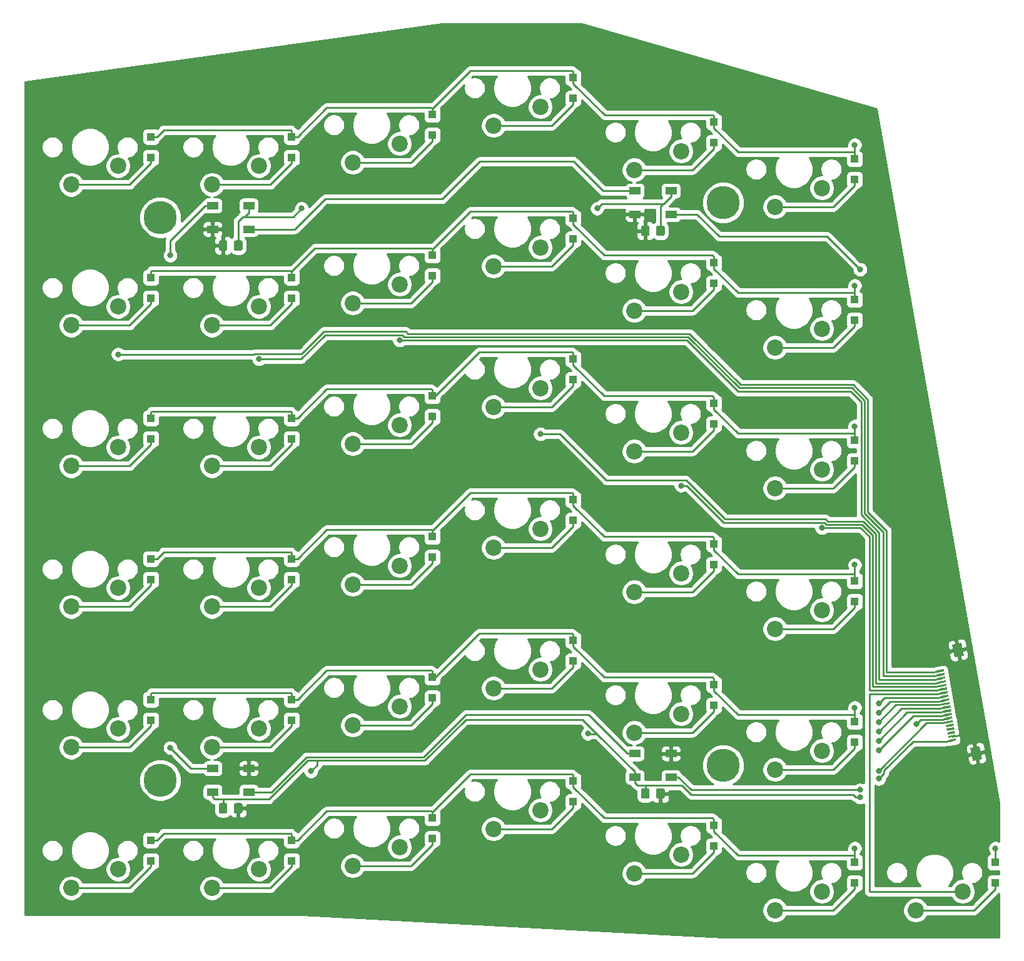
<source format=gbl>
G04 #@! TF.GenerationSoftware,KiCad,Pcbnew,5.1.5+dfsg1-2build2*
G04 #@! TF.CreationDate,2020-05-17T17:42:05-07:00*
G04 #@! TF.ProjectId,triad_left,74726961-645f-46c6-9566-742e6b696361,rev?*
G04 #@! TF.SameCoordinates,Original*
G04 #@! TF.FileFunction,Copper,L2,Bot*
G04 #@! TF.FilePolarity,Positive*
%FSLAX46Y46*%
G04 Gerber Fmt 4.6, Leading zero omitted, Abs format (unit mm)*
G04 Created by KiCad (PCBNEW 5.1.5+dfsg1-2build2) date 2020-05-17 17:42:05*
%MOMM*%
%LPD*%
G04 APERTURE LIST*
%ADD10C,4.500000*%
%ADD11R,1.100000X1.100000*%
%ADD12C,2.200000*%
%ADD13R,1.500000X1.000000*%
%ADD14C,0.100000*%
%ADD15C,0.800000*%
%ADD16C,0.250000*%
%ADD17C,0.254000*%
G04 APERTURE END LIST*
D10*
X125025000Y-118600000D03*
X48825000Y-120600000D03*
X125025000Y-42400000D03*
X48825000Y-44400000D03*
D11*
X47562500Y-36275000D03*
X47562500Y-33475000D03*
X66612500Y-33475000D03*
X66612500Y-36275000D03*
X85662500Y-33275000D03*
X85662500Y-30475000D03*
X104712500Y-28275000D03*
X104712500Y-25475000D03*
X123762500Y-34275000D03*
X123762500Y-31475000D03*
X142812500Y-36475000D03*
X142812500Y-39275000D03*
X47562500Y-55325000D03*
X47562500Y-52525000D03*
X66612500Y-52525000D03*
X66612500Y-55325000D03*
X85662500Y-52325000D03*
X85662500Y-49525000D03*
X104712500Y-44525000D03*
X104712500Y-47325000D03*
X123762500Y-53325000D03*
X123762500Y-50525000D03*
X142812500Y-55525000D03*
X142812500Y-58325000D03*
X47562500Y-74375000D03*
X47562500Y-71575000D03*
X66612500Y-71575000D03*
X66612500Y-74375000D03*
X85662500Y-68575000D03*
X85662500Y-71375000D03*
X104712500Y-66374999D03*
X104712500Y-63574999D03*
X123762500Y-69575000D03*
X123762500Y-72375000D03*
X142812500Y-77375000D03*
X142812500Y-74575000D03*
X47562500Y-93425000D03*
X47562500Y-90625000D03*
X66612500Y-90625000D03*
X66612500Y-93425000D03*
X85662500Y-87625000D03*
X85662500Y-90425000D03*
X104712500Y-85425000D03*
X104712500Y-82625000D03*
X123762500Y-88625000D03*
X123762500Y-91425000D03*
X142812500Y-96425000D03*
X142812500Y-93625000D03*
X47562500Y-109675000D03*
X47562500Y-112475000D03*
X66612500Y-112475000D03*
X66612500Y-109675000D03*
X85662500Y-106675000D03*
X85662500Y-109475000D03*
X104712500Y-104475000D03*
X104712500Y-101675000D03*
X123762500Y-107675000D03*
X123762500Y-110475000D03*
X142812500Y-115475000D03*
X142812500Y-112675000D03*
X161862499Y-131725000D03*
X161862499Y-134525000D03*
X47562500Y-128725000D03*
X47562500Y-131525000D03*
X66612500Y-131525000D03*
X66612500Y-128725000D03*
X85662500Y-125725000D03*
X85662500Y-128525000D03*
X104712500Y-123525000D03*
X104712500Y-120725000D03*
X123762500Y-126725000D03*
X123762500Y-129525000D03*
X142812500Y-134525000D03*
X142812500Y-131725000D03*
D12*
X36760000Y-39955000D03*
X43110000Y-37415000D03*
X62160000Y-37415000D03*
X55810000Y-39955000D03*
X74860000Y-36955000D03*
X81210000Y-34415000D03*
X100260000Y-29415000D03*
X93910000Y-31955000D03*
X112960000Y-37955000D03*
X119310000Y-35415000D03*
X138360000Y-40415000D03*
X132010000Y-42955000D03*
X36760000Y-59005000D03*
X43110000Y-56465000D03*
X62160000Y-56465000D03*
X55810000Y-59005000D03*
X74860000Y-56005000D03*
X81210000Y-53465000D03*
X100260000Y-48465000D03*
X93910000Y-51005000D03*
X112960000Y-57005000D03*
X119310000Y-54465000D03*
X138360000Y-59465000D03*
X132010000Y-62005000D03*
X36760000Y-78055000D03*
X43110000Y-75515000D03*
X62160000Y-75515000D03*
X55810000Y-78055000D03*
X74860000Y-75055000D03*
X81210000Y-72515000D03*
X100260000Y-67514999D03*
X93910000Y-70054999D03*
X112960000Y-76055000D03*
X119310000Y-73515000D03*
X138360000Y-78515000D03*
X132010000Y-81055000D03*
X36760000Y-97105000D03*
X43110000Y-94565000D03*
X55810000Y-97105000D03*
X62160000Y-94565000D03*
X81210000Y-91565000D03*
X74860000Y-94105000D03*
X93910000Y-89105000D03*
X100260000Y-86565000D03*
X119310000Y-92565000D03*
X112960000Y-95105000D03*
X132010000Y-100105000D03*
X138360000Y-97565000D03*
X43110000Y-113615000D03*
X36760000Y-116155000D03*
X55810000Y-116155000D03*
X62160000Y-113615000D03*
X81210000Y-110615000D03*
X74860000Y-113155000D03*
X100260000Y-105615000D03*
X93910000Y-108155000D03*
X112960000Y-114155000D03*
X119310000Y-111615000D03*
X138360000Y-116615000D03*
X132010000Y-119155000D03*
X151060000Y-138205000D03*
X157410000Y-135665000D03*
X36760000Y-135205000D03*
X43110000Y-132665000D03*
X62160000Y-132665000D03*
X55810000Y-135205000D03*
X74860000Y-132205000D03*
X81210000Y-129665000D03*
X100260000Y-124665000D03*
X93910000Y-127205000D03*
X112960000Y-133205000D03*
X119310000Y-130665000D03*
X138360000Y-135665000D03*
X132010000Y-138205000D03*
D13*
X117950000Y-117000000D03*
X117950000Y-120200000D03*
X113050000Y-117000000D03*
X113050000Y-120200000D03*
X55900000Y-122200000D03*
X55900000Y-119000000D03*
X60800000Y-122200000D03*
X60800000Y-119000000D03*
X55900000Y-46000000D03*
X55900000Y-42800000D03*
X60800000Y-46000000D03*
X60800000Y-42800000D03*
X117950000Y-40800000D03*
X117950000Y-44000000D03*
X113050000Y-40800000D03*
X113050000Y-44000000D03*
G04 #@! TA.AperFunction,SMDPad,CuDef*
D14*
G36*
X155534812Y-115104402D02*
G01*
X156519620Y-114930754D01*
X156570846Y-115221272D01*
X155586038Y-115394920D01*
X155534812Y-115104402D01*
G37*
G04 #@! TD.AperFunction*
G04 #@! TA.AperFunction,SMDPad,CuDef*
G36*
X155447988Y-114611998D02*
G01*
X156432796Y-114438350D01*
X156484022Y-114728868D01*
X155499214Y-114902516D01*
X155447988Y-114611998D01*
G37*
G04 #@! TD.AperFunction*
G04 #@! TA.AperFunction,SMDPad,CuDef*
G36*
X155361164Y-114119594D02*
G01*
X156345972Y-113945946D01*
X156397198Y-114236464D01*
X155412390Y-114410112D01*
X155361164Y-114119594D01*
G37*
G04 #@! TD.AperFunction*
G04 #@! TA.AperFunction,SMDPad,CuDef*
G36*
X155274340Y-113627190D02*
G01*
X156259148Y-113453542D01*
X156310374Y-113744060D01*
X155325566Y-113917708D01*
X155274340Y-113627190D01*
G37*
G04 #@! TD.AperFunction*
G04 #@! TA.AperFunction,SMDPad,CuDef*
G36*
X155187515Y-113134786D02*
G01*
X156172323Y-112961138D01*
X156223549Y-113251656D01*
X155238741Y-113425304D01*
X155187515Y-113134786D01*
G37*
G04 #@! TD.AperFunction*
G04 #@! TA.AperFunction,SMDPad,CuDef*
G36*
X155100691Y-112642382D02*
G01*
X156085499Y-112468734D01*
X156136725Y-112759252D01*
X155151917Y-112932900D01*
X155100691Y-112642382D01*
G37*
G04 #@! TD.AperFunction*
G04 #@! TA.AperFunction,SMDPad,CuDef*
G36*
X155013867Y-112149979D02*
G01*
X155998675Y-111976331D01*
X156049901Y-112266849D01*
X155065093Y-112440497D01*
X155013867Y-112149979D01*
G37*
G04 #@! TD.AperFunction*
G04 #@! TA.AperFunction,SMDPad,CuDef*
G36*
X154927043Y-111657575D02*
G01*
X155911851Y-111483927D01*
X155963077Y-111774445D01*
X154978269Y-111948093D01*
X154927043Y-111657575D01*
G37*
G04 #@! TD.AperFunction*
G04 #@! TA.AperFunction,SMDPad,CuDef*
G36*
X154840219Y-111165171D02*
G01*
X155825027Y-110991523D01*
X155876253Y-111282041D01*
X154891445Y-111455689D01*
X154840219Y-111165171D01*
G37*
G04 #@! TD.AperFunction*
G04 #@! TA.AperFunction,SMDPad,CuDef*
G36*
X154753395Y-110672767D02*
G01*
X155738203Y-110499119D01*
X155789429Y-110789637D01*
X154804621Y-110963285D01*
X154753395Y-110672767D01*
G37*
G04 #@! TD.AperFunction*
G04 #@! TA.AperFunction,SMDPad,CuDef*
G36*
X154666571Y-110180363D02*
G01*
X155651379Y-110006715D01*
X155702605Y-110297233D01*
X154717797Y-110470881D01*
X154666571Y-110180363D01*
G37*
G04 #@! TD.AperFunction*
G04 #@! TA.AperFunction,SMDPad,CuDef*
G36*
X154579747Y-109687959D02*
G01*
X155564555Y-109514311D01*
X155615781Y-109804829D01*
X154630973Y-109978477D01*
X154579747Y-109687959D01*
G37*
G04 #@! TD.AperFunction*
G04 #@! TA.AperFunction,SMDPad,CuDef*
G36*
X154492923Y-109195555D02*
G01*
X155477731Y-109021907D01*
X155528957Y-109312425D01*
X154544149Y-109486073D01*
X154492923Y-109195555D01*
G37*
G04 #@! TD.AperFunction*
G04 #@! TA.AperFunction,SMDPad,CuDef*
G36*
X154406099Y-108703151D02*
G01*
X155390907Y-108529503D01*
X155442133Y-108820021D01*
X154457325Y-108993669D01*
X154406099Y-108703151D01*
G37*
G04 #@! TD.AperFunction*
G04 #@! TA.AperFunction,SMDPad,CuDef*
G36*
X154319275Y-108210748D02*
G01*
X155304083Y-108037100D01*
X155355309Y-108327618D01*
X154370501Y-108501266D01*
X154319275Y-108210748D01*
G37*
G04 #@! TD.AperFunction*
G04 #@! TA.AperFunction,SMDPad,CuDef*
G36*
X154232451Y-107718344D02*
G01*
X155217259Y-107544696D01*
X155268485Y-107835214D01*
X154283677Y-108008862D01*
X154232451Y-107718344D01*
G37*
G04 #@! TD.AperFunction*
G04 #@! TA.AperFunction,SMDPad,CuDef*
G36*
X154145626Y-107225940D02*
G01*
X155130434Y-107052292D01*
X155181660Y-107342810D01*
X154196852Y-107516458D01*
X154145626Y-107225940D01*
G37*
G04 #@! TD.AperFunction*
G04 #@! TA.AperFunction,SMDPad,CuDef*
G36*
X154058802Y-106733536D02*
G01*
X155043610Y-106559888D01*
X155094836Y-106850406D01*
X154110028Y-107024054D01*
X154058802Y-106733536D01*
G37*
G04 #@! TD.AperFunction*
G04 #@! TA.AperFunction,SMDPad,CuDef*
G36*
X153971978Y-106241132D02*
G01*
X154956786Y-106067484D01*
X155008012Y-106358002D01*
X154023204Y-106531650D01*
X153971978Y-106241132D01*
G37*
G04 #@! TD.AperFunction*
G04 #@! TA.AperFunction,SMDPad,CuDef*
G36*
X153885154Y-105748728D02*
G01*
X154869962Y-105575080D01*
X154921188Y-105865598D01*
X153936380Y-106039246D01*
X153885154Y-105748728D01*
G37*
G04 #@! TD.AperFunction*
G04 #@! TA.AperFunction,SMDPad,CuDef*
G36*
X156005391Y-102224512D02*
G01*
X157285642Y-101998770D01*
X157592131Y-103736956D01*
X156311880Y-103962698D01*
X156005391Y-102224512D01*
G37*
G04 #@! TD.AperFunction*
G04 #@! TA.AperFunction,SMDPad,CuDef*
G36*
X158477273Y-116243250D02*
G01*
X159757524Y-116017508D01*
X160064013Y-117755694D01*
X158783762Y-117981436D01*
X158477273Y-116243250D01*
G37*
G04 #@! TD.AperFunction*
G04 #@! TA.AperFunction,SMDPad,CuDef*
G36*
X116874505Y-121711204D02*
G01*
X116898773Y-121714804D01*
X116922572Y-121720765D01*
X116945671Y-121729030D01*
X116967850Y-121739520D01*
X116988893Y-121752132D01*
X117008599Y-121766747D01*
X117026777Y-121783223D01*
X117043253Y-121801401D01*
X117057868Y-121821107D01*
X117070480Y-121842150D01*
X117080970Y-121864329D01*
X117089235Y-121887428D01*
X117095196Y-121911227D01*
X117098796Y-121935495D01*
X117100000Y-121959999D01*
X117100000Y-122860001D01*
X117098796Y-122884505D01*
X117095196Y-122908773D01*
X117089235Y-122932572D01*
X117080970Y-122955671D01*
X117070480Y-122977850D01*
X117057868Y-122998893D01*
X117043253Y-123018599D01*
X117026777Y-123036777D01*
X117008599Y-123053253D01*
X116988893Y-123067868D01*
X116967850Y-123080480D01*
X116945671Y-123090970D01*
X116922572Y-123099235D01*
X116898773Y-123105196D01*
X116874505Y-123108796D01*
X116850001Y-123110000D01*
X116199999Y-123110000D01*
X116175495Y-123108796D01*
X116151227Y-123105196D01*
X116127428Y-123099235D01*
X116104329Y-123090970D01*
X116082150Y-123080480D01*
X116061107Y-123067868D01*
X116041401Y-123053253D01*
X116023223Y-123036777D01*
X116006747Y-123018599D01*
X115992132Y-122998893D01*
X115979520Y-122977850D01*
X115969030Y-122955671D01*
X115960765Y-122932572D01*
X115954804Y-122908773D01*
X115951204Y-122884505D01*
X115950000Y-122860001D01*
X115950000Y-121959999D01*
X115951204Y-121935495D01*
X115954804Y-121911227D01*
X115960765Y-121887428D01*
X115969030Y-121864329D01*
X115979520Y-121842150D01*
X115992132Y-121821107D01*
X116006747Y-121801401D01*
X116023223Y-121783223D01*
X116041401Y-121766747D01*
X116061107Y-121752132D01*
X116082150Y-121739520D01*
X116104329Y-121729030D01*
X116127428Y-121720765D01*
X116151227Y-121714804D01*
X116175495Y-121711204D01*
X116199999Y-121710000D01*
X116850001Y-121710000D01*
X116874505Y-121711204D01*
G37*
G04 #@! TD.AperFunction*
G04 #@! TA.AperFunction,SMDPad,CuDef*
G36*
X114824505Y-121711204D02*
G01*
X114848773Y-121714804D01*
X114872572Y-121720765D01*
X114895671Y-121729030D01*
X114917850Y-121739520D01*
X114938893Y-121752132D01*
X114958599Y-121766747D01*
X114976777Y-121783223D01*
X114993253Y-121801401D01*
X115007868Y-121821107D01*
X115020480Y-121842150D01*
X115030970Y-121864329D01*
X115039235Y-121887428D01*
X115045196Y-121911227D01*
X115048796Y-121935495D01*
X115050000Y-121959999D01*
X115050000Y-122860001D01*
X115048796Y-122884505D01*
X115045196Y-122908773D01*
X115039235Y-122932572D01*
X115030970Y-122955671D01*
X115020480Y-122977850D01*
X115007868Y-122998893D01*
X114993253Y-123018599D01*
X114976777Y-123036777D01*
X114958599Y-123053253D01*
X114938893Y-123067868D01*
X114917850Y-123080480D01*
X114895671Y-123090970D01*
X114872572Y-123099235D01*
X114848773Y-123105196D01*
X114824505Y-123108796D01*
X114800001Y-123110000D01*
X114149999Y-123110000D01*
X114125495Y-123108796D01*
X114101227Y-123105196D01*
X114077428Y-123099235D01*
X114054329Y-123090970D01*
X114032150Y-123080480D01*
X114011107Y-123067868D01*
X113991401Y-123053253D01*
X113973223Y-123036777D01*
X113956747Y-123018599D01*
X113942132Y-122998893D01*
X113929520Y-122977850D01*
X113919030Y-122955671D01*
X113910765Y-122932572D01*
X113904804Y-122908773D01*
X113901204Y-122884505D01*
X113900000Y-122860001D01*
X113900000Y-121959999D01*
X113901204Y-121935495D01*
X113904804Y-121911227D01*
X113910765Y-121887428D01*
X113919030Y-121864329D01*
X113929520Y-121842150D01*
X113942132Y-121821107D01*
X113956747Y-121801401D01*
X113973223Y-121783223D01*
X113991401Y-121766747D01*
X114011107Y-121752132D01*
X114032150Y-121739520D01*
X114054329Y-121729030D01*
X114077428Y-121720765D01*
X114101227Y-121714804D01*
X114125495Y-121711204D01*
X114149999Y-121710000D01*
X114800001Y-121710000D01*
X114824505Y-121711204D01*
G37*
G04 #@! TD.AperFunction*
G04 #@! TA.AperFunction,SMDPad,CuDef*
G36*
X57674505Y-123711204D02*
G01*
X57698773Y-123714804D01*
X57722572Y-123720765D01*
X57745671Y-123729030D01*
X57767850Y-123739520D01*
X57788893Y-123752132D01*
X57808599Y-123766747D01*
X57826777Y-123783223D01*
X57843253Y-123801401D01*
X57857868Y-123821107D01*
X57870480Y-123842150D01*
X57880970Y-123864329D01*
X57889235Y-123887428D01*
X57895196Y-123911227D01*
X57898796Y-123935495D01*
X57900000Y-123959999D01*
X57900000Y-124860001D01*
X57898796Y-124884505D01*
X57895196Y-124908773D01*
X57889235Y-124932572D01*
X57880970Y-124955671D01*
X57870480Y-124977850D01*
X57857868Y-124998893D01*
X57843253Y-125018599D01*
X57826777Y-125036777D01*
X57808599Y-125053253D01*
X57788893Y-125067868D01*
X57767850Y-125080480D01*
X57745671Y-125090970D01*
X57722572Y-125099235D01*
X57698773Y-125105196D01*
X57674505Y-125108796D01*
X57650001Y-125110000D01*
X56999999Y-125110000D01*
X56975495Y-125108796D01*
X56951227Y-125105196D01*
X56927428Y-125099235D01*
X56904329Y-125090970D01*
X56882150Y-125080480D01*
X56861107Y-125067868D01*
X56841401Y-125053253D01*
X56823223Y-125036777D01*
X56806747Y-125018599D01*
X56792132Y-124998893D01*
X56779520Y-124977850D01*
X56769030Y-124955671D01*
X56760765Y-124932572D01*
X56754804Y-124908773D01*
X56751204Y-124884505D01*
X56750000Y-124860001D01*
X56750000Y-123959999D01*
X56751204Y-123935495D01*
X56754804Y-123911227D01*
X56760765Y-123887428D01*
X56769030Y-123864329D01*
X56779520Y-123842150D01*
X56792132Y-123821107D01*
X56806747Y-123801401D01*
X56823223Y-123783223D01*
X56841401Y-123766747D01*
X56861107Y-123752132D01*
X56882150Y-123739520D01*
X56904329Y-123729030D01*
X56927428Y-123720765D01*
X56951227Y-123714804D01*
X56975495Y-123711204D01*
X56999999Y-123710000D01*
X57650001Y-123710000D01*
X57674505Y-123711204D01*
G37*
G04 #@! TD.AperFunction*
G04 #@! TA.AperFunction,SMDPad,CuDef*
G36*
X59724505Y-123711204D02*
G01*
X59748773Y-123714804D01*
X59772572Y-123720765D01*
X59795671Y-123729030D01*
X59817850Y-123739520D01*
X59838893Y-123752132D01*
X59858599Y-123766747D01*
X59876777Y-123783223D01*
X59893253Y-123801401D01*
X59907868Y-123821107D01*
X59920480Y-123842150D01*
X59930970Y-123864329D01*
X59939235Y-123887428D01*
X59945196Y-123911227D01*
X59948796Y-123935495D01*
X59950000Y-123959999D01*
X59950000Y-124860001D01*
X59948796Y-124884505D01*
X59945196Y-124908773D01*
X59939235Y-124932572D01*
X59930970Y-124955671D01*
X59920480Y-124977850D01*
X59907868Y-124998893D01*
X59893253Y-125018599D01*
X59876777Y-125036777D01*
X59858599Y-125053253D01*
X59838893Y-125067868D01*
X59817850Y-125080480D01*
X59795671Y-125090970D01*
X59772572Y-125099235D01*
X59748773Y-125105196D01*
X59724505Y-125108796D01*
X59700001Y-125110000D01*
X59049999Y-125110000D01*
X59025495Y-125108796D01*
X59001227Y-125105196D01*
X58977428Y-125099235D01*
X58954329Y-125090970D01*
X58932150Y-125080480D01*
X58911107Y-125067868D01*
X58891401Y-125053253D01*
X58873223Y-125036777D01*
X58856747Y-125018599D01*
X58842132Y-124998893D01*
X58829520Y-124977850D01*
X58819030Y-124955671D01*
X58810765Y-124932572D01*
X58804804Y-124908773D01*
X58801204Y-124884505D01*
X58800000Y-124860001D01*
X58800000Y-123959999D01*
X58801204Y-123935495D01*
X58804804Y-123911227D01*
X58810765Y-123887428D01*
X58819030Y-123864329D01*
X58829520Y-123842150D01*
X58842132Y-123821107D01*
X58856747Y-123801401D01*
X58873223Y-123783223D01*
X58891401Y-123766747D01*
X58911107Y-123752132D01*
X58932150Y-123739520D01*
X58954329Y-123729030D01*
X58977428Y-123720765D01*
X59001227Y-123714804D01*
X59025495Y-123711204D01*
X59049999Y-123710000D01*
X59700001Y-123710000D01*
X59724505Y-123711204D01*
G37*
G04 #@! TD.AperFunction*
G04 #@! TA.AperFunction,SMDPad,CuDef*
G36*
X57674505Y-47511204D02*
G01*
X57698773Y-47514804D01*
X57722572Y-47520765D01*
X57745671Y-47529030D01*
X57767850Y-47539520D01*
X57788893Y-47552132D01*
X57808599Y-47566747D01*
X57826777Y-47583223D01*
X57843253Y-47601401D01*
X57857868Y-47621107D01*
X57870480Y-47642150D01*
X57880970Y-47664329D01*
X57889235Y-47687428D01*
X57895196Y-47711227D01*
X57898796Y-47735495D01*
X57900000Y-47759999D01*
X57900000Y-48660001D01*
X57898796Y-48684505D01*
X57895196Y-48708773D01*
X57889235Y-48732572D01*
X57880970Y-48755671D01*
X57870480Y-48777850D01*
X57857868Y-48798893D01*
X57843253Y-48818599D01*
X57826777Y-48836777D01*
X57808599Y-48853253D01*
X57788893Y-48867868D01*
X57767850Y-48880480D01*
X57745671Y-48890970D01*
X57722572Y-48899235D01*
X57698773Y-48905196D01*
X57674505Y-48908796D01*
X57650001Y-48910000D01*
X56999999Y-48910000D01*
X56975495Y-48908796D01*
X56951227Y-48905196D01*
X56927428Y-48899235D01*
X56904329Y-48890970D01*
X56882150Y-48880480D01*
X56861107Y-48867868D01*
X56841401Y-48853253D01*
X56823223Y-48836777D01*
X56806747Y-48818599D01*
X56792132Y-48798893D01*
X56779520Y-48777850D01*
X56769030Y-48755671D01*
X56760765Y-48732572D01*
X56754804Y-48708773D01*
X56751204Y-48684505D01*
X56750000Y-48660001D01*
X56750000Y-47759999D01*
X56751204Y-47735495D01*
X56754804Y-47711227D01*
X56760765Y-47687428D01*
X56769030Y-47664329D01*
X56779520Y-47642150D01*
X56792132Y-47621107D01*
X56806747Y-47601401D01*
X56823223Y-47583223D01*
X56841401Y-47566747D01*
X56861107Y-47552132D01*
X56882150Y-47539520D01*
X56904329Y-47529030D01*
X56927428Y-47520765D01*
X56951227Y-47514804D01*
X56975495Y-47511204D01*
X56999999Y-47510000D01*
X57650001Y-47510000D01*
X57674505Y-47511204D01*
G37*
G04 #@! TD.AperFunction*
G04 #@! TA.AperFunction,SMDPad,CuDef*
G36*
X59724505Y-47511204D02*
G01*
X59748773Y-47514804D01*
X59772572Y-47520765D01*
X59795671Y-47529030D01*
X59817850Y-47539520D01*
X59838893Y-47552132D01*
X59858599Y-47566747D01*
X59876777Y-47583223D01*
X59893253Y-47601401D01*
X59907868Y-47621107D01*
X59920480Y-47642150D01*
X59930970Y-47664329D01*
X59939235Y-47687428D01*
X59945196Y-47711227D01*
X59948796Y-47735495D01*
X59950000Y-47759999D01*
X59950000Y-48660001D01*
X59948796Y-48684505D01*
X59945196Y-48708773D01*
X59939235Y-48732572D01*
X59930970Y-48755671D01*
X59920480Y-48777850D01*
X59907868Y-48798893D01*
X59893253Y-48818599D01*
X59876777Y-48836777D01*
X59858599Y-48853253D01*
X59838893Y-48867868D01*
X59817850Y-48880480D01*
X59795671Y-48890970D01*
X59772572Y-48899235D01*
X59748773Y-48905196D01*
X59724505Y-48908796D01*
X59700001Y-48910000D01*
X59049999Y-48910000D01*
X59025495Y-48908796D01*
X59001227Y-48905196D01*
X58977428Y-48899235D01*
X58954329Y-48890970D01*
X58932150Y-48880480D01*
X58911107Y-48867868D01*
X58891401Y-48853253D01*
X58873223Y-48836777D01*
X58856747Y-48818599D01*
X58842132Y-48798893D01*
X58829520Y-48777850D01*
X58819030Y-48755671D01*
X58810765Y-48732572D01*
X58804804Y-48708773D01*
X58801204Y-48684505D01*
X58800000Y-48660001D01*
X58800000Y-47759999D01*
X58801204Y-47735495D01*
X58804804Y-47711227D01*
X58810765Y-47687428D01*
X58819030Y-47664329D01*
X58829520Y-47642150D01*
X58842132Y-47621107D01*
X58856747Y-47601401D01*
X58873223Y-47583223D01*
X58891401Y-47566747D01*
X58911107Y-47552132D01*
X58932150Y-47539520D01*
X58954329Y-47529030D01*
X58977428Y-47520765D01*
X59001227Y-47514804D01*
X59025495Y-47511204D01*
X59049999Y-47510000D01*
X59700001Y-47510000D01*
X59724505Y-47511204D01*
G37*
G04 #@! TD.AperFunction*
G04 #@! TA.AperFunction,SMDPad,CuDef*
G36*
X116874505Y-45511204D02*
G01*
X116898773Y-45514804D01*
X116922572Y-45520765D01*
X116945671Y-45529030D01*
X116967850Y-45539520D01*
X116988893Y-45552132D01*
X117008599Y-45566747D01*
X117026777Y-45583223D01*
X117043253Y-45601401D01*
X117057868Y-45621107D01*
X117070480Y-45642150D01*
X117080970Y-45664329D01*
X117089235Y-45687428D01*
X117095196Y-45711227D01*
X117098796Y-45735495D01*
X117100000Y-45759999D01*
X117100000Y-46660001D01*
X117098796Y-46684505D01*
X117095196Y-46708773D01*
X117089235Y-46732572D01*
X117080970Y-46755671D01*
X117070480Y-46777850D01*
X117057868Y-46798893D01*
X117043253Y-46818599D01*
X117026777Y-46836777D01*
X117008599Y-46853253D01*
X116988893Y-46867868D01*
X116967850Y-46880480D01*
X116945671Y-46890970D01*
X116922572Y-46899235D01*
X116898773Y-46905196D01*
X116874505Y-46908796D01*
X116850001Y-46910000D01*
X116199999Y-46910000D01*
X116175495Y-46908796D01*
X116151227Y-46905196D01*
X116127428Y-46899235D01*
X116104329Y-46890970D01*
X116082150Y-46880480D01*
X116061107Y-46867868D01*
X116041401Y-46853253D01*
X116023223Y-46836777D01*
X116006747Y-46818599D01*
X115992132Y-46798893D01*
X115979520Y-46777850D01*
X115969030Y-46755671D01*
X115960765Y-46732572D01*
X115954804Y-46708773D01*
X115951204Y-46684505D01*
X115950000Y-46660001D01*
X115950000Y-45759999D01*
X115951204Y-45735495D01*
X115954804Y-45711227D01*
X115960765Y-45687428D01*
X115969030Y-45664329D01*
X115979520Y-45642150D01*
X115992132Y-45621107D01*
X116006747Y-45601401D01*
X116023223Y-45583223D01*
X116041401Y-45566747D01*
X116061107Y-45552132D01*
X116082150Y-45539520D01*
X116104329Y-45529030D01*
X116127428Y-45520765D01*
X116151227Y-45514804D01*
X116175495Y-45511204D01*
X116199999Y-45510000D01*
X116850001Y-45510000D01*
X116874505Y-45511204D01*
G37*
G04 #@! TD.AperFunction*
G04 #@! TA.AperFunction,SMDPad,CuDef*
G36*
X114824505Y-45511204D02*
G01*
X114848773Y-45514804D01*
X114872572Y-45520765D01*
X114895671Y-45529030D01*
X114917850Y-45539520D01*
X114938893Y-45552132D01*
X114958599Y-45566747D01*
X114976777Y-45583223D01*
X114993253Y-45601401D01*
X115007868Y-45621107D01*
X115020480Y-45642150D01*
X115030970Y-45664329D01*
X115039235Y-45687428D01*
X115045196Y-45711227D01*
X115048796Y-45735495D01*
X115050000Y-45759999D01*
X115050000Y-46660001D01*
X115048796Y-46684505D01*
X115045196Y-46708773D01*
X115039235Y-46732572D01*
X115030970Y-46755671D01*
X115020480Y-46777850D01*
X115007868Y-46798893D01*
X114993253Y-46818599D01*
X114976777Y-46836777D01*
X114958599Y-46853253D01*
X114938893Y-46867868D01*
X114917850Y-46880480D01*
X114895671Y-46890970D01*
X114872572Y-46899235D01*
X114848773Y-46905196D01*
X114824505Y-46908796D01*
X114800001Y-46910000D01*
X114149999Y-46910000D01*
X114125495Y-46908796D01*
X114101227Y-46905196D01*
X114077428Y-46899235D01*
X114054329Y-46890970D01*
X114032150Y-46880480D01*
X114011107Y-46867868D01*
X113991401Y-46853253D01*
X113973223Y-46836777D01*
X113956747Y-46818599D01*
X113942132Y-46798893D01*
X113929520Y-46777850D01*
X113919030Y-46755671D01*
X113910765Y-46732572D01*
X113904804Y-46708773D01*
X113901204Y-46684505D01*
X113900000Y-46660001D01*
X113900000Y-45759999D01*
X113901204Y-45735495D01*
X113904804Y-45711227D01*
X113910765Y-45687428D01*
X113919030Y-45664329D01*
X113929520Y-45642150D01*
X113942132Y-45621107D01*
X113956747Y-45601401D01*
X113973223Y-45583223D01*
X113991401Y-45566747D01*
X114011107Y-45552132D01*
X114032150Y-45539520D01*
X114054329Y-45529030D01*
X114077428Y-45520765D01*
X114101227Y-45514804D01*
X114125495Y-45511204D01*
X114149999Y-45510000D01*
X114800001Y-45510000D01*
X114824505Y-45511204D01*
G37*
G04 #@! TD.AperFunction*
D15*
X146050000Y-110205000D03*
X142812500Y-34570000D03*
X146050000Y-111475000D03*
X142812500Y-53620000D03*
X146050000Y-112745000D03*
X142812500Y-72670000D03*
X146050000Y-114015000D03*
X142812500Y-91440000D03*
X146050000Y-115285000D03*
X142812500Y-110770000D03*
X161862499Y-129820000D03*
X146050000Y-116555000D03*
X142812500Y-129820000D03*
X43110000Y-62935000D03*
X62160000Y-63570000D03*
X81210000Y-61030000D03*
X100260000Y-73730000D03*
X119310000Y-80715000D03*
X138360000Y-86430000D03*
X151130000Y-113030000D03*
X143537500Y-51435000D03*
X143537500Y-121920000D03*
X146050000Y-119380000D03*
X50165000Y-116205000D03*
X50165000Y-49530000D03*
X69215000Y-119380000D03*
X67945000Y-43180000D03*
X146076401Y-120406404D03*
X143537500Y-122920003D03*
X106680000Y-114300000D03*
X107950000Y-43180000D03*
D16*
X66487499Y-32549999D02*
X66612500Y-32675000D01*
X66612500Y-32675000D02*
X66612500Y-33475000D01*
X49287501Y-32549999D02*
X66487499Y-32549999D01*
X48362500Y-33475000D02*
X49287501Y-32549999D01*
X47562500Y-33475000D02*
X48362500Y-33475000D01*
X85537499Y-29549999D02*
X85662500Y-29675000D01*
X71337501Y-29549999D02*
X85537499Y-29549999D01*
X67412500Y-33475000D02*
X71337501Y-29549999D01*
X66612500Y-33475000D02*
X67412500Y-33475000D01*
X104712500Y-24675000D02*
X104712500Y-25475000D01*
X104587499Y-24549999D02*
X104712500Y-24675000D01*
X90787501Y-24549999D02*
X104587499Y-24549999D01*
X85662500Y-29675000D02*
X90787501Y-24549999D01*
X85662500Y-30475000D02*
X85662500Y-29675000D01*
X123762500Y-30675000D02*
X123762500Y-31475000D01*
X123637499Y-30549999D02*
X123762500Y-30675000D01*
X108987499Y-30549999D02*
X123637499Y-30549999D01*
X104712500Y-26275000D02*
X108987499Y-30549999D01*
X104712500Y-25475000D02*
X104712500Y-26275000D01*
X142812500Y-35675000D02*
X142812500Y-36475000D01*
X142687499Y-35549999D02*
X142812500Y-35675000D01*
X127037499Y-35549999D02*
X142687499Y-35549999D01*
X123762500Y-32275000D02*
X127037499Y-35549999D01*
X123762500Y-31475000D02*
X123762500Y-32275000D01*
X146827000Y-109428000D02*
X146050000Y-110205000D01*
X154026000Y-109428000D02*
X146827000Y-109428000D01*
X155010940Y-109253990D02*
X154026000Y-109428000D01*
X142812500Y-36475000D02*
X142812500Y-34570000D01*
X66487499Y-51599999D02*
X66612500Y-51725000D01*
X47687501Y-51599999D02*
X66487499Y-51599999D01*
X47562500Y-51725000D02*
X47687501Y-51599999D01*
X47562500Y-52525000D02*
X47562500Y-51725000D01*
X85537499Y-48599999D02*
X85662500Y-48725000D01*
X69737501Y-48599999D02*
X85537499Y-48599999D01*
X66612500Y-51725000D02*
X69737501Y-48599999D01*
X66612500Y-52525000D02*
X66612500Y-51725000D01*
X104712500Y-43725000D02*
X104712500Y-44525000D01*
X104587499Y-43599999D02*
X104712500Y-43725000D01*
X90787501Y-43599999D02*
X104587499Y-43599999D01*
X85662500Y-48725000D02*
X90787501Y-43599999D01*
X85662500Y-49525000D02*
X85662500Y-48725000D01*
X104712500Y-45325000D02*
X108917500Y-49530000D01*
X104712500Y-44525000D02*
X104712500Y-45325000D01*
X123762500Y-49725000D02*
X123762500Y-50525000D01*
X123567500Y-49530000D02*
X123762500Y-49725000D01*
X108917500Y-49530000D02*
X123567500Y-49530000D01*
X123762500Y-51325000D02*
X127037499Y-54599999D01*
X123762500Y-50525000D02*
X123762500Y-51325000D01*
X142812500Y-54725000D02*
X142812500Y-55525000D01*
X142687499Y-54599999D02*
X142812500Y-54725000D01*
X127037499Y-54599999D02*
X142687499Y-54599999D01*
X147605000Y-109920000D02*
X146050000Y-111475000D01*
X154113000Y-109920000D02*
X147605000Y-109920000D01*
X155097764Y-109746394D02*
X154113000Y-109920000D01*
X142812500Y-55525000D02*
X142812500Y-53620000D01*
X123762500Y-54125000D02*
X123762500Y-53325000D01*
X120882500Y-57005000D02*
X123762500Y-54125000D01*
X112960000Y-57005000D02*
X120882500Y-57005000D01*
X142812500Y-59125000D02*
X142812500Y-58325000D01*
X139932500Y-62005000D02*
X142812500Y-59125000D01*
X132010000Y-62005000D02*
X139932500Y-62005000D01*
X47562500Y-75175000D02*
X47562500Y-74375000D01*
X44682500Y-78055000D02*
X47562500Y-75175000D01*
X36760000Y-78055000D02*
X44682500Y-78055000D01*
X66612500Y-70775000D02*
X66612500Y-71575000D01*
X66487499Y-70649999D02*
X66612500Y-70775000D01*
X47687501Y-70649999D02*
X66487499Y-70649999D01*
X47562500Y-70775000D02*
X47687501Y-70649999D01*
X47562500Y-71575000D02*
X47562500Y-70775000D01*
X85662500Y-67775000D02*
X85662500Y-68575000D01*
X85537499Y-67649999D02*
X85662500Y-67775000D01*
X71337501Y-67649999D02*
X85537499Y-67649999D01*
X67412500Y-71575000D02*
X71337501Y-67649999D01*
X66612500Y-71575000D02*
X67412500Y-71575000D01*
X104712500Y-62774999D02*
X104712500Y-63574999D01*
X104587499Y-62649998D02*
X104712500Y-62774999D01*
X91955999Y-62649998D02*
X104587499Y-62649998D01*
X86030997Y-68575000D02*
X91955999Y-62649998D01*
X85662500Y-68575000D02*
X86030997Y-68575000D01*
X104712500Y-64374999D02*
X108917501Y-68580000D01*
X104712500Y-63574999D02*
X104712500Y-64374999D01*
X123762500Y-68775000D02*
X123762500Y-69575000D01*
X123567500Y-68580000D02*
X123762500Y-68775000D01*
X108917501Y-68580000D02*
X123567500Y-68580000D01*
X142812500Y-73775000D02*
X142812500Y-74575000D01*
X142697500Y-73660000D02*
X142812500Y-73775000D01*
X135879999Y-73649999D02*
X135890000Y-73660000D01*
X127037499Y-73649999D02*
X135879999Y-73649999D01*
X135890000Y-73660000D02*
X142697500Y-73660000D01*
X123762500Y-70375000D02*
X127037499Y-73649999D01*
X123762500Y-69575000D02*
X123762500Y-70375000D01*
X148383000Y-110412000D02*
X146050000Y-112745000D01*
X154200000Y-110412000D02*
X148383000Y-110412000D01*
X155184588Y-110238798D02*
X154200000Y-110412000D01*
X142812500Y-74575000D02*
X142812500Y-72670000D01*
X66612500Y-75175000D02*
X66612500Y-74375000D01*
X63732500Y-78055000D02*
X66612500Y-75175000D01*
X55810000Y-78055000D02*
X63732500Y-78055000D01*
X85662500Y-72175000D02*
X85662500Y-71375000D01*
X82782500Y-75055000D02*
X85662500Y-72175000D01*
X74860000Y-75055000D02*
X82782500Y-75055000D01*
X104712500Y-67174999D02*
X104712500Y-66374999D01*
X101832500Y-70054999D02*
X104712500Y-67174999D01*
X93910000Y-70054999D02*
X101832500Y-70054999D01*
X123762500Y-73175000D02*
X123762500Y-72375000D01*
X120882500Y-76055000D02*
X123762500Y-73175000D01*
X112960000Y-76055000D02*
X120882500Y-76055000D01*
X142812500Y-78175000D02*
X142812500Y-77375000D01*
X139932500Y-81055000D02*
X142812500Y-78175000D01*
X132010000Y-81055000D02*
X139932500Y-81055000D01*
X66612500Y-89825000D02*
X66612500Y-90625000D01*
X66487499Y-89699999D02*
X66612500Y-89825000D01*
X49287501Y-89699999D02*
X66487499Y-89699999D01*
X48362500Y-90625000D02*
X49287501Y-89699999D01*
X47562500Y-90625000D02*
X48362500Y-90625000D01*
X85537499Y-86699999D02*
X85662500Y-86825000D01*
X71337501Y-86699999D02*
X85537499Y-86699999D01*
X67412500Y-90625000D02*
X71337501Y-86699999D01*
X66612500Y-90625000D02*
X67412500Y-90625000D01*
X104712500Y-81825000D02*
X104712500Y-82625000D01*
X85662500Y-86825000D02*
X90787501Y-81699999D01*
X104587499Y-81699999D02*
X104712500Y-81825000D01*
X90787501Y-81699999D02*
X104587499Y-81699999D01*
X85662500Y-87625000D02*
X85662500Y-86825000D01*
X104712500Y-83425000D02*
X108917500Y-87630000D01*
X104712500Y-82625000D02*
X104712500Y-83425000D01*
X123762500Y-87825000D02*
X123762500Y-88625000D01*
X123567500Y-87630000D02*
X123762500Y-87825000D01*
X108917500Y-87630000D02*
X123567500Y-87630000D01*
X142812500Y-92825000D02*
X142812500Y-93625000D01*
X142687499Y-92699999D02*
X142812500Y-92825000D01*
X127037499Y-92699999D02*
X142687499Y-92699999D01*
X123762500Y-89425000D02*
X127037499Y-92699999D01*
X123762500Y-88625000D02*
X123762500Y-89425000D01*
X149160000Y-110905000D02*
X146050000Y-114015000D01*
X154287000Y-110905000D02*
X149160000Y-110905000D01*
X155271412Y-110731202D02*
X154287000Y-110905000D01*
X142812500Y-93625000D02*
X142812500Y-91440000D01*
X47562500Y-94225000D02*
X47562500Y-93425000D01*
X44682500Y-97105000D02*
X47562500Y-94225000D01*
X36760000Y-97105000D02*
X44682500Y-97105000D01*
X66612500Y-94225000D02*
X66612500Y-93425000D01*
X63732500Y-97105000D02*
X66612500Y-94225000D01*
X55810000Y-97105000D02*
X63732500Y-97105000D01*
X85662500Y-91225000D02*
X85662500Y-90425000D01*
X82782500Y-94105000D02*
X85662500Y-91225000D01*
X74860000Y-94105000D02*
X82782500Y-94105000D01*
X104712500Y-86225000D02*
X104712500Y-85425000D01*
X101832500Y-89105000D02*
X104712500Y-86225000D01*
X93910000Y-89105000D02*
X101832500Y-89105000D01*
X123762500Y-92225000D02*
X123762500Y-91425000D01*
X120882500Y-95105000D02*
X123762500Y-92225000D01*
X112960000Y-95105000D02*
X120882500Y-95105000D01*
X142812500Y-97225000D02*
X142812500Y-96425000D01*
X139932500Y-100105000D02*
X142812500Y-97225000D01*
X132010000Y-100105000D02*
X139932500Y-100105000D01*
X47562500Y-113275000D02*
X47562500Y-112475000D01*
X44682500Y-116155000D02*
X47562500Y-113275000D01*
X36760000Y-116155000D02*
X44682500Y-116155000D01*
X66612500Y-108875000D02*
X66612500Y-109675000D01*
X66487499Y-108749999D02*
X66612500Y-108875000D01*
X47687501Y-108749999D02*
X66487499Y-108749999D01*
X47562500Y-108875000D02*
X47687501Y-108749999D01*
X47562500Y-109675000D02*
X47562500Y-108875000D01*
X85662500Y-105875000D02*
X85662500Y-106675000D01*
X85537499Y-105749999D02*
X85662500Y-105875000D01*
X71337501Y-105749999D02*
X85537499Y-105749999D01*
X67412500Y-109675000D02*
X71337501Y-105749999D01*
X66612500Y-109675000D02*
X67412500Y-109675000D01*
X104712500Y-100875000D02*
X104712500Y-101675000D01*
X104587499Y-100749999D02*
X104712500Y-100875000D01*
X91955999Y-100749999D02*
X104587499Y-100749999D01*
X86030998Y-106675000D02*
X91955999Y-100749999D01*
X85662500Y-106675000D02*
X86030998Y-106675000D01*
X104712500Y-102475000D02*
X108917500Y-106680000D01*
X104712500Y-101675000D02*
X104712500Y-102475000D01*
X123762500Y-106875000D02*
X123762500Y-107675000D01*
X123567500Y-106680000D02*
X123762500Y-106875000D01*
X108917500Y-106680000D02*
X123567500Y-106680000D01*
X142812500Y-111875000D02*
X142812500Y-112675000D01*
X137160000Y-111760000D02*
X142697500Y-111760000D01*
X137149999Y-111749999D02*
X137160000Y-111760000D01*
X123762500Y-108475000D02*
X127037499Y-111749999D01*
X142697500Y-111760000D02*
X142812500Y-111875000D01*
X127037499Y-111749999D02*
X137149999Y-111749999D01*
X123762500Y-107675000D02*
X123762500Y-108475000D01*
X149938000Y-111397000D02*
X146050000Y-115285000D01*
X154373000Y-111397000D02*
X149938000Y-111397000D01*
X155358236Y-111223606D02*
X154373000Y-111397000D01*
X142875000Y-112612500D02*
X142812500Y-112675000D01*
X142812500Y-112675000D02*
X142812500Y-110770000D01*
X161862499Y-129820000D02*
X161862499Y-131725000D01*
X66612500Y-113275000D02*
X66612500Y-112475000D01*
X63732500Y-116155000D02*
X66612500Y-113275000D01*
X55810000Y-116155000D02*
X63732500Y-116155000D01*
X85662500Y-110275000D02*
X85662500Y-109475000D01*
X82782500Y-113155000D02*
X85662500Y-110275000D01*
X74860000Y-113155000D02*
X82782500Y-113155000D01*
X101832500Y-108155000D02*
X104712500Y-105275000D01*
X104712500Y-105275000D02*
X104712500Y-104475000D01*
X93910000Y-108155000D02*
X101832500Y-108155000D01*
X120882500Y-114155000D02*
X123762500Y-111275000D01*
X123762500Y-111275000D02*
X123762500Y-110475000D01*
X112960000Y-114155000D02*
X120882500Y-114155000D01*
X142812500Y-116275000D02*
X142812500Y-115475000D01*
X139932500Y-119155000D02*
X142812500Y-116275000D01*
X132010000Y-119155000D02*
X139932500Y-119155000D01*
X161862499Y-135325000D02*
X161862499Y-134525000D01*
X158982499Y-138205000D02*
X161862499Y-135325000D01*
X151060000Y-138205000D02*
X158982499Y-138205000D01*
X47562500Y-132325000D02*
X47562500Y-131525000D01*
X44682500Y-135205000D02*
X47562500Y-132325000D01*
X36760000Y-135205000D02*
X44682500Y-135205000D01*
X66487499Y-127799999D02*
X66612500Y-127925000D01*
X66612500Y-127925000D02*
X66612500Y-128725000D01*
X49287501Y-127799999D02*
X66487499Y-127799999D01*
X48362500Y-128725000D02*
X49287501Y-127799999D01*
X47562500Y-128725000D02*
X48362500Y-128725000D01*
X85537499Y-124799999D02*
X85662500Y-124925000D01*
X71337501Y-124799999D02*
X85537499Y-124799999D01*
X67412500Y-128725000D02*
X71337501Y-124799999D01*
X66612500Y-128725000D02*
X67412500Y-128725000D01*
X104712500Y-119925000D02*
X104712500Y-120725000D01*
X104587499Y-119799999D02*
X104712500Y-119925000D01*
X90787501Y-119799999D02*
X104587499Y-119799999D01*
X85662500Y-124925000D02*
X90787501Y-119799999D01*
X85662500Y-125725000D02*
X85662500Y-124925000D01*
X123762500Y-125925000D02*
X123762500Y-126725000D01*
X123567500Y-125730000D02*
X123762500Y-125925000D01*
X104712500Y-121525000D02*
X108917500Y-125730000D01*
X108917500Y-125730000D02*
X123567500Y-125730000D01*
X104712500Y-120725000D02*
X104712500Y-121525000D01*
X142697500Y-130810000D02*
X142812500Y-130925000D01*
X140970000Y-130810000D02*
X142697500Y-130810000D01*
X140959999Y-130799999D02*
X140970000Y-130810000D01*
X127037499Y-130799999D02*
X140959999Y-130799999D01*
X123762500Y-127525000D02*
X127037499Y-130799999D01*
X142812500Y-130925000D02*
X142812500Y-131725000D01*
X123762500Y-126725000D02*
X123762500Y-127525000D01*
X150715000Y-111890000D02*
X146050000Y-116555000D01*
X154460000Y-111890000D02*
X150715000Y-111890000D01*
X155445060Y-111716010D02*
X154460000Y-111890000D01*
X142812500Y-129820000D02*
X142812500Y-131725000D01*
X66612500Y-132325000D02*
X66612500Y-131525000D01*
X63732500Y-135205000D02*
X66612500Y-132325000D01*
X55810000Y-135205000D02*
X63732500Y-135205000D01*
X85662500Y-129325000D02*
X85662500Y-128525000D01*
X82782500Y-132205000D02*
X85662500Y-129325000D01*
X74860000Y-132205000D02*
X82782500Y-132205000D01*
X104712500Y-124325000D02*
X104712500Y-123525000D01*
X101832500Y-127205000D02*
X104712500Y-124325000D01*
X93910000Y-127205000D02*
X101832500Y-127205000D01*
X123762500Y-130325000D02*
X123762500Y-129525000D01*
X120882500Y-133205000D02*
X123762500Y-130325000D01*
X112960000Y-133205000D02*
X120882500Y-133205000D01*
X142812500Y-135325000D02*
X142812500Y-134525000D01*
X139932500Y-138205000D02*
X142812500Y-135325000D01*
X132010000Y-138205000D02*
X139932500Y-138205000D01*
X153418000Y-105981000D02*
X154403171Y-105807163D01*
X147135010Y-105981000D02*
X153418000Y-105981000D01*
X147135010Y-86802960D02*
X147135010Y-105981000D01*
X43110000Y-62935000D02*
X61525000Y-62935000D01*
X61615001Y-62844999D02*
X67965001Y-62844999D01*
X144595010Y-69027190D02*
X144595010Y-84262960D01*
X67965001Y-62844999D02*
X70955011Y-59854989D01*
X70955011Y-59854989D02*
X82079989Y-59854989D01*
X127372799Y-67044980D02*
X142612800Y-67044980D01*
X82079989Y-59854989D02*
X82354980Y-60129980D01*
X144595010Y-84262960D02*
X147135010Y-86802960D01*
X82354980Y-60129980D02*
X118110000Y-60129980D01*
X118110000Y-60129980D02*
X120457801Y-60129982D01*
X61525000Y-62935000D02*
X61615001Y-62844999D01*
X120457801Y-60129982D02*
X127372799Y-67044980D01*
X142612800Y-67044980D02*
X144595010Y-69027190D01*
X153505000Y-106473000D02*
X154489995Y-106299567D01*
X146685000Y-106473000D02*
X153505000Y-106473000D01*
X81558001Y-60304999D02*
X81832992Y-60579990D01*
X67876410Y-63570000D02*
X71141411Y-60304999D01*
X144137510Y-69842510D02*
X144145000Y-69850000D01*
X71141411Y-60304999D02*
X81558001Y-60304999D01*
X142426400Y-67494990D02*
X144137510Y-69206100D01*
X62160000Y-63570000D02*
X67876410Y-63570000D01*
X81832992Y-60579990D02*
X120271401Y-60579991D01*
X120271401Y-60579991D02*
X127186400Y-67494990D01*
X146685000Y-86989360D02*
X146685000Y-106473000D01*
X127186400Y-67494990D02*
X142426400Y-67494990D01*
X144137510Y-69206100D02*
X144137510Y-69842510D01*
X144145000Y-69850000D02*
X144145000Y-84449360D01*
X144145000Y-84449360D02*
X146685000Y-86989360D01*
X153592000Y-106966000D02*
X154576819Y-106791971D01*
X146130030Y-106966000D02*
X153592000Y-106966000D01*
X143687501Y-84628271D02*
X146130030Y-87070800D01*
X146130030Y-87070800D02*
X146130030Y-106966000D01*
X143687501Y-69392501D02*
X143687501Y-84628271D01*
X127000000Y-67945000D02*
X142240000Y-67945000D01*
X120085000Y-61030000D02*
X127000000Y-67945000D01*
X142240000Y-67945000D02*
X143687501Y-69392501D01*
X81210000Y-61030000D02*
X120085000Y-61030000D01*
X153679000Y-107458000D02*
X154663643Y-107284375D01*
X143952802Y-85529982D02*
X145680020Y-87257200D01*
X143510000Y-85529980D02*
X143952802Y-85529982D01*
X138894401Y-85254989D02*
X139169392Y-85529980D01*
X145680020Y-87257200D02*
X145680020Y-107458000D01*
X139169392Y-85529980D02*
X143510000Y-85529980D01*
X125261399Y-85254989D02*
X138894401Y-85254989D01*
X145680020Y-107458000D02*
X153679000Y-107458000D01*
X119996409Y-79989999D02*
X125261399Y-85254989D01*
X109199999Y-79989999D02*
X119996409Y-79989999D01*
X102940000Y-73730000D02*
X109199999Y-79989999D01*
X100260000Y-73730000D02*
X102940000Y-73730000D01*
X145230010Y-107950000D02*
X153766000Y-107950000D01*
X138982992Y-85979990D02*
X143766401Y-85979991D01*
X145230010Y-87443600D02*
X145230010Y-107950000D01*
X138708001Y-85704999D02*
X138982992Y-85979990D01*
X143766401Y-85979991D02*
X145230010Y-87443600D01*
X125074999Y-85704999D02*
X138708001Y-85704999D01*
X153766000Y-107950000D02*
X154750468Y-107776779D01*
X120085000Y-80715000D02*
X125074999Y-85704999D01*
X119310000Y-80715000D02*
X120085000Y-80715000D01*
X153852000Y-108443000D02*
X154837292Y-108269183D01*
X144780000Y-87630000D02*
X144780000Y-108443000D01*
X143580000Y-86430000D02*
X144780000Y-87630000D01*
X144780000Y-108443000D02*
X153852000Y-108443000D01*
X138360000Y-86430000D02*
X143580000Y-86430000D01*
X154924116Y-108761586D02*
X153939000Y-108935000D01*
X153939000Y-108935000D02*
X144780000Y-108935000D01*
X144780000Y-108935000D02*
X144780000Y-135665000D01*
X144780000Y-135665000D02*
X157410000Y-135665000D01*
X155966005Y-114670433D02*
X156951000Y-114497000D01*
X159270643Y-116103358D02*
X159270643Y-116999472D01*
X157664285Y-114497000D02*
X159270643Y-116103358D01*
X156951000Y-114497000D02*
X157664285Y-114497000D01*
X155531884Y-112208414D02*
X154547000Y-112382000D01*
X154547000Y-112382000D02*
X152400000Y-112382000D01*
X151778000Y-112382000D02*
X151130000Y-113030000D01*
X152400000Y-112382000D02*
X151778000Y-112382000D01*
X143537500Y-51435000D02*
X139092500Y-46990000D01*
X139092500Y-46990000D02*
X124460000Y-46990000D01*
X121470000Y-44000000D02*
X117950000Y-44000000D01*
X124460000Y-46990000D02*
X121470000Y-44000000D01*
X120670000Y-121920000D02*
X143537500Y-121920000D01*
X118950000Y-120200000D02*
X120670000Y-121920000D01*
X117950000Y-120200000D02*
X118950000Y-120200000D01*
X154634000Y-112874000D02*
X155618708Y-112700817D01*
X152556000Y-112874000D02*
X154634000Y-112874000D01*
X146050000Y-119380000D02*
X152556000Y-112874000D01*
X112050000Y-117000000D02*
X106810000Y-111760000D01*
X113050000Y-117000000D02*
X112050000Y-117000000D01*
X106810000Y-111760000D02*
X90170000Y-111760000D01*
X90170000Y-111760000D02*
X84455000Y-117475000D01*
X84455000Y-117475000D02*
X68580000Y-117475000D01*
X63855000Y-122200000D02*
X60800000Y-122200000D01*
X68580000Y-117475000D02*
X63855000Y-122200000D01*
X52960000Y-119000000D02*
X50165000Y-116205000D01*
X55900000Y-119000000D02*
X52960000Y-119000000D01*
X50165000Y-49530000D02*
X50165000Y-47625000D01*
X50165000Y-47535000D02*
X50165000Y-47625000D01*
X54900000Y-42800000D02*
X50165000Y-47535000D01*
X55900000Y-42800000D02*
X54900000Y-42800000D01*
X60800000Y-46000000D02*
X67030000Y-46000000D01*
X67030000Y-46000000D02*
X71120000Y-41910000D01*
X71120000Y-41910000D02*
X86995000Y-41910000D01*
X86995000Y-41910000D02*
X92075000Y-36830000D01*
X92075000Y-36830000D02*
X104775000Y-36830000D01*
X108745000Y-40800000D02*
X113050000Y-40800000D01*
X104775000Y-36830000D02*
X108745000Y-40800000D01*
X156052829Y-115162837D02*
X155068000Y-115336000D01*
X155068000Y-115336000D02*
X152400000Y-115336000D01*
X56140000Y-123190000D02*
X55900000Y-122950000D01*
X90171410Y-112395000D02*
X84641400Y-117925010D01*
X105995000Y-112395000D02*
X90171410Y-112395000D01*
X55900000Y-122950000D02*
X55900000Y-122200000D01*
X68766400Y-117925010D02*
X63501410Y-123190000D01*
X113050000Y-120200000D02*
X113050000Y-119450000D01*
X70034990Y-118560010D02*
X69215000Y-119380000D01*
X70034990Y-117925010D02*
X70034990Y-118560010D01*
X84641400Y-117925010D02*
X70034990Y-117925010D01*
X70034990Y-117925010D02*
X68766400Y-117925010D01*
X152400000Y-115336000D02*
X150730410Y-115336000D01*
X150730410Y-115336000D02*
X146775001Y-119291409D01*
X146096598Y-120406404D02*
X146076401Y-120406404D01*
X146775001Y-119728001D02*
X146096598Y-120406404D01*
X146775001Y-119291409D02*
X146775001Y-119728001D01*
X113050000Y-120950000D02*
X113050000Y-120200000D01*
X113385000Y-121285000D02*
X113050000Y-120950000D01*
X120650000Y-122555000D02*
X119380000Y-121285000D01*
X142606812Y-122555000D02*
X120650000Y-122555000D01*
X142971815Y-122920003D02*
X142606812Y-122555000D01*
X143537500Y-122920003D02*
X142971815Y-122920003D01*
X113050000Y-119450000D02*
X107925000Y-114325000D01*
X106705000Y-114325000D02*
X106680000Y-114300000D01*
X107925000Y-114325000D02*
X106705000Y-114325000D01*
X107925000Y-114325000D02*
X105995000Y-112395000D01*
X107950000Y-43180000D02*
X108585000Y-42545000D01*
X117950000Y-41550000D02*
X117950000Y-40800000D01*
X116955000Y-42545000D02*
X117950000Y-41550000D01*
X116525000Y-42860000D02*
X116840000Y-42545000D01*
X116525000Y-46210000D02*
X116525000Y-42860000D01*
X116840000Y-42545000D02*
X116955000Y-42545000D01*
X108585000Y-42545000D02*
X116840000Y-42545000D01*
X59375000Y-44892000D02*
X59375000Y-48210000D01*
X59944000Y-44323000D02*
X59375000Y-44892000D01*
X67945000Y-43180000D02*
X66802000Y-44323000D01*
X60198000Y-44323000D02*
X60800000Y-43721000D01*
X60800000Y-43721000D02*
X60800000Y-42800000D01*
X66802000Y-44323000D02*
X60198000Y-44323000D01*
X60198000Y-44323000D02*
X59944000Y-44323000D01*
X114554000Y-121285000D02*
X114475000Y-121364000D01*
X114475000Y-121364000D02*
X114475000Y-122410000D01*
X119380000Y-121285000D02*
X114554000Y-121285000D01*
X114554000Y-121285000D02*
X113385000Y-121285000D01*
X57325000Y-123269000D02*
X57325000Y-124410000D01*
X57404000Y-123190000D02*
X57325000Y-123269000D01*
X63501410Y-123190000D02*
X57404000Y-123190000D01*
X57404000Y-123190000D02*
X56140000Y-123190000D01*
X47562500Y-37075000D02*
X47562500Y-36275000D01*
X44682500Y-39955000D02*
X47562500Y-37075000D01*
X36760000Y-39955000D02*
X44682500Y-39955000D01*
X66612500Y-37075000D02*
X66612500Y-36275000D01*
X63732500Y-39955000D02*
X66612500Y-37075000D01*
X55810000Y-39955000D02*
X63732500Y-39955000D01*
X85662500Y-34075000D02*
X85662500Y-33275000D01*
X82782500Y-36955000D02*
X85662500Y-34075000D01*
X74860000Y-36955000D02*
X82782500Y-36955000D01*
X101832500Y-31955000D02*
X104712500Y-29075000D01*
X104712500Y-29075000D02*
X104712500Y-28275000D01*
X93910000Y-31955000D02*
X101832500Y-31955000D01*
X123762500Y-35075000D02*
X123762500Y-34275000D01*
X120882500Y-37955000D02*
X123762500Y-35075000D01*
X112960000Y-37955000D02*
X120882500Y-37955000D01*
X142812500Y-40075000D02*
X142812500Y-39275000D01*
X139932500Y-42955000D02*
X142812500Y-40075000D01*
X132010000Y-42955000D02*
X139932500Y-42955000D01*
X47562500Y-56125000D02*
X47562500Y-55325000D01*
X44682500Y-59005000D02*
X47562500Y-56125000D01*
X36760000Y-59005000D02*
X44682500Y-59005000D01*
X66612500Y-56125000D02*
X66612500Y-55325000D01*
X63732500Y-59005000D02*
X66612500Y-56125000D01*
X55810000Y-59005000D02*
X63732500Y-59005000D01*
X85662500Y-53125000D02*
X85662500Y-52325000D01*
X82782500Y-56005000D02*
X85662500Y-53125000D01*
X74860000Y-56005000D02*
X82782500Y-56005000D01*
X104712500Y-48125000D02*
X104712500Y-47325000D01*
X101832500Y-51005000D02*
X104712500Y-48125000D01*
X93910000Y-51005000D02*
X101832500Y-51005000D01*
D17*
G36*
X145762931Y-29654406D02*
G01*
X162340000Y-123668681D01*
X162340000Y-128897512D01*
X162164397Y-128824774D01*
X161964438Y-128785000D01*
X161760560Y-128785000D01*
X161560601Y-128824774D01*
X161372243Y-128902795D01*
X161202725Y-129016063D01*
X161058562Y-129160226D01*
X160945294Y-129329744D01*
X160867273Y-129518102D01*
X160827499Y-129718061D01*
X160827499Y-129921939D01*
X160867273Y-130121898D01*
X160945294Y-130310256D01*
X161058562Y-130479774D01*
X161102499Y-130523711D01*
X161102499Y-130575129D01*
X161068319Y-130585498D01*
X160958005Y-130644463D01*
X160861314Y-130723815D01*
X160781962Y-130820506D01*
X160722997Y-130930820D01*
X160686687Y-131050518D01*
X160674427Y-131175000D01*
X160674427Y-132275000D01*
X160686687Y-132399482D01*
X160722997Y-132519180D01*
X160781962Y-132629494D01*
X160861314Y-132726185D01*
X160958005Y-132805537D01*
X161068319Y-132864502D01*
X161188017Y-132900812D01*
X161312499Y-132913072D01*
X162340000Y-132913072D01*
X162340001Y-133336928D01*
X161312499Y-133336928D01*
X161188017Y-133349188D01*
X161068319Y-133385498D01*
X160958005Y-133444463D01*
X160861314Y-133523815D01*
X160781962Y-133620506D01*
X160722997Y-133730820D01*
X160686687Y-133850518D01*
X160674427Y-133975000D01*
X160674427Y-135075000D01*
X160686687Y-135199482D01*
X160722997Y-135319180D01*
X160747561Y-135365136D01*
X158667698Y-137445000D01*
X152623148Y-137445000D01*
X152597537Y-137383169D01*
X152407663Y-137099002D01*
X152165998Y-136857337D01*
X151881831Y-136667463D01*
X151566081Y-136536675D01*
X151230883Y-136470000D01*
X150889117Y-136470000D01*
X150553919Y-136536675D01*
X150238169Y-136667463D01*
X149954002Y-136857337D01*
X149712337Y-137099002D01*
X149522463Y-137383169D01*
X149391675Y-137698919D01*
X149325000Y-138034117D01*
X149325000Y-138375883D01*
X149391675Y-138711081D01*
X149522463Y-139026831D01*
X149712337Y-139310998D01*
X149954002Y-139552663D01*
X150238169Y-139742537D01*
X150553919Y-139873325D01*
X150889117Y-139940000D01*
X151230883Y-139940000D01*
X151566081Y-139873325D01*
X151881831Y-139742537D01*
X152165998Y-139552663D01*
X152407663Y-139310998D01*
X152597537Y-139026831D01*
X152623148Y-138965000D01*
X158945177Y-138965000D01*
X158982499Y-138968676D01*
X159019821Y-138965000D01*
X159019832Y-138965000D01*
X159131485Y-138954003D01*
X159274746Y-138910546D01*
X159406775Y-138839974D01*
X159522500Y-138745001D01*
X159546303Y-138715997D01*
X162340001Y-135922300D01*
X162340001Y-141865000D01*
X125045603Y-141865000D01*
X67934072Y-138867020D01*
X67913561Y-138865000D01*
X67895587Y-138865000D01*
X67877642Y-138864058D01*
X67857059Y-138865000D01*
X30560000Y-138865000D01*
X30560000Y-138034117D01*
X130275000Y-138034117D01*
X130275000Y-138375883D01*
X130341675Y-138711081D01*
X130472463Y-139026831D01*
X130662337Y-139310998D01*
X130904002Y-139552663D01*
X131188169Y-139742537D01*
X131503919Y-139873325D01*
X131839117Y-139940000D01*
X132180883Y-139940000D01*
X132516081Y-139873325D01*
X132831831Y-139742537D01*
X133115998Y-139552663D01*
X133357663Y-139310998D01*
X133547537Y-139026831D01*
X133573148Y-138965000D01*
X139895178Y-138965000D01*
X139932500Y-138968676D01*
X139969822Y-138965000D01*
X139969833Y-138965000D01*
X140081486Y-138954003D01*
X140224747Y-138910546D01*
X140356776Y-138839974D01*
X140472501Y-138745001D01*
X140496304Y-138715997D01*
X143323504Y-135888798D01*
X143352501Y-135865001D01*
X143394368Y-135813986D01*
X143447474Y-135749277D01*
X143472623Y-135702226D01*
X143486982Y-135700812D01*
X143606680Y-135664502D01*
X143716994Y-135605537D01*
X143813685Y-135526185D01*
X143893037Y-135429494D01*
X143952002Y-135319180D01*
X143988312Y-135199482D01*
X144000572Y-135075000D01*
X144000572Y-133975000D01*
X143988312Y-133850518D01*
X143952002Y-133730820D01*
X143893037Y-133620506D01*
X143813685Y-133523815D01*
X143716994Y-133444463D01*
X143606680Y-133385498D01*
X143486982Y-133349188D01*
X143362500Y-133336928D01*
X142262500Y-133336928D01*
X142138018Y-133349188D01*
X142018320Y-133385498D01*
X141908006Y-133444463D01*
X141811315Y-133523815D01*
X141731963Y-133620506D01*
X141672998Y-133730820D01*
X141636688Y-133850518D01*
X141624428Y-133975000D01*
X141624428Y-135075000D01*
X141636688Y-135199482D01*
X141672998Y-135319180D01*
X141697562Y-135365136D01*
X139617699Y-137445000D01*
X133573148Y-137445000D01*
X133547537Y-137383169D01*
X133357663Y-137099002D01*
X133115998Y-136857337D01*
X132831831Y-136667463D01*
X132516081Y-136536675D01*
X132180883Y-136470000D01*
X131839117Y-136470000D01*
X131503919Y-136536675D01*
X131188169Y-136667463D01*
X130904002Y-136857337D01*
X130662337Y-137099002D01*
X130472463Y-137383169D01*
X130341675Y-137698919D01*
X130275000Y-138034117D01*
X30560000Y-138034117D01*
X30560000Y-135034117D01*
X35025000Y-135034117D01*
X35025000Y-135375883D01*
X35091675Y-135711081D01*
X35222463Y-136026831D01*
X35412337Y-136310998D01*
X35654002Y-136552663D01*
X35938169Y-136742537D01*
X36253919Y-136873325D01*
X36589117Y-136940000D01*
X36930883Y-136940000D01*
X37266081Y-136873325D01*
X37581831Y-136742537D01*
X37865998Y-136552663D01*
X38107663Y-136310998D01*
X38297537Y-136026831D01*
X38323148Y-135965000D01*
X44645178Y-135965000D01*
X44682500Y-135968676D01*
X44719822Y-135965000D01*
X44719833Y-135965000D01*
X44831486Y-135954003D01*
X44974747Y-135910546D01*
X45106776Y-135839974D01*
X45222501Y-135745001D01*
X45246304Y-135715997D01*
X45928184Y-135034117D01*
X54075000Y-135034117D01*
X54075000Y-135375883D01*
X54141675Y-135711081D01*
X54272463Y-136026831D01*
X54462337Y-136310998D01*
X54704002Y-136552663D01*
X54988169Y-136742537D01*
X55303919Y-136873325D01*
X55639117Y-136940000D01*
X55980883Y-136940000D01*
X56316081Y-136873325D01*
X56631831Y-136742537D01*
X56915998Y-136552663D01*
X57157663Y-136310998D01*
X57347537Y-136026831D01*
X57373148Y-135965000D01*
X63695178Y-135965000D01*
X63732500Y-135968676D01*
X63769822Y-135965000D01*
X63769833Y-135965000D01*
X63881486Y-135954003D01*
X64024747Y-135910546D01*
X64156776Y-135839974D01*
X64272501Y-135745001D01*
X64296304Y-135715997D01*
X67123504Y-132888798D01*
X67152501Y-132865001D01*
X67201302Y-132805537D01*
X67247474Y-132749277D01*
X67272623Y-132702226D01*
X67286982Y-132700812D01*
X67406680Y-132664502D01*
X67516994Y-132605537D01*
X67613685Y-132526185D01*
X67693037Y-132429494D01*
X67752002Y-132319180D01*
X67788312Y-132199482D01*
X67800572Y-132075000D01*
X67800572Y-132034117D01*
X73125000Y-132034117D01*
X73125000Y-132375883D01*
X73191675Y-132711081D01*
X73322463Y-133026831D01*
X73512337Y-133310998D01*
X73754002Y-133552663D01*
X74038169Y-133742537D01*
X74353919Y-133873325D01*
X74689117Y-133940000D01*
X75030883Y-133940000D01*
X75366081Y-133873325D01*
X75681831Y-133742537D01*
X75965998Y-133552663D01*
X76207663Y-133310998D01*
X76397537Y-133026831D01*
X76423148Y-132965000D01*
X82745178Y-132965000D01*
X82782500Y-132968676D01*
X82819822Y-132965000D01*
X82819833Y-132965000D01*
X82931486Y-132954003D01*
X83074747Y-132910546D01*
X83206776Y-132839974D01*
X83322501Y-132745001D01*
X83346304Y-132715997D01*
X86173504Y-129888798D01*
X86202501Y-129865001D01*
X86251302Y-129805537D01*
X86297474Y-129749277D01*
X86322623Y-129702226D01*
X86336982Y-129700812D01*
X86456680Y-129664502D01*
X86566994Y-129605537D01*
X86663685Y-129526185D01*
X86743037Y-129429494D01*
X86802002Y-129319180D01*
X86838312Y-129199482D01*
X86850572Y-129075000D01*
X86850572Y-127975000D01*
X86838312Y-127850518D01*
X86802002Y-127730820D01*
X86743037Y-127620506D01*
X86663685Y-127523815D01*
X86566994Y-127444463D01*
X86456680Y-127385498D01*
X86336982Y-127349188D01*
X86212500Y-127336928D01*
X85112500Y-127336928D01*
X84988018Y-127349188D01*
X84868320Y-127385498D01*
X84758006Y-127444463D01*
X84661315Y-127523815D01*
X84581963Y-127620506D01*
X84522998Y-127730820D01*
X84486688Y-127850518D01*
X84474428Y-127975000D01*
X84474428Y-129075000D01*
X84486688Y-129199482D01*
X84522998Y-129319180D01*
X84547562Y-129365136D01*
X82467699Y-131445000D01*
X76423148Y-131445000D01*
X76397537Y-131383169D01*
X76207663Y-131099002D01*
X75965998Y-130857337D01*
X75681831Y-130667463D01*
X75366081Y-130536675D01*
X75030883Y-130470000D01*
X74689117Y-130470000D01*
X74353919Y-130536675D01*
X74038169Y-130667463D01*
X73754002Y-130857337D01*
X73512337Y-131099002D01*
X73322463Y-131383169D01*
X73191675Y-131698919D01*
X73125000Y-132034117D01*
X67800572Y-132034117D01*
X67800572Y-130975000D01*
X67788312Y-130850518D01*
X67752002Y-130730820D01*
X67693037Y-130620506D01*
X67613685Y-130523815D01*
X67516994Y-130444463D01*
X67406680Y-130385498D01*
X67286982Y-130349188D01*
X67162500Y-130336928D01*
X66062500Y-130336928D01*
X65938018Y-130349188D01*
X65818320Y-130385498D01*
X65708006Y-130444463D01*
X65611315Y-130523815D01*
X65531963Y-130620506D01*
X65472998Y-130730820D01*
X65436688Y-130850518D01*
X65424428Y-130975000D01*
X65424428Y-132075000D01*
X65436688Y-132199482D01*
X65472998Y-132319180D01*
X65497562Y-132365136D01*
X63417699Y-134445000D01*
X57373148Y-134445000D01*
X57347537Y-134383169D01*
X57157663Y-134099002D01*
X56915998Y-133857337D01*
X56631831Y-133667463D01*
X56316081Y-133536675D01*
X55980883Y-133470000D01*
X55639117Y-133470000D01*
X55303919Y-133536675D01*
X54988169Y-133667463D01*
X54704002Y-133857337D01*
X54462337Y-134099002D01*
X54272463Y-134383169D01*
X54141675Y-134698919D01*
X54075000Y-135034117D01*
X45928184Y-135034117D01*
X48073504Y-132888798D01*
X48102501Y-132865001D01*
X48151302Y-132805537D01*
X48197474Y-132749277D01*
X48222623Y-132702226D01*
X48236982Y-132700812D01*
X48356680Y-132664502D01*
X48466994Y-132605537D01*
X48563685Y-132526185D01*
X48643037Y-132429494D01*
X48702002Y-132319180D01*
X48738312Y-132199482D01*
X48750572Y-132075000D01*
X48750572Y-130975000D01*
X48738312Y-130850518D01*
X48702002Y-130730820D01*
X48643037Y-130620506D01*
X48563685Y-130523815D01*
X48466994Y-130444463D01*
X48356680Y-130385498D01*
X48236982Y-130349188D01*
X48112500Y-130336928D01*
X47012500Y-130336928D01*
X46888018Y-130349188D01*
X46768320Y-130385498D01*
X46658006Y-130444463D01*
X46561315Y-130523815D01*
X46481963Y-130620506D01*
X46422998Y-130730820D01*
X46386688Y-130850518D01*
X46374428Y-130975000D01*
X46374428Y-132075000D01*
X46386688Y-132199482D01*
X46422998Y-132319180D01*
X46447562Y-132365136D01*
X44367699Y-134445000D01*
X38323148Y-134445000D01*
X38297537Y-134383169D01*
X38107663Y-134099002D01*
X37865998Y-133857337D01*
X37581831Y-133667463D01*
X37266081Y-133536675D01*
X36930883Y-133470000D01*
X36589117Y-133470000D01*
X36253919Y-133536675D01*
X35938169Y-133667463D01*
X35654002Y-133857337D01*
X35412337Y-134099002D01*
X35222463Y-134383169D01*
X35091675Y-134698919D01*
X35025000Y-135034117D01*
X30560000Y-135034117D01*
X30560000Y-129978740D01*
X32735000Y-129978740D01*
X32735000Y-130271260D01*
X32792068Y-130558158D01*
X32904010Y-130828411D01*
X33066525Y-131071632D01*
X33273368Y-131278475D01*
X33516589Y-131440990D01*
X33786842Y-131552932D01*
X34073740Y-131610000D01*
X34366260Y-131610000D01*
X34653158Y-131552932D01*
X34923411Y-131440990D01*
X35166632Y-131278475D01*
X35373475Y-131071632D01*
X35535990Y-130828411D01*
X35647932Y-130558158D01*
X35705000Y-130271260D01*
X35705000Y-129978740D01*
X35682471Y-129865475D01*
X36665000Y-129865475D01*
X36665000Y-130384525D01*
X36766261Y-130893601D01*
X36964893Y-131373141D01*
X37253262Y-131804715D01*
X37620285Y-132171738D01*
X38051859Y-132460107D01*
X38531399Y-132658739D01*
X39040475Y-132760000D01*
X39559525Y-132760000D01*
X40068601Y-132658739D01*
X40466033Y-132494117D01*
X41375000Y-132494117D01*
X41375000Y-132835883D01*
X41441675Y-133171081D01*
X41572463Y-133486831D01*
X41762337Y-133770998D01*
X42004002Y-134012663D01*
X42288169Y-134202537D01*
X42603919Y-134333325D01*
X42939117Y-134400000D01*
X43280883Y-134400000D01*
X43616081Y-134333325D01*
X43931831Y-134202537D01*
X44215998Y-134012663D01*
X44457663Y-133770998D01*
X44647537Y-133486831D01*
X44778325Y-133171081D01*
X44845000Y-132835883D01*
X44845000Y-132494117D01*
X44778325Y-132158919D01*
X44647537Y-131843169D01*
X44491739Y-131610000D01*
X44526260Y-131610000D01*
X44813158Y-131552932D01*
X45083411Y-131440990D01*
X45326632Y-131278475D01*
X45533475Y-131071632D01*
X45695990Y-130828411D01*
X45807932Y-130558158D01*
X45865000Y-130271260D01*
X45865000Y-129978740D01*
X51785000Y-129978740D01*
X51785000Y-130271260D01*
X51842068Y-130558158D01*
X51954010Y-130828411D01*
X52116525Y-131071632D01*
X52323368Y-131278475D01*
X52566589Y-131440990D01*
X52836842Y-131552932D01*
X53123740Y-131610000D01*
X53416260Y-131610000D01*
X53703158Y-131552932D01*
X53973411Y-131440990D01*
X54216632Y-131278475D01*
X54423475Y-131071632D01*
X54585990Y-130828411D01*
X54697932Y-130558158D01*
X54755000Y-130271260D01*
X54755000Y-129978740D01*
X54697932Y-129691842D01*
X54585990Y-129421589D01*
X54423475Y-129178368D01*
X54216632Y-128971525D01*
X53973411Y-128809010D01*
X53703158Y-128697068D01*
X53416260Y-128640000D01*
X53123740Y-128640000D01*
X52836842Y-128697068D01*
X52566589Y-128809010D01*
X52323368Y-128971525D01*
X52116525Y-129178368D01*
X51954010Y-129421589D01*
X51842068Y-129691842D01*
X51785000Y-129978740D01*
X45865000Y-129978740D01*
X45807932Y-129691842D01*
X45695990Y-129421589D01*
X45533475Y-129178368D01*
X45326632Y-128971525D01*
X45083411Y-128809010D01*
X44813158Y-128697068D01*
X44526260Y-128640000D01*
X44233740Y-128640000D01*
X43946842Y-128697068D01*
X43676589Y-128809010D01*
X43433368Y-128971525D01*
X43226525Y-129178368D01*
X43064010Y-129421589D01*
X42952068Y-129691842D01*
X42895000Y-129978740D01*
X42895000Y-130271260D01*
X42952068Y-130558158D01*
X43064010Y-130828411D01*
X43131890Y-130930000D01*
X42939117Y-130930000D01*
X42603919Y-130996675D01*
X42288169Y-131127463D01*
X42004002Y-131317337D01*
X41762337Y-131559002D01*
X41572463Y-131843169D01*
X41441675Y-132158919D01*
X41375000Y-132494117D01*
X40466033Y-132494117D01*
X40548141Y-132460107D01*
X40979715Y-132171738D01*
X41346738Y-131804715D01*
X41635107Y-131373141D01*
X41833739Y-130893601D01*
X41935000Y-130384525D01*
X41935000Y-129865475D01*
X41833739Y-129356399D01*
X41635107Y-128876859D01*
X41346738Y-128445285D01*
X41076453Y-128175000D01*
X46374428Y-128175000D01*
X46374428Y-129275000D01*
X46386688Y-129399482D01*
X46422998Y-129519180D01*
X46481963Y-129629494D01*
X46561315Y-129726185D01*
X46658006Y-129805537D01*
X46768320Y-129864502D01*
X46888018Y-129900812D01*
X47012500Y-129913072D01*
X48112500Y-129913072D01*
X48236982Y-129900812D01*
X48356680Y-129864502D01*
X48466994Y-129805537D01*
X48563685Y-129726185D01*
X48643037Y-129629494D01*
X48702002Y-129519180D01*
X48738312Y-129399482D01*
X48739726Y-129385123D01*
X48786776Y-129359974D01*
X48902501Y-129265001D01*
X48926303Y-129235998D01*
X49602303Y-128559999D01*
X56226612Y-128559999D01*
X56014893Y-128876859D01*
X55816261Y-129356399D01*
X55715000Y-129865475D01*
X55715000Y-130384525D01*
X55816261Y-130893601D01*
X56014893Y-131373141D01*
X56303262Y-131804715D01*
X56670285Y-132171738D01*
X57101859Y-132460107D01*
X57581399Y-132658739D01*
X58090475Y-132760000D01*
X58609525Y-132760000D01*
X59118601Y-132658739D01*
X59516033Y-132494117D01*
X60425000Y-132494117D01*
X60425000Y-132835883D01*
X60491675Y-133171081D01*
X60622463Y-133486831D01*
X60812337Y-133770998D01*
X61054002Y-134012663D01*
X61338169Y-134202537D01*
X61653919Y-134333325D01*
X61989117Y-134400000D01*
X62330883Y-134400000D01*
X62666081Y-134333325D01*
X62981831Y-134202537D01*
X63265998Y-134012663D01*
X63507663Y-133770998D01*
X63697537Y-133486831D01*
X63828325Y-133171081D01*
X63895000Y-132835883D01*
X63895000Y-132494117D01*
X63828325Y-132158919D01*
X63697537Y-131843169D01*
X63541739Y-131610000D01*
X63576260Y-131610000D01*
X63863158Y-131552932D01*
X64133411Y-131440990D01*
X64376632Y-131278475D01*
X64583475Y-131071632D01*
X64745990Y-130828411D01*
X64857932Y-130558158D01*
X64915000Y-130271260D01*
X64915000Y-129978740D01*
X64857932Y-129691842D01*
X64745990Y-129421589D01*
X64583475Y-129178368D01*
X64376632Y-128971525D01*
X64133411Y-128809010D01*
X63863158Y-128697068D01*
X63576260Y-128640000D01*
X63283740Y-128640000D01*
X62996842Y-128697068D01*
X62726589Y-128809010D01*
X62483368Y-128971525D01*
X62276525Y-129178368D01*
X62114010Y-129421589D01*
X62002068Y-129691842D01*
X61945000Y-129978740D01*
X61945000Y-130271260D01*
X62002068Y-130558158D01*
X62114010Y-130828411D01*
X62181890Y-130930000D01*
X61989117Y-130930000D01*
X61653919Y-130996675D01*
X61338169Y-131127463D01*
X61054002Y-131317337D01*
X60812337Y-131559002D01*
X60622463Y-131843169D01*
X60491675Y-132158919D01*
X60425000Y-132494117D01*
X59516033Y-132494117D01*
X59598141Y-132460107D01*
X60029715Y-132171738D01*
X60396738Y-131804715D01*
X60685107Y-131373141D01*
X60883739Y-130893601D01*
X60985000Y-130384525D01*
X60985000Y-129865475D01*
X60883739Y-129356399D01*
X60685107Y-128876859D01*
X60473388Y-128559999D01*
X65424428Y-128559999D01*
X65424428Y-129275000D01*
X65436688Y-129399482D01*
X65472998Y-129519180D01*
X65531963Y-129629494D01*
X65611315Y-129726185D01*
X65708006Y-129805537D01*
X65818320Y-129864502D01*
X65938018Y-129900812D01*
X66062500Y-129913072D01*
X67162500Y-129913072D01*
X67286982Y-129900812D01*
X67406680Y-129864502D01*
X67516994Y-129805537D01*
X67613685Y-129726185D01*
X67693037Y-129629494D01*
X67752002Y-129519180D01*
X67788312Y-129399482D01*
X67789726Y-129385123D01*
X67836776Y-129359974D01*
X67952501Y-129265001D01*
X67976304Y-129235997D01*
X70233561Y-126978740D01*
X70835000Y-126978740D01*
X70835000Y-127271260D01*
X70892068Y-127558158D01*
X71004010Y-127828411D01*
X71166525Y-128071632D01*
X71373368Y-128278475D01*
X71616589Y-128440990D01*
X71886842Y-128552932D01*
X72173740Y-128610000D01*
X72466260Y-128610000D01*
X72753158Y-128552932D01*
X73023411Y-128440990D01*
X73266632Y-128278475D01*
X73473475Y-128071632D01*
X73635990Y-127828411D01*
X73747932Y-127558158D01*
X73805000Y-127271260D01*
X73805000Y-126978740D01*
X73747932Y-126691842D01*
X73635990Y-126421589D01*
X73473475Y-126178368D01*
X73266632Y-125971525D01*
X73023411Y-125809010D01*
X72753158Y-125697068D01*
X72466260Y-125640000D01*
X72173740Y-125640000D01*
X71886842Y-125697068D01*
X71616589Y-125809010D01*
X71373368Y-125971525D01*
X71166525Y-126178368D01*
X71004010Y-126421589D01*
X70892068Y-126691842D01*
X70835000Y-126978740D01*
X70233561Y-126978740D01*
X71652303Y-125559999D01*
X75276612Y-125559999D01*
X75064893Y-125876859D01*
X74866261Y-126356399D01*
X74765000Y-126865475D01*
X74765000Y-127384525D01*
X74866261Y-127893601D01*
X75064893Y-128373141D01*
X75353262Y-128804715D01*
X75720285Y-129171738D01*
X76151859Y-129460107D01*
X76631399Y-129658739D01*
X77140475Y-129760000D01*
X77659525Y-129760000D01*
X78168601Y-129658739D01*
X78566033Y-129494117D01*
X79475000Y-129494117D01*
X79475000Y-129835883D01*
X79541675Y-130171081D01*
X79672463Y-130486831D01*
X79862337Y-130770998D01*
X80104002Y-131012663D01*
X80388169Y-131202537D01*
X80703919Y-131333325D01*
X81039117Y-131400000D01*
X81380883Y-131400000D01*
X81716081Y-131333325D01*
X82031831Y-131202537D01*
X82315998Y-131012663D01*
X82557663Y-130770998D01*
X82747537Y-130486831D01*
X82878325Y-130171081D01*
X82945000Y-129835883D01*
X82945000Y-129494117D01*
X82878325Y-129158919D01*
X82747537Y-128843169D01*
X82591739Y-128610000D01*
X82626260Y-128610000D01*
X82913158Y-128552932D01*
X83183411Y-128440990D01*
X83426632Y-128278475D01*
X83633475Y-128071632D01*
X83795990Y-127828411D01*
X83907932Y-127558158D01*
X83965000Y-127271260D01*
X83965000Y-126978740D01*
X83907932Y-126691842D01*
X83795990Y-126421589D01*
X83633475Y-126178368D01*
X83426632Y-125971525D01*
X83183411Y-125809010D01*
X82913158Y-125697068D01*
X82626260Y-125640000D01*
X82333740Y-125640000D01*
X82046842Y-125697068D01*
X81776589Y-125809010D01*
X81533368Y-125971525D01*
X81326525Y-126178368D01*
X81164010Y-126421589D01*
X81052068Y-126691842D01*
X80995000Y-126978740D01*
X80995000Y-127271260D01*
X81052068Y-127558158D01*
X81164010Y-127828411D01*
X81231890Y-127930000D01*
X81039117Y-127930000D01*
X80703919Y-127996675D01*
X80388169Y-128127463D01*
X80104002Y-128317337D01*
X79862337Y-128559002D01*
X79672463Y-128843169D01*
X79541675Y-129158919D01*
X79475000Y-129494117D01*
X78566033Y-129494117D01*
X78648141Y-129460107D01*
X79079715Y-129171738D01*
X79446738Y-128804715D01*
X79735107Y-128373141D01*
X79933739Y-127893601D01*
X80035000Y-127384525D01*
X80035000Y-126865475D01*
X79933739Y-126356399D01*
X79735107Y-125876859D01*
X79523388Y-125559999D01*
X84474428Y-125559999D01*
X84474428Y-126275000D01*
X84486688Y-126399482D01*
X84522998Y-126519180D01*
X84581963Y-126629494D01*
X84661315Y-126726185D01*
X84758006Y-126805537D01*
X84868320Y-126864502D01*
X84988018Y-126900812D01*
X85112500Y-126913072D01*
X86212500Y-126913072D01*
X86336982Y-126900812D01*
X86456680Y-126864502D01*
X86566994Y-126805537D01*
X86663685Y-126726185D01*
X86743037Y-126629494D01*
X86802002Y-126519180D01*
X86838312Y-126399482D01*
X86850572Y-126275000D01*
X86850572Y-125175000D01*
X86838312Y-125050518D01*
X86802002Y-124930820D01*
X86777437Y-124884864D01*
X89935018Y-121727284D01*
X89885000Y-121978740D01*
X89885000Y-122271260D01*
X89942068Y-122558158D01*
X90054010Y-122828411D01*
X90216525Y-123071632D01*
X90423368Y-123278475D01*
X90666589Y-123440990D01*
X90936842Y-123552932D01*
X91223740Y-123610000D01*
X91516260Y-123610000D01*
X91803158Y-123552932D01*
X92073411Y-123440990D01*
X92316632Y-123278475D01*
X92523475Y-123071632D01*
X92685990Y-122828411D01*
X92797932Y-122558158D01*
X92855000Y-122271260D01*
X92855000Y-121978740D01*
X92797932Y-121691842D01*
X92685990Y-121421589D01*
X92523475Y-121178368D01*
X92316632Y-120971525D01*
X92073411Y-120809010D01*
X91803158Y-120697068D01*
X91516260Y-120640000D01*
X91223740Y-120640000D01*
X90972284Y-120690018D01*
X91102303Y-120559999D01*
X94326612Y-120559999D01*
X94114893Y-120876859D01*
X93916261Y-121356399D01*
X93815000Y-121865475D01*
X93815000Y-122384525D01*
X93916261Y-122893601D01*
X94114893Y-123373141D01*
X94403262Y-123804715D01*
X94770285Y-124171738D01*
X95201859Y-124460107D01*
X95681399Y-124658739D01*
X96190475Y-124760000D01*
X96709525Y-124760000D01*
X97218601Y-124658739D01*
X97616033Y-124494117D01*
X98525000Y-124494117D01*
X98525000Y-124835883D01*
X98591675Y-125171081D01*
X98722463Y-125486831D01*
X98912337Y-125770998D01*
X99154002Y-126012663D01*
X99438169Y-126202537D01*
X99753919Y-126333325D01*
X100089117Y-126400000D01*
X100430883Y-126400000D01*
X100766081Y-126333325D01*
X101081831Y-126202537D01*
X101365998Y-126012663D01*
X101607663Y-125770998D01*
X101797537Y-125486831D01*
X101928325Y-125171081D01*
X101995000Y-124835883D01*
X101995000Y-124494117D01*
X101928325Y-124158919D01*
X101797537Y-123843169D01*
X101641739Y-123610000D01*
X101676260Y-123610000D01*
X101963158Y-123552932D01*
X102233411Y-123440990D01*
X102476632Y-123278475D01*
X102683475Y-123071632D01*
X102845990Y-122828411D01*
X102957932Y-122558158D01*
X103015000Y-122271260D01*
X103015000Y-121978740D01*
X102957932Y-121691842D01*
X102845990Y-121421589D01*
X102683475Y-121178368D01*
X102476632Y-120971525D01*
X102233411Y-120809010D01*
X101963158Y-120697068D01*
X101676260Y-120640000D01*
X101383740Y-120640000D01*
X101096842Y-120697068D01*
X100826589Y-120809010D01*
X100583368Y-120971525D01*
X100376525Y-121178368D01*
X100214010Y-121421589D01*
X100102068Y-121691842D01*
X100045000Y-121978740D01*
X100045000Y-122271260D01*
X100102068Y-122558158D01*
X100214010Y-122828411D01*
X100281890Y-122930000D01*
X100089117Y-122930000D01*
X99753919Y-122996675D01*
X99438169Y-123127463D01*
X99154002Y-123317337D01*
X98912337Y-123559002D01*
X98722463Y-123843169D01*
X98591675Y-124158919D01*
X98525000Y-124494117D01*
X97616033Y-124494117D01*
X97698141Y-124460107D01*
X98129715Y-124171738D01*
X98496738Y-123804715D01*
X98785107Y-123373141D01*
X98983739Y-122893601D01*
X99085000Y-122384525D01*
X99085000Y-121865475D01*
X98983739Y-121356399D01*
X98785107Y-120876859D01*
X98573388Y-120559999D01*
X103524428Y-120559999D01*
X103524428Y-121275000D01*
X103536688Y-121399482D01*
X103572998Y-121519180D01*
X103631963Y-121629494D01*
X103711315Y-121726185D01*
X103808006Y-121805537D01*
X103918320Y-121864502D01*
X104038018Y-121900812D01*
X104052377Y-121902226D01*
X104077526Y-121949276D01*
X104148701Y-122036002D01*
X104172500Y-122065001D01*
X104201498Y-122088799D01*
X104449627Y-122336928D01*
X104162500Y-122336928D01*
X104038018Y-122349188D01*
X103918320Y-122385498D01*
X103808006Y-122444463D01*
X103711315Y-122523815D01*
X103631963Y-122620506D01*
X103572998Y-122730820D01*
X103536688Y-122850518D01*
X103524428Y-122975000D01*
X103524428Y-124075000D01*
X103536688Y-124199482D01*
X103572998Y-124319180D01*
X103597562Y-124365136D01*
X101517699Y-126445000D01*
X95473148Y-126445000D01*
X95447537Y-126383169D01*
X95257663Y-126099002D01*
X95015998Y-125857337D01*
X94731831Y-125667463D01*
X94416081Y-125536675D01*
X94080883Y-125470000D01*
X93739117Y-125470000D01*
X93403919Y-125536675D01*
X93088169Y-125667463D01*
X92804002Y-125857337D01*
X92562337Y-126099002D01*
X92372463Y-126383169D01*
X92241675Y-126698919D01*
X92175000Y-127034117D01*
X92175000Y-127375883D01*
X92241675Y-127711081D01*
X92372463Y-128026831D01*
X92562337Y-128310998D01*
X92804002Y-128552663D01*
X93088169Y-128742537D01*
X93403919Y-128873325D01*
X93739117Y-128940000D01*
X94080883Y-128940000D01*
X94416081Y-128873325D01*
X94731831Y-128742537D01*
X95015998Y-128552663D01*
X95257663Y-128310998D01*
X95447537Y-128026831D01*
X95467456Y-127978740D01*
X108935000Y-127978740D01*
X108935000Y-128271260D01*
X108992068Y-128558158D01*
X109104010Y-128828411D01*
X109266525Y-129071632D01*
X109473368Y-129278475D01*
X109716589Y-129440990D01*
X109986842Y-129552932D01*
X110273740Y-129610000D01*
X110566260Y-129610000D01*
X110853158Y-129552932D01*
X111123411Y-129440990D01*
X111366632Y-129278475D01*
X111573475Y-129071632D01*
X111735990Y-128828411D01*
X111847932Y-128558158D01*
X111905000Y-128271260D01*
X111905000Y-127978740D01*
X111847932Y-127691842D01*
X111735990Y-127421589D01*
X111573475Y-127178368D01*
X111366632Y-126971525D01*
X111123411Y-126809010D01*
X110853158Y-126697068D01*
X110566260Y-126640000D01*
X110273740Y-126640000D01*
X109986842Y-126697068D01*
X109716589Y-126809010D01*
X109473368Y-126971525D01*
X109266525Y-127178368D01*
X109104010Y-127421589D01*
X108992068Y-127691842D01*
X108935000Y-127978740D01*
X95467456Y-127978740D01*
X95473148Y-127965000D01*
X101795178Y-127965000D01*
X101832500Y-127968676D01*
X101869822Y-127965000D01*
X101869833Y-127965000D01*
X101981486Y-127954003D01*
X102124747Y-127910546D01*
X102256776Y-127839974D01*
X102372501Y-127745001D01*
X102396304Y-127715997D01*
X105223504Y-124888798D01*
X105252501Y-124865001D01*
X105325531Y-124776014D01*
X105347474Y-124749277D01*
X105372623Y-124702226D01*
X105386982Y-124700812D01*
X105506680Y-124664502D01*
X105616994Y-124605537D01*
X105713685Y-124526185D01*
X105793037Y-124429494D01*
X105852002Y-124319180D01*
X105888312Y-124199482D01*
X105900572Y-124075000D01*
X105900572Y-123787873D01*
X108353700Y-126241002D01*
X108377499Y-126270001D01*
X108406497Y-126293799D01*
X108493223Y-126364974D01*
X108615899Y-126430546D01*
X108625253Y-126435546D01*
X108768514Y-126479003D01*
X108880167Y-126490000D01*
X108880176Y-126490000D01*
X108917499Y-126493676D01*
X108954822Y-126490000D01*
X113423384Y-126490000D01*
X113164893Y-126876859D01*
X112966261Y-127356399D01*
X112865000Y-127865475D01*
X112865000Y-128384525D01*
X112966261Y-128893601D01*
X113164893Y-129373141D01*
X113453262Y-129804715D01*
X113820285Y-130171738D01*
X114251859Y-130460107D01*
X114731399Y-130658739D01*
X115240475Y-130760000D01*
X115759525Y-130760000D01*
X116268601Y-130658739D01*
X116666033Y-130494117D01*
X117575000Y-130494117D01*
X117575000Y-130835883D01*
X117641675Y-131171081D01*
X117772463Y-131486831D01*
X117962337Y-131770998D01*
X118204002Y-132012663D01*
X118488169Y-132202537D01*
X118803919Y-132333325D01*
X119139117Y-132400000D01*
X119480883Y-132400000D01*
X119816081Y-132333325D01*
X120131831Y-132202537D01*
X120415998Y-132012663D01*
X120657663Y-131770998D01*
X120847537Y-131486831D01*
X120978325Y-131171081D01*
X121045000Y-130835883D01*
X121045000Y-130494117D01*
X120978325Y-130158919D01*
X120847537Y-129843169D01*
X120691739Y-129610000D01*
X120726260Y-129610000D01*
X121013158Y-129552932D01*
X121283411Y-129440990D01*
X121526632Y-129278475D01*
X121733475Y-129071632D01*
X121895990Y-128828411D01*
X122007932Y-128558158D01*
X122065000Y-128271260D01*
X122065000Y-127978740D01*
X122007932Y-127691842D01*
X121895990Y-127421589D01*
X121733475Y-127178368D01*
X121526632Y-126971525D01*
X121283411Y-126809010D01*
X121013158Y-126697068D01*
X120726260Y-126640000D01*
X120433740Y-126640000D01*
X120146842Y-126697068D01*
X119876589Y-126809010D01*
X119633368Y-126971525D01*
X119426525Y-127178368D01*
X119264010Y-127421589D01*
X119152068Y-127691842D01*
X119095000Y-127978740D01*
X119095000Y-128271260D01*
X119152068Y-128558158D01*
X119264010Y-128828411D01*
X119331890Y-128930000D01*
X119139117Y-128930000D01*
X118803919Y-128996675D01*
X118488169Y-129127463D01*
X118204002Y-129317337D01*
X117962337Y-129559002D01*
X117772463Y-129843169D01*
X117641675Y-130158919D01*
X117575000Y-130494117D01*
X116666033Y-130494117D01*
X116748141Y-130460107D01*
X117179715Y-130171738D01*
X117546738Y-129804715D01*
X117835107Y-129373141D01*
X118033739Y-128893601D01*
X118135000Y-128384525D01*
X118135000Y-127865475D01*
X118033739Y-127356399D01*
X117835107Y-126876859D01*
X117576616Y-126490000D01*
X122574428Y-126490000D01*
X122574428Y-127275000D01*
X122586688Y-127399482D01*
X122622998Y-127519180D01*
X122681963Y-127629494D01*
X122761315Y-127726185D01*
X122858006Y-127805537D01*
X122968320Y-127864502D01*
X123088018Y-127900812D01*
X123102377Y-127902226D01*
X123127526Y-127949276D01*
X123198701Y-128036002D01*
X123222500Y-128065001D01*
X123251498Y-128088799D01*
X123499627Y-128336928D01*
X123212500Y-128336928D01*
X123088018Y-128349188D01*
X122968320Y-128385498D01*
X122858006Y-128444463D01*
X122761315Y-128523815D01*
X122681963Y-128620506D01*
X122622998Y-128730820D01*
X122586688Y-128850518D01*
X122574428Y-128975000D01*
X122574428Y-130075000D01*
X122586688Y-130199482D01*
X122622998Y-130319180D01*
X122647562Y-130365136D01*
X120567699Y-132445000D01*
X114523148Y-132445000D01*
X114497537Y-132383169D01*
X114307663Y-132099002D01*
X114065998Y-131857337D01*
X113781831Y-131667463D01*
X113466081Y-131536675D01*
X113130883Y-131470000D01*
X112789117Y-131470000D01*
X112453919Y-131536675D01*
X112138169Y-131667463D01*
X111854002Y-131857337D01*
X111612337Y-132099002D01*
X111422463Y-132383169D01*
X111291675Y-132698919D01*
X111225000Y-133034117D01*
X111225000Y-133375883D01*
X111291675Y-133711081D01*
X111422463Y-134026831D01*
X111612337Y-134310998D01*
X111854002Y-134552663D01*
X112138169Y-134742537D01*
X112453919Y-134873325D01*
X112789117Y-134940000D01*
X113130883Y-134940000D01*
X113466081Y-134873325D01*
X113781831Y-134742537D01*
X114065998Y-134552663D01*
X114307663Y-134310998D01*
X114497537Y-134026831D01*
X114523148Y-133965000D01*
X120845178Y-133965000D01*
X120882500Y-133968676D01*
X120919822Y-133965000D01*
X120919833Y-133965000D01*
X121031486Y-133954003D01*
X121174747Y-133910546D01*
X121306776Y-133839974D01*
X121422501Y-133745001D01*
X121446304Y-133715997D01*
X122183561Y-132978740D01*
X127985000Y-132978740D01*
X127985000Y-133271260D01*
X128042068Y-133558158D01*
X128154010Y-133828411D01*
X128316525Y-134071632D01*
X128523368Y-134278475D01*
X128766589Y-134440990D01*
X129036842Y-134552932D01*
X129323740Y-134610000D01*
X129616260Y-134610000D01*
X129903158Y-134552932D01*
X130173411Y-134440990D01*
X130416632Y-134278475D01*
X130623475Y-134071632D01*
X130785990Y-133828411D01*
X130897932Y-133558158D01*
X130955000Y-133271260D01*
X130955000Y-132978740D01*
X130897932Y-132691842D01*
X130785990Y-132421589D01*
X130623475Y-132178368D01*
X130416632Y-131971525D01*
X130173411Y-131809010D01*
X129903158Y-131697068D01*
X129616260Y-131640000D01*
X129323740Y-131640000D01*
X129036842Y-131697068D01*
X128766589Y-131809010D01*
X128523368Y-131971525D01*
X128316525Y-132178368D01*
X128154010Y-132421589D01*
X128042068Y-132691842D01*
X127985000Y-132978740D01*
X122183561Y-132978740D01*
X124273504Y-130888798D01*
X124302501Y-130865001D01*
X124339017Y-130820506D01*
X124397474Y-130749277D01*
X124422623Y-130702226D01*
X124436982Y-130700812D01*
X124556680Y-130664502D01*
X124666994Y-130605537D01*
X124763685Y-130526185D01*
X124843037Y-130429494D01*
X124902002Y-130319180D01*
X124938312Y-130199482D01*
X124950572Y-130075000D01*
X124950572Y-129787874D01*
X126473699Y-131311001D01*
X126497498Y-131340000D01*
X126526496Y-131363798D01*
X126613222Y-131434973D01*
X126710241Y-131486831D01*
X126745252Y-131505545D01*
X126888513Y-131549002D01*
X127000166Y-131559999D01*
X127000176Y-131559999D01*
X127037498Y-131563675D01*
X127074821Y-131559999D01*
X132426612Y-131559999D01*
X132214893Y-131876859D01*
X132016261Y-132356399D01*
X131915000Y-132865475D01*
X131915000Y-133384525D01*
X132016261Y-133893601D01*
X132214893Y-134373141D01*
X132503262Y-134804715D01*
X132870285Y-135171738D01*
X133301859Y-135460107D01*
X133781399Y-135658739D01*
X134290475Y-135760000D01*
X134809525Y-135760000D01*
X135318601Y-135658739D01*
X135716033Y-135494117D01*
X136625000Y-135494117D01*
X136625000Y-135835883D01*
X136691675Y-136171081D01*
X136822463Y-136486831D01*
X137012337Y-136770998D01*
X137254002Y-137012663D01*
X137538169Y-137202537D01*
X137853919Y-137333325D01*
X138189117Y-137400000D01*
X138530883Y-137400000D01*
X138866081Y-137333325D01*
X139181831Y-137202537D01*
X139465998Y-137012663D01*
X139707663Y-136770998D01*
X139897537Y-136486831D01*
X140028325Y-136171081D01*
X140095000Y-135835883D01*
X140095000Y-135494117D01*
X140028325Y-135158919D01*
X139897537Y-134843169D01*
X139741739Y-134610000D01*
X139776260Y-134610000D01*
X140063158Y-134552932D01*
X140333411Y-134440990D01*
X140576632Y-134278475D01*
X140783475Y-134071632D01*
X140945990Y-133828411D01*
X141057932Y-133558158D01*
X141115000Y-133271260D01*
X141115000Y-132978740D01*
X141057932Y-132691842D01*
X140945990Y-132421589D01*
X140783475Y-132178368D01*
X140576632Y-131971525D01*
X140333411Y-131809010D01*
X140063158Y-131697068D01*
X139776260Y-131640000D01*
X139483740Y-131640000D01*
X139196842Y-131697068D01*
X138926589Y-131809010D01*
X138683368Y-131971525D01*
X138476525Y-132178368D01*
X138314010Y-132421589D01*
X138202068Y-132691842D01*
X138145000Y-132978740D01*
X138145000Y-133271260D01*
X138202068Y-133558158D01*
X138314010Y-133828411D01*
X138381890Y-133930000D01*
X138189117Y-133930000D01*
X137853919Y-133996675D01*
X137538169Y-134127463D01*
X137254002Y-134317337D01*
X137012337Y-134559002D01*
X136822463Y-134843169D01*
X136691675Y-135158919D01*
X136625000Y-135494117D01*
X135716033Y-135494117D01*
X135798141Y-135460107D01*
X136229715Y-135171738D01*
X136596738Y-134804715D01*
X136885107Y-134373141D01*
X137083739Y-133893601D01*
X137185000Y-133384525D01*
X137185000Y-132865475D01*
X137083739Y-132356399D01*
X136885107Y-131876859D01*
X136673388Y-131559999D01*
X140831126Y-131559999D01*
X140932667Y-131570000D01*
X140970000Y-131573677D01*
X141007333Y-131570000D01*
X141624428Y-131570000D01*
X141624428Y-132275000D01*
X141636688Y-132399482D01*
X141672998Y-132519180D01*
X141731963Y-132629494D01*
X141811315Y-132726185D01*
X141908006Y-132805537D01*
X142018320Y-132864502D01*
X142138018Y-132900812D01*
X142262500Y-132913072D01*
X143362500Y-132913072D01*
X143486982Y-132900812D01*
X143606680Y-132864502D01*
X143716994Y-132805537D01*
X143813685Y-132726185D01*
X143893037Y-132629494D01*
X143952002Y-132519180D01*
X143988312Y-132399482D01*
X144000572Y-132275000D01*
X144000572Y-131175000D01*
X143988312Y-131050518D01*
X143952002Y-130930820D01*
X143893037Y-130820506D01*
X143813685Y-130723815D01*
X143716994Y-130644463D01*
X143606680Y-130585498D01*
X143572500Y-130575130D01*
X143572500Y-130523711D01*
X143616437Y-130479774D01*
X143729705Y-130310256D01*
X143807726Y-130121898D01*
X143847500Y-129921939D01*
X143847500Y-129718061D01*
X143807726Y-129518102D01*
X143729705Y-129329744D01*
X143616437Y-129160226D01*
X143472274Y-129016063D01*
X143302756Y-128902795D01*
X143114398Y-128824774D01*
X142914439Y-128785000D01*
X142710561Y-128785000D01*
X142510602Y-128824774D01*
X142322244Y-128902795D01*
X142152726Y-129016063D01*
X142008563Y-129160226D01*
X141895295Y-129329744D01*
X141817274Y-129518102D01*
X141777500Y-129718061D01*
X141777500Y-129921939D01*
X141802973Y-130050000D01*
X141098873Y-130050000D01*
X140997332Y-130039999D01*
X140997321Y-130039999D01*
X140959999Y-130036323D01*
X140922677Y-130039999D01*
X127352301Y-130039999D01*
X124877437Y-127565136D01*
X124902002Y-127519180D01*
X124938312Y-127399482D01*
X124950572Y-127275000D01*
X124950572Y-126175000D01*
X124938312Y-126050518D01*
X124902002Y-125930820D01*
X124843037Y-125820506D01*
X124763685Y-125723815D01*
X124666994Y-125644463D01*
X124556680Y-125585498D01*
X124436982Y-125549188D01*
X124422623Y-125547774D01*
X124397474Y-125500724D01*
X124302501Y-125384999D01*
X124273498Y-125361197D01*
X124131304Y-125219003D01*
X124107501Y-125189999D01*
X123991776Y-125095026D01*
X123859747Y-125024454D01*
X123716486Y-124980997D01*
X123604833Y-124970000D01*
X123604822Y-124970000D01*
X123567500Y-124966324D01*
X123530178Y-124970000D01*
X109232302Y-124970000D01*
X105827437Y-121565136D01*
X105852002Y-121519180D01*
X105888312Y-121399482D01*
X105900572Y-121275000D01*
X105900572Y-120175000D01*
X105888312Y-120050518D01*
X105852002Y-119930820D01*
X105793037Y-119820506D01*
X105713685Y-119723815D01*
X105616994Y-119644463D01*
X105506680Y-119585498D01*
X105386982Y-119549188D01*
X105372623Y-119547774D01*
X105347474Y-119500724D01*
X105252501Y-119384999D01*
X105223498Y-119361197D01*
X105151303Y-119289002D01*
X105127500Y-119259998D01*
X105011775Y-119165025D01*
X104879746Y-119094453D01*
X104736485Y-119050996D01*
X104624832Y-119039999D01*
X104624821Y-119039999D01*
X104587499Y-119036323D01*
X104550177Y-119039999D01*
X90824824Y-119039999D01*
X90787501Y-119036323D01*
X90750178Y-119039999D01*
X90750168Y-119039999D01*
X90638515Y-119050996D01*
X90499955Y-119093027D01*
X90495254Y-119094453D01*
X90363224Y-119165025D01*
X90296903Y-119219454D01*
X90247500Y-119259998D01*
X90223702Y-119288996D01*
X85472700Y-124039999D01*
X71374826Y-124039999D01*
X71337501Y-124036323D01*
X71300176Y-124039999D01*
X71300168Y-124039999D01*
X71188515Y-124050996D01*
X71045254Y-124094453D01*
X70913225Y-124165025D01*
X70797500Y-124259998D01*
X70773702Y-124288996D01*
X67452636Y-127610063D01*
X67406680Y-127585498D01*
X67286982Y-127549188D01*
X67272623Y-127547774D01*
X67247474Y-127500724D01*
X67152501Y-127384999D01*
X67123498Y-127361197D01*
X67051303Y-127289002D01*
X67027500Y-127259998D01*
X66911775Y-127165025D01*
X66779746Y-127094453D01*
X66636485Y-127050996D01*
X66524832Y-127039999D01*
X66524821Y-127039999D01*
X66487499Y-127036323D01*
X66450177Y-127039999D01*
X49324824Y-127039999D01*
X49287501Y-127036323D01*
X49250178Y-127039999D01*
X49250168Y-127039999D01*
X49138515Y-127050996D01*
X48995254Y-127094453D01*
X48863224Y-127165025D01*
X48846966Y-127178368D01*
X48747500Y-127259998D01*
X48723702Y-127288996D01*
X48402636Y-127610062D01*
X48356680Y-127585498D01*
X48236982Y-127549188D01*
X48112500Y-127536928D01*
X47012500Y-127536928D01*
X46888018Y-127549188D01*
X46768320Y-127585498D01*
X46658006Y-127644463D01*
X46561315Y-127723815D01*
X46481963Y-127820506D01*
X46422998Y-127930820D01*
X46386688Y-128050518D01*
X46374428Y-128175000D01*
X41076453Y-128175000D01*
X40979715Y-128078262D01*
X40548141Y-127789893D01*
X40068601Y-127591261D01*
X39559525Y-127490000D01*
X39040475Y-127490000D01*
X38531399Y-127591261D01*
X38051859Y-127789893D01*
X37620285Y-128078262D01*
X37253262Y-128445285D01*
X36964893Y-128876859D01*
X36766261Y-129356399D01*
X36665000Y-129865475D01*
X35682471Y-129865475D01*
X35647932Y-129691842D01*
X35535990Y-129421589D01*
X35373475Y-129178368D01*
X35166632Y-128971525D01*
X34923411Y-128809010D01*
X34653158Y-128697068D01*
X34366260Y-128640000D01*
X34073740Y-128640000D01*
X33786842Y-128697068D01*
X33516589Y-128809010D01*
X33273368Y-128971525D01*
X33066525Y-129178368D01*
X32904010Y-129421589D01*
X32792068Y-129691842D01*
X32735000Y-129978740D01*
X30560000Y-129978740D01*
X30560000Y-120315852D01*
X45940000Y-120315852D01*
X45940000Y-120884148D01*
X46050869Y-121441523D01*
X46268346Y-121966560D01*
X46584074Y-122439080D01*
X46985920Y-122840926D01*
X47458440Y-123156654D01*
X47983477Y-123374131D01*
X48540852Y-123485000D01*
X49109148Y-123485000D01*
X49666523Y-123374131D01*
X50191560Y-123156654D01*
X50664080Y-122840926D01*
X51065926Y-122439080D01*
X51381654Y-121966560D01*
X51599131Y-121441523D01*
X51710000Y-120884148D01*
X51710000Y-120315852D01*
X51599131Y-119758477D01*
X51381654Y-119233440D01*
X51065926Y-118760920D01*
X50664080Y-118359074D01*
X50191560Y-118043346D01*
X49666523Y-117825869D01*
X49109148Y-117715000D01*
X48540852Y-117715000D01*
X47983477Y-117825869D01*
X47458440Y-118043346D01*
X46985920Y-118359074D01*
X46584074Y-118760920D01*
X46268346Y-119233440D01*
X46050869Y-119758477D01*
X45940000Y-120315852D01*
X30560000Y-120315852D01*
X30560000Y-115984117D01*
X35025000Y-115984117D01*
X35025000Y-116325883D01*
X35091675Y-116661081D01*
X35222463Y-116976831D01*
X35412337Y-117260998D01*
X35654002Y-117502663D01*
X35938169Y-117692537D01*
X36253919Y-117823325D01*
X36589117Y-117890000D01*
X36930883Y-117890000D01*
X37266081Y-117823325D01*
X37581831Y-117692537D01*
X37865998Y-117502663D01*
X38107663Y-117260998D01*
X38297537Y-116976831D01*
X38323148Y-116915000D01*
X44645178Y-116915000D01*
X44682500Y-116918676D01*
X44719822Y-116915000D01*
X44719833Y-116915000D01*
X44831486Y-116904003D01*
X44974747Y-116860546D01*
X45106776Y-116789974D01*
X45222501Y-116695001D01*
X45246304Y-116665997D01*
X45809240Y-116103061D01*
X49130000Y-116103061D01*
X49130000Y-116306939D01*
X49169774Y-116506898D01*
X49247795Y-116695256D01*
X49361063Y-116864774D01*
X49505226Y-117008937D01*
X49674744Y-117122205D01*
X49863102Y-117200226D01*
X50063061Y-117240000D01*
X50125199Y-117240000D01*
X52396201Y-119511003D01*
X52419999Y-119540001D01*
X52448997Y-119563799D01*
X52535723Y-119634974D01*
X52605454Y-119672246D01*
X52667753Y-119705546D01*
X52811014Y-119749003D01*
X52922667Y-119760000D01*
X52922677Y-119760000D01*
X52960000Y-119763676D01*
X52997323Y-119760000D01*
X54568954Y-119760000D01*
X54619463Y-119854494D01*
X54698815Y-119951185D01*
X54795506Y-120030537D01*
X54905820Y-120089502D01*
X55025518Y-120125812D01*
X55150000Y-120138072D01*
X56650000Y-120138072D01*
X56774482Y-120125812D01*
X56894180Y-120089502D01*
X57004494Y-120030537D01*
X57101185Y-119951185D01*
X57180537Y-119854494D01*
X57239502Y-119744180D01*
X57275812Y-119624482D01*
X57288072Y-119500000D01*
X59411928Y-119500000D01*
X59424188Y-119624482D01*
X59460498Y-119744180D01*
X59519463Y-119854494D01*
X59598815Y-119951185D01*
X59695506Y-120030537D01*
X59805820Y-120089502D01*
X59925518Y-120125812D01*
X60050000Y-120138072D01*
X60514250Y-120135000D01*
X60673000Y-119976250D01*
X60673000Y-119127000D01*
X60927000Y-119127000D01*
X60927000Y-119976250D01*
X61085750Y-120135000D01*
X61550000Y-120138072D01*
X61674482Y-120125812D01*
X61794180Y-120089502D01*
X61904494Y-120030537D01*
X62001185Y-119951185D01*
X62080537Y-119854494D01*
X62139502Y-119744180D01*
X62175812Y-119624482D01*
X62188072Y-119500000D01*
X62185000Y-119285750D01*
X62026250Y-119127000D01*
X60927000Y-119127000D01*
X60673000Y-119127000D01*
X59573750Y-119127000D01*
X59415000Y-119285750D01*
X59411928Y-119500000D01*
X57288072Y-119500000D01*
X57288072Y-118500000D01*
X59411928Y-118500000D01*
X59415000Y-118714250D01*
X59573750Y-118873000D01*
X60673000Y-118873000D01*
X60673000Y-118023750D01*
X60927000Y-118023750D01*
X60927000Y-118873000D01*
X62026250Y-118873000D01*
X62185000Y-118714250D01*
X62188072Y-118500000D01*
X62175812Y-118375518D01*
X62139502Y-118255820D01*
X62080537Y-118145506D01*
X62001185Y-118048815D01*
X61904494Y-117969463D01*
X61794180Y-117910498D01*
X61674482Y-117874188D01*
X61550000Y-117861928D01*
X61085750Y-117865000D01*
X60927000Y-118023750D01*
X60673000Y-118023750D01*
X60514250Y-117865000D01*
X60050000Y-117861928D01*
X59925518Y-117874188D01*
X59805820Y-117910498D01*
X59695506Y-117969463D01*
X59598815Y-118048815D01*
X59519463Y-118145506D01*
X59460498Y-118255820D01*
X59424188Y-118375518D01*
X59411928Y-118500000D01*
X57288072Y-118500000D01*
X57275812Y-118375518D01*
X57239502Y-118255820D01*
X57180537Y-118145506D01*
X57101185Y-118048815D01*
X57004494Y-117969463D01*
X56894180Y-117910498D01*
X56774482Y-117874188D01*
X56650000Y-117861928D01*
X56122011Y-117861928D01*
X56316081Y-117823325D01*
X56631831Y-117692537D01*
X56915998Y-117502663D01*
X57157663Y-117260998D01*
X57347537Y-116976831D01*
X57373148Y-116915000D01*
X63695178Y-116915000D01*
X63732500Y-116918676D01*
X63769822Y-116915000D01*
X63769833Y-116915000D01*
X63881486Y-116904003D01*
X64024747Y-116860546D01*
X64156776Y-116789974D01*
X64272501Y-116695001D01*
X64296304Y-116665997D01*
X67123504Y-113838798D01*
X67152501Y-113815001D01*
X67190959Y-113768140D01*
X67247474Y-113699277D01*
X67272623Y-113652226D01*
X67286982Y-113650812D01*
X67406680Y-113614502D01*
X67516994Y-113555537D01*
X67613685Y-113476185D01*
X67693037Y-113379494D01*
X67752002Y-113269180D01*
X67788312Y-113149482D01*
X67800572Y-113025000D01*
X67800572Y-112984117D01*
X73125000Y-112984117D01*
X73125000Y-113325883D01*
X73191675Y-113661081D01*
X73322463Y-113976831D01*
X73512337Y-114260998D01*
X73754002Y-114502663D01*
X74038169Y-114692537D01*
X74353919Y-114823325D01*
X74689117Y-114890000D01*
X75030883Y-114890000D01*
X75366081Y-114823325D01*
X75681831Y-114692537D01*
X75965998Y-114502663D01*
X76207663Y-114260998D01*
X76397537Y-113976831D01*
X76423148Y-113915000D01*
X82745178Y-113915000D01*
X82782500Y-113918676D01*
X82819822Y-113915000D01*
X82819833Y-113915000D01*
X82931486Y-113904003D01*
X83074747Y-113860546D01*
X83206776Y-113789974D01*
X83322501Y-113695001D01*
X83346304Y-113665997D01*
X86173504Y-110838798D01*
X86202501Y-110815001D01*
X86245976Y-110762027D01*
X86297474Y-110699277D01*
X86322623Y-110652226D01*
X86336982Y-110650812D01*
X86456680Y-110614502D01*
X86566994Y-110555537D01*
X86663685Y-110476185D01*
X86743037Y-110379494D01*
X86802002Y-110269180D01*
X86838312Y-110149482D01*
X86850572Y-110025000D01*
X86850572Y-108925000D01*
X86838312Y-108800518D01*
X86802002Y-108680820D01*
X86743037Y-108570506D01*
X86663685Y-108473815D01*
X86566994Y-108394463D01*
X86456680Y-108335498D01*
X86336982Y-108299188D01*
X86212500Y-108286928D01*
X85112500Y-108286928D01*
X84988018Y-108299188D01*
X84868320Y-108335498D01*
X84758006Y-108394463D01*
X84661315Y-108473815D01*
X84581963Y-108570506D01*
X84522998Y-108680820D01*
X84486688Y-108800518D01*
X84474428Y-108925000D01*
X84474428Y-110025000D01*
X84486688Y-110149482D01*
X84522998Y-110269180D01*
X84547562Y-110315136D01*
X82467699Y-112395000D01*
X76423148Y-112395000D01*
X76397537Y-112333169D01*
X76207663Y-112049002D01*
X75965998Y-111807337D01*
X75681831Y-111617463D01*
X75366081Y-111486675D01*
X75030883Y-111420000D01*
X74689117Y-111420000D01*
X74353919Y-111486675D01*
X74038169Y-111617463D01*
X73754002Y-111807337D01*
X73512337Y-112049002D01*
X73322463Y-112333169D01*
X73191675Y-112648919D01*
X73125000Y-112984117D01*
X67800572Y-112984117D01*
X67800572Y-111925000D01*
X67788312Y-111800518D01*
X67752002Y-111680820D01*
X67693037Y-111570506D01*
X67613685Y-111473815D01*
X67516994Y-111394463D01*
X67406680Y-111335498D01*
X67286982Y-111299188D01*
X67162500Y-111286928D01*
X66062500Y-111286928D01*
X65938018Y-111299188D01*
X65818320Y-111335498D01*
X65708006Y-111394463D01*
X65611315Y-111473815D01*
X65531963Y-111570506D01*
X65472998Y-111680820D01*
X65436688Y-111800518D01*
X65424428Y-111925000D01*
X65424428Y-113025000D01*
X65436688Y-113149482D01*
X65472998Y-113269180D01*
X65497562Y-113315136D01*
X63417699Y-115395000D01*
X57373148Y-115395000D01*
X57347537Y-115333169D01*
X57157663Y-115049002D01*
X56915998Y-114807337D01*
X56631831Y-114617463D01*
X56316081Y-114486675D01*
X55980883Y-114420000D01*
X55639117Y-114420000D01*
X55303919Y-114486675D01*
X54988169Y-114617463D01*
X54704002Y-114807337D01*
X54462337Y-115049002D01*
X54272463Y-115333169D01*
X54141675Y-115648919D01*
X54075000Y-115984117D01*
X54075000Y-116325883D01*
X54141675Y-116661081D01*
X54272463Y-116976831D01*
X54462337Y-117260998D01*
X54704002Y-117502663D01*
X54988169Y-117692537D01*
X55303919Y-117823325D01*
X55497989Y-117861928D01*
X55150000Y-117861928D01*
X55025518Y-117874188D01*
X54905820Y-117910498D01*
X54795506Y-117969463D01*
X54698815Y-118048815D01*
X54619463Y-118145506D01*
X54568954Y-118240000D01*
X53274802Y-118240000D01*
X51200000Y-116165199D01*
X51200000Y-116103061D01*
X51160226Y-115903102D01*
X51082205Y-115714744D01*
X50968937Y-115545226D01*
X50824774Y-115401063D01*
X50655256Y-115287795D01*
X50466898Y-115209774D01*
X50266939Y-115170000D01*
X50063061Y-115170000D01*
X49863102Y-115209774D01*
X49674744Y-115287795D01*
X49505226Y-115401063D01*
X49361063Y-115545226D01*
X49247795Y-115714744D01*
X49169774Y-115903102D01*
X49130000Y-116103061D01*
X45809240Y-116103061D01*
X48073504Y-113838798D01*
X48102501Y-113815001D01*
X48140959Y-113768140D01*
X48197474Y-113699277D01*
X48222623Y-113652226D01*
X48236982Y-113650812D01*
X48356680Y-113614502D01*
X48466994Y-113555537D01*
X48563685Y-113476185D01*
X48643037Y-113379494D01*
X48702002Y-113269180D01*
X48738312Y-113149482D01*
X48750572Y-113025000D01*
X48750572Y-111925000D01*
X48738312Y-111800518D01*
X48702002Y-111680820D01*
X48643037Y-111570506D01*
X48563685Y-111473815D01*
X48466994Y-111394463D01*
X48356680Y-111335498D01*
X48236982Y-111299188D01*
X48112500Y-111286928D01*
X47012500Y-111286928D01*
X46888018Y-111299188D01*
X46768320Y-111335498D01*
X46658006Y-111394463D01*
X46561315Y-111473815D01*
X46481963Y-111570506D01*
X46422998Y-111680820D01*
X46386688Y-111800518D01*
X46374428Y-111925000D01*
X46374428Y-113025000D01*
X46386688Y-113149482D01*
X46422998Y-113269180D01*
X46447562Y-113315136D01*
X44367699Y-115395000D01*
X38323148Y-115395000D01*
X38297537Y-115333169D01*
X38107663Y-115049002D01*
X37865998Y-114807337D01*
X37581831Y-114617463D01*
X37266081Y-114486675D01*
X36930883Y-114420000D01*
X36589117Y-114420000D01*
X36253919Y-114486675D01*
X35938169Y-114617463D01*
X35654002Y-114807337D01*
X35412337Y-115049002D01*
X35222463Y-115333169D01*
X35091675Y-115648919D01*
X35025000Y-115984117D01*
X30560000Y-115984117D01*
X30560000Y-110928740D01*
X32735000Y-110928740D01*
X32735000Y-111221260D01*
X32792068Y-111508158D01*
X32904010Y-111778411D01*
X33066525Y-112021632D01*
X33273368Y-112228475D01*
X33516589Y-112390990D01*
X33786842Y-112502932D01*
X34073740Y-112560000D01*
X34366260Y-112560000D01*
X34653158Y-112502932D01*
X34923411Y-112390990D01*
X35166632Y-112228475D01*
X35373475Y-112021632D01*
X35535990Y-111778411D01*
X35647932Y-111508158D01*
X35705000Y-111221260D01*
X35705000Y-110928740D01*
X35682471Y-110815475D01*
X36665000Y-110815475D01*
X36665000Y-111334525D01*
X36766261Y-111843601D01*
X36964893Y-112323141D01*
X37253262Y-112754715D01*
X37620285Y-113121738D01*
X38051859Y-113410107D01*
X38531399Y-113608739D01*
X39040475Y-113710000D01*
X39559525Y-113710000D01*
X40068601Y-113608739D01*
X40466033Y-113444117D01*
X41375000Y-113444117D01*
X41375000Y-113785883D01*
X41441675Y-114121081D01*
X41572463Y-114436831D01*
X41762337Y-114720998D01*
X42004002Y-114962663D01*
X42288169Y-115152537D01*
X42603919Y-115283325D01*
X42939117Y-115350000D01*
X43280883Y-115350000D01*
X43616081Y-115283325D01*
X43931831Y-115152537D01*
X44215998Y-114962663D01*
X44457663Y-114720998D01*
X44647537Y-114436831D01*
X44778325Y-114121081D01*
X44845000Y-113785883D01*
X44845000Y-113444117D01*
X44778325Y-113108919D01*
X44647537Y-112793169D01*
X44491739Y-112560000D01*
X44526260Y-112560000D01*
X44813158Y-112502932D01*
X45083411Y-112390990D01*
X45326632Y-112228475D01*
X45533475Y-112021632D01*
X45695990Y-111778411D01*
X45807932Y-111508158D01*
X45865000Y-111221260D01*
X45865000Y-110928740D01*
X51785000Y-110928740D01*
X51785000Y-111221260D01*
X51842068Y-111508158D01*
X51954010Y-111778411D01*
X52116525Y-112021632D01*
X52323368Y-112228475D01*
X52566589Y-112390990D01*
X52836842Y-112502932D01*
X53123740Y-112560000D01*
X53416260Y-112560000D01*
X53703158Y-112502932D01*
X53973411Y-112390990D01*
X54216632Y-112228475D01*
X54423475Y-112021632D01*
X54585990Y-111778411D01*
X54697932Y-111508158D01*
X54755000Y-111221260D01*
X54755000Y-110928740D01*
X54697932Y-110641842D01*
X54585990Y-110371589D01*
X54423475Y-110128368D01*
X54216632Y-109921525D01*
X53973411Y-109759010D01*
X53703158Y-109647068D01*
X53416260Y-109590000D01*
X53123740Y-109590000D01*
X52836842Y-109647068D01*
X52566589Y-109759010D01*
X52323368Y-109921525D01*
X52116525Y-110128368D01*
X51954010Y-110371589D01*
X51842068Y-110641842D01*
X51785000Y-110928740D01*
X45865000Y-110928740D01*
X45807932Y-110641842D01*
X45695990Y-110371589D01*
X45533475Y-110128368D01*
X45326632Y-109921525D01*
X45083411Y-109759010D01*
X44813158Y-109647068D01*
X44526260Y-109590000D01*
X44233740Y-109590000D01*
X43946842Y-109647068D01*
X43676589Y-109759010D01*
X43433368Y-109921525D01*
X43226525Y-110128368D01*
X43064010Y-110371589D01*
X42952068Y-110641842D01*
X42895000Y-110928740D01*
X42895000Y-111221260D01*
X42952068Y-111508158D01*
X43064010Y-111778411D01*
X43131890Y-111880000D01*
X42939117Y-111880000D01*
X42603919Y-111946675D01*
X42288169Y-112077463D01*
X42004002Y-112267337D01*
X41762337Y-112509002D01*
X41572463Y-112793169D01*
X41441675Y-113108919D01*
X41375000Y-113444117D01*
X40466033Y-113444117D01*
X40548141Y-113410107D01*
X40979715Y-113121738D01*
X41346738Y-112754715D01*
X41635107Y-112323141D01*
X41833739Y-111843601D01*
X41935000Y-111334525D01*
X41935000Y-110815475D01*
X41833739Y-110306399D01*
X41635107Y-109826859D01*
X41346738Y-109395285D01*
X40979715Y-109028262D01*
X40548141Y-108739893D01*
X40068601Y-108541261D01*
X39559525Y-108440000D01*
X39040475Y-108440000D01*
X38531399Y-108541261D01*
X38051859Y-108739893D01*
X37620285Y-109028262D01*
X37253262Y-109395285D01*
X36964893Y-109826859D01*
X36766261Y-110306399D01*
X36665000Y-110815475D01*
X35682471Y-110815475D01*
X35647932Y-110641842D01*
X35535990Y-110371589D01*
X35373475Y-110128368D01*
X35166632Y-109921525D01*
X34923411Y-109759010D01*
X34653158Y-109647068D01*
X34366260Y-109590000D01*
X34073740Y-109590000D01*
X33786842Y-109647068D01*
X33516589Y-109759010D01*
X33273368Y-109921525D01*
X33066525Y-110128368D01*
X32904010Y-110371589D01*
X32792068Y-110641842D01*
X32735000Y-110928740D01*
X30560000Y-110928740D01*
X30560000Y-99934117D01*
X130275000Y-99934117D01*
X130275000Y-100275883D01*
X130341675Y-100611081D01*
X130472463Y-100926831D01*
X130662337Y-101210998D01*
X130904002Y-101452663D01*
X131188169Y-101642537D01*
X131503919Y-101773325D01*
X131839117Y-101840000D01*
X132180883Y-101840000D01*
X132516081Y-101773325D01*
X132831831Y-101642537D01*
X133115998Y-101452663D01*
X133357663Y-101210998D01*
X133547537Y-100926831D01*
X133573148Y-100865000D01*
X139895178Y-100865000D01*
X139932500Y-100868676D01*
X139969822Y-100865000D01*
X139969833Y-100865000D01*
X140081486Y-100854003D01*
X140224747Y-100810546D01*
X140356776Y-100739974D01*
X140472501Y-100645001D01*
X140496304Y-100615997D01*
X143323504Y-97788798D01*
X143352501Y-97765001D01*
X143378832Y-97732917D01*
X143447474Y-97649277D01*
X143472623Y-97602226D01*
X143486982Y-97600812D01*
X143606680Y-97564502D01*
X143716994Y-97505537D01*
X143813685Y-97426185D01*
X143893037Y-97329494D01*
X143952002Y-97219180D01*
X143988312Y-97099482D01*
X144000572Y-96975000D01*
X144000572Y-95875000D01*
X143988312Y-95750518D01*
X143952002Y-95630820D01*
X143893037Y-95520506D01*
X143813685Y-95423815D01*
X143716994Y-95344463D01*
X143606680Y-95285498D01*
X143486982Y-95249188D01*
X143362500Y-95236928D01*
X142262500Y-95236928D01*
X142138018Y-95249188D01*
X142018320Y-95285498D01*
X141908006Y-95344463D01*
X141811315Y-95423815D01*
X141731963Y-95520506D01*
X141672998Y-95630820D01*
X141636688Y-95750518D01*
X141624428Y-95875000D01*
X141624428Y-96975000D01*
X141636688Y-97099482D01*
X141672998Y-97219180D01*
X141697562Y-97265136D01*
X139617699Y-99345000D01*
X133573148Y-99345000D01*
X133547537Y-99283169D01*
X133357663Y-98999002D01*
X133115998Y-98757337D01*
X132831831Y-98567463D01*
X132516081Y-98436675D01*
X132180883Y-98370000D01*
X131839117Y-98370000D01*
X131503919Y-98436675D01*
X131188169Y-98567463D01*
X130904002Y-98757337D01*
X130662337Y-98999002D01*
X130472463Y-99283169D01*
X130341675Y-99598919D01*
X130275000Y-99934117D01*
X30560000Y-99934117D01*
X30560000Y-96934117D01*
X35025000Y-96934117D01*
X35025000Y-97275883D01*
X35091675Y-97611081D01*
X35222463Y-97926831D01*
X35412337Y-98210998D01*
X35654002Y-98452663D01*
X35938169Y-98642537D01*
X36253919Y-98773325D01*
X36589117Y-98840000D01*
X36930883Y-98840000D01*
X37266081Y-98773325D01*
X37581831Y-98642537D01*
X37865998Y-98452663D01*
X38107663Y-98210998D01*
X38297537Y-97926831D01*
X38323148Y-97865000D01*
X44645178Y-97865000D01*
X44682500Y-97868676D01*
X44719822Y-97865000D01*
X44719833Y-97865000D01*
X44831486Y-97854003D01*
X44974747Y-97810546D01*
X45106776Y-97739974D01*
X45222501Y-97645001D01*
X45246304Y-97615997D01*
X45928184Y-96934117D01*
X54075000Y-96934117D01*
X54075000Y-97275883D01*
X54141675Y-97611081D01*
X54272463Y-97926831D01*
X54462337Y-98210998D01*
X54704002Y-98452663D01*
X54988169Y-98642537D01*
X55303919Y-98773325D01*
X55639117Y-98840000D01*
X55980883Y-98840000D01*
X56316081Y-98773325D01*
X56631831Y-98642537D01*
X56915998Y-98452663D01*
X57157663Y-98210998D01*
X57347537Y-97926831D01*
X57373148Y-97865000D01*
X63695178Y-97865000D01*
X63732500Y-97868676D01*
X63769822Y-97865000D01*
X63769833Y-97865000D01*
X63881486Y-97854003D01*
X64024747Y-97810546D01*
X64156776Y-97739974D01*
X64272501Y-97645001D01*
X64296304Y-97615997D01*
X67123504Y-94788798D01*
X67152501Y-94765001D01*
X67201302Y-94705537D01*
X67247474Y-94649277D01*
X67272623Y-94602226D01*
X67286982Y-94600812D01*
X67406680Y-94564502D01*
X67516994Y-94505537D01*
X67613685Y-94426185D01*
X67693037Y-94329494D01*
X67752002Y-94219180D01*
X67788312Y-94099482D01*
X67800572Y-93975000D01*
X67800572Y-93934117D01*
X73125000Y-93934117D01*
X73125000Y-94275883D01*
X73191675Y-94611081D01*
X73322463Y-94926831D01*
X73512337Y-95210998D01*
X73754002Y-95452663D01*
X74038169Y-95642537D01*
X74353919Y-95773325D01*
X74689117Y-95840000D01*
X75030883Y-95840000D01*
X75366081Y-95773325D01*
X75681831Y-95642537D01*
X75965998Y-95452663D01*
X76207663Y-95210998D01*
X76397537Y-94926831D01*
X76423148Y-94865000D01*
X82745178Y-94865000D01*
X82782500Y-94868676D01*
X82819822Y-94865000D01*
X82819833Y-94865000D01*
X82931486Y-94854003D01*
X83074747Y-94810546D01*
X83206776Y-94739974D01*
X83322501Y-94645001D01*
X83346304Y-94615997D01*
X86173504Y-91788798D01*
X86202501Y-91765001D01*
X86251302Y-91705537D01*
X86297474Y-91649277D01*
X86322623Y-91602226D01*
X86336982Y-91600812D01*
X86456680Y-91564502D01*
X86566994Y-91505537D01*
X86663685Y-91426185D01*
X86743037Y-91329494D01*
X86802002Y-91219180D01*
X86838312Y-91099482D01*
X86850572Y-90975000D01*
X86850572Y-89875000D01*
X86838312Y-89750518D01*
X86802002Y-89630820D01*
X86743037Y-89520506D01*
X86663685Y-89423815D01*
X86566994Y-89344463D01*
X86456680Y-89285498D01*
X86336982Y-89249188D01*
X86212500Y-89236928D01*
X85112500Y-89236928D01*
X84988018Y-89249188D01*
X84868320Y-89285498D01*
X84758006Y-89344463D01*
X84661315Y-89423815D01*
X84581963Y-89520506D01*
X84522998Y-89630820D01*
X84486688Y-89750518D01*
X84474428Y-89875000D01*
X84474428Y-90975000D01*
X84486688Y-91099482D01*
X84522998Y-91219180D01*
X84547562Y-91265136D01*
X82467699Y-93345000D01*
X76423148Y-93345000D01*
X76397537Y-93283169D01*
X76207663Y-92999002D01*
X75965998Y-92757337D01*
X75681831Y-92567463D01*
X75366081Y-92436675D01*
X75030883Y-92370000D01*
X74689117Y-92370000D01*
X74353919Y-92436675D01*
X74038169Y-92567463D01*
X73754002Y-92757337D01*
X73512337Y-92999002D01*
X73322463Y-93283169D01*
X73191675Y-93598919D01*
X73125000Y-93934117D01*
X67800572Y-93934117D01*
X67800572Y-92875000D01*
X67788312Y-92750518D01*
X67752002Y-92630820D01*
X67693037Y-92520506D01*
X67613685Y-92423815D01*
X67516994Y-92344463D01*
X67406680Y-92285498D01*
X67286982Y-92249188D01*
X67162500Y-92236928D01*
X66062500Y-92236928D01*
X65938018Y-92249188D01*
X65818320Y-92285498D01*
X65708006Y-92344463D01*
X65611315Y-92423815D01*
X65531963Y-92520506D01*
X65472998Y-92630820D01*
X65436688Y-92750518D01*
X65424428Y-92875000D01*
X65424428Y-93975000D01*
X65436688Y-94099482D01*
X65472998Y-94219180D01*
X65497562Y-94265136D01*
X63417699Y-96345000D01*
X57373148Y-96345000D01*
X57347537Y-96283169D01*
X57157663Y-95999002D01*
X56915998Y-95757337D01*
X56631831Y-95567463D01*
X56316081Y-95436675D01*
X55980883Y-95370000D01*
X55639117Y-95370000D01*
X55303919Y-95436675D01*
X54988169Y-95567463D01*
X54704002Y-95757337D01*
X54462337Y-95999002D01*
X54272463Y-96283169D01*
X54141675Y-96598919D01*
X54075000Y-96934117D01*
X45928184Y-96934117D01*
X48073504Y-94788798D01*
X48102501Y-94765001D01*
X48151302Y-94705537D01*
X48197474Y-94649277D01*
X48222623Y-94602226D01*
X48236982Y-94600812D01*
X48356680Y-94564502D01*
X48466994Y-94505537D01*
X48563685Y-94426185D01*
X48643037Y-94329494D01*
X48702002Y-94219180D01*
X48738312Y-94099482D01*
X48750572Y-93975000D01*
X48750572Y-92875000D01*
X48738312Y-92750518D01*
X48702002Y-92630820D01*
X48643037Y-92520506D01*
X48563685Y-92423815D01*
X48466994Y-92344463D01*
X48356680Y-92285498D01*
X48236982Y-92249188D01*
X48112500Y-92236928D01*
X47012500Y-92236928D01*
X46888018Y-92249188D01*
X46768320Y-92285498D01*
X46658006Y-92344463D01*
X46561315Y-92423815D01*
X46481963Y-92520506D01*
X46422998Y-92630820D01*
X46386688Y-92750518D01*
X46374428Y-92875000D01*
X46374428Y-93975000D01*
X46386688Y-94099482D01*
X46422998Y-94219180D01*
X46447562Y-94265136D01*
X44367699Y-96345000D01*
X38323148Y-96345000D01*
X38297537Y-96283169D01*
X38107663Y-95999002D01*
X37865998Y-95757337D01*
X37581831Y-95567463D01*
X37266081Y-95436675D01*
X36930883Y-95370000D01*
X36589117Y-95370000D01*
X36253919Y-95436675D01*
X35938169Y-95567463D01*
X35654002Y-95757337D01*
X35412337Y-95999002D01*
X35222463Y-96283169D01*
X35091675Y-96598919D01*
X35025000Y-96934117D01*
X30560000Y-96934117D01*
X30560000Y-91878740D01*
X32735000Y-91878740D01*
X32735000Y-92171260D01*
X32792068Y-92458158D01*
X32904010Y-92728411D01*
X33066525Y-92971632D01*
X33273368Y-93178475D01*
X33516589Y-93340990D01*
X33786842Y-93452932D01*
X34073740Y-93510000D01*
X34366260Y-93510000D01*
X34653158Y-93452932D01*
X34923411Y-93340990D01*
X35166632Y-93178475D01*
X35373475Y-92971632D01*
X35535990Y-92728411D01*
X35647932Y-92458158D01*
X35705000Y-92171260D01*
X35705000Y-91878740D01*
X35682471Y-91765475D01*
X36665000Y-91765475D01*
X36665000Y-92284525D01*
X36766261Y-92793601D01*
X36964893Y-93273141D01*
X37253262Y-93704715D01*
X37620285Y-94071738D01*
X38051859Y-94360107D01*
X38531399Y-94558739D01*
X39040475Y-94660000D01*
X39559525Y-94660000D01*
X40068601Y-94558739D01*
X40466033Y-94394117D01*
X41375000Y-94394117D01*
X41375000Y-94735883D01*
X41441675Y-95071081D01*
X41572463Y-95386831D01*
X41762337Y-95670998D01*
X42004002Y-95912663D01*
X42288169Y-96102537D01*
X42603919Y-96233325D01*
X42939117Y-96300000D01*
X43280883Y-96300000D01*
X43616081Y-96233325D01*
X43931831Y-96102537D01*
X44215998Y-95912663D01*
X44457663Y-95670998D01*
X44647537Y-95386831D01*
X44778325Y-95071081D01*
X44845000Y-94735883D01*
X44845000Y-94394117D01*
X44778325Y-94058919D01*
X44647537Y-93743169D01*
X44491739Y-93510000D01*
X44526260Y-93510000D01*
X44813158Y-93452932D01*
X45083411Y-93340990D01*
X45326632Y-93178475D01*
X45533475Y-92971632D01*
X45695990Y-92728411D01*
X45807932Y-92458158D01*
X45865000Y-92171260D01*
X45865000Y-91878740D01*
X51785000Y-91878740D01*
X51785000Y-92171260D01*
X51842068Y-92458158D01*
X51954010Y-92728411D01*
X52116525Y-92971632D01*
X52323368Y-93178475D01*
X52566589Y-93340990D01*
X52836842Y-93452932D01*
X53123740Y-93510000D01*
X53416260Y-93510000D01*
X53703158Y-93452932D01*
X53973411Y-93340990D01*
X54216632Y-93178475D01*
X54423475Y-92971632D01*
X54585990Y-92728411D01*
X54697932Y-92458158D01*
X54755000Y-92171260D01*
X54755000Y-91878740D01*
X54697932Y-91591842D01*
X54585990Y-91321589D01*
X54423475Y-91078368D01*
X54216632Y-90871525D01*
X53973411Y-90709010D01*
X53703158Y-90597068D01*
X53416260Y-90540000D01*
X53123740Y-90540000D01*
X52836842Y-90597068D01*
X52566589Y-90709010D01*
X52323368Y-90871525D01*
X52116525Y-91078368D01*
X51954010Y-91321589D01*
X51842068Y-91591842D01*
X51785000Y-91878740D01*
X45865000Y-91878740D01*
X45807932Y-91591842D01*
X45695990Y-91321589D01*
X45533475Y-91078368D01*
X45326632Y-90871525D01*
X45083411Y-90709010D01*
X44813158Y-90597068D01*
X44526260Y-90540000D01*
X44233740Y-90540000D01*
X43946842Y-90597068D01*
X43676589Y-90709010D01*
X43433368Y-90871525D01*
X43226525Y-91078368D01*
X43064010Y-91321589D01*
X42952068Y-91591842D01*
X42895000Y-91878740D01*
X42895000Y-92171260D01*
X42952068Y-92458158D01*
X43064010Y-92728411D01*
X43131890Y-92830000D01*
X42939117Y-92830000D01*
X42603919Y-92896675D01*
X42288169Y-93027463D01*
X42004002Y-93217337D01*
X41762337Y-93459002D01*
X41572463Y-93743169D01*
X41441675Y-94058919D01*
X41375000Y-94394117D01*
X40466033Y-94394117D01*
X40548141Y-94360107D01*
X40979715Y-94071738D01*
X41346738Y-93704715D01*
X41635107Y-93273141D01*
X41833739Y-92793601D01*
X41935000Y-92284525D01*
X41935000Y-91765475D01*
X41833739Y-91256399D01*
X41635107Y-90776859D01*
X41346738Y-90345285D01*
X41076453Y-90075000D01*
X46374428Y-90075000D01*
X46374428Y-91175000D01*
X46386688Y-91299482D01*
X46422998Y-91419180D01*
X46481963Y-91529494D01*
X46561315Y-91626185D01*
X46658006Y-91705537D01*
X46768320Y-91764502D01*
X46888018Y-91800812D01*
X47012500Y-91813072D01*
X48112500Y-91813072D01*
X48236982Y-91800812D01*
X48356680Y-91764502D01*
X48466994Y-91705537D01*
X48563685Y-91626185D01*
X48643037Y-91529494D01*
X48702002Y-91419180D01*
X48738312Y-91299482D01*
X48739726Y-91285123D01*
X48786776Y-91259974D01*
X48902501Y-91165001D01*
X48926303Y-91135998D01*
X49602303Y-90459999D01*
X56226612Y-90459999D01*
X56014893Y-90776859D01*
X55816261Y-91256399D01*
X55715000Y-91765475D01*
X55715000Y-92284525D01*
X55816261Y-92793601D01*
X56014893Y-93273141D01*
X56303262Y-93704715D01*
X56670285Y-94071738D01*
X57101859Y-94360107D01*
X57581399Y-94558739D01*
X58090475Y-94660000D01*
X58609525Y-94660000D01*
X59118601Y-94558739D01*
X59516033Y-94394117D01*
X60425000Y-94394117D01*
X60425000Y-94735883D01*
X60491675Y-95071081D01*
X60622463Y-95386831D01*
X60812337Y-95670998D01*
X61054002Y-95912663D01*
X61338169Y-96102537D01*
X61653919Y-96233325D01*
X61989117Y-96300000D01*
X62330883Y-96300000D01*
X62666081Y-96233325D01*
X62981831Y-96102537D01*
X63265998Y-95912663D01*
X63507663Y-95670998D01*
X63697537Y-95386831D01*
X63828325Y-95071081D01*
X63895000Y-94735883D01*
X63895000Y-94394117D01*
X63828325Y-94058919D01*
X63697537Y-93743169D01*
X63541739Y-93510000D01*
X63576260Y-93510000D01*
X63863158Y-93452932D01*
X64133411Y-93340990D01*
X64376632Y-93178475D01*
X64583475Y-92971632D01*
X64745990Y-92728411D01*
X64857932Y-92458158D01*
X64915000Y-92171260D01*
X64915000Y-91878740D01*
X64857932Y-91591842D01*
X64745990Y-91321589D01*
X64583475Y-91078368D01*
X64376632Y-90871525D01*
X64133411Y-90709010D01*
X63863158Y-90597068D01*
X63576260Y-90540000D01*
X63283740Y-90540000D01*
X62996842Y-90597068D01*
X62726589Y-90709010D01*
X62483368Y-90871525D01*
X62276525Y-91078368D01*
X62114010Y-91321589D01*
X62002068Y-91591842D01*
X61945000Y-91878740D01*
X61945000Y-92171260D01*
X62002068Y-92458158D01*
X62114010Y-92728411D01*
X62181890Y-92830000D01*
X61989117Y-92830000D01*
X61653919Y-92896675D01*
X61338169Y-93027463D01*
X61054002Y-93217337D01*
X60812337Y-93459002D01*
X60622463Y-93743169D01*
X60491675Y-94058919D01*
X60425000Y-94394117D01*
X59516033Y-94394117D01*
X59598141Y-94360107D01*
X60029715Y-94071738D01*
X60396738Y-93704715D01*
X60685107Y-93273141D01*
X60883739Y-92793601D01*
X60985000Y-92284525D01*
X60985000Y-91765475D01*
X60883739Y-91256399D01*
X60685107Y-90776859D01*
X60473388Y-90459999D01*
X65424428Y-90459999D01*
X65424428Y-91175000D01*
X65436688Y-91299482D01*
X65472998Y-91419180D01*
X65531963Y-91529494D01*
X65611315Y-91626185D01*
X65708006Y-91705537D01*
X65818320Y-91764502D01*
X65938018Y-91800812D01*
X66062500Y-91813072D01*
X67162500Y-91813072D01*
X67286982Y-91800812D01*
X67406680Y-91764502D01*
X67516994Y-91705537D01*
X67613685Y-91626185D01*
X67693037Y-91529494D01*
X67752002Y-91419180D01*
X67788312Y-91299482D01*
X67789726Y-91285123D01*
X67836776Y-91259974D01*
X67952501Y-91165001D01*
X67976304Y-91135997D01*
X70233561Y-88878740D01*
X70835000Y-88878740D01*
X70835000Y-89171260D01*
X70892068Y-89458158D01*
X71004010Y-89728411D01*
X71166525Y-89971632D01*
X71373368Y-90178475D01*
X71616589Y-90340990D01*
X71886842Y-90452932D01*
X72173740Y-90510000D01*
X72466260Y-90510000D01*
X72753158Y-90452932D01*
X73023411Y-90340990D01*
X73266632Y-90178475D01*
X73473475Y-89971632D01*
X73635990Y-89728411D01*
X73747932Y-89458158D01*
X73805000Y-89171260D01*
X73805000Y-88878740D01*
X73747932Y-88591842D01*
X73635990Y-88321589D01*
X73473475Y-88078368D01*
X73266632Y-87871525D01*
X73023411Y-87709010D01*
X72753158Y-87597068D01*
X72466260Y-87540000D01*
X72173740Y-87540000D01*
X71886842Y-87597068D01*
X71616589Y-87709010D01*
X71373368Y-87871525D01*
X71166525Y-88078368D01*
X71004010Y-88321589D01*
X70892068Y-88591842D01*
X70835000Y-88878740D01*
X70233561Y-88878740D01*
X71652303Y-87459999D01*
X75276612Y-87459999D01*
X75064893Y-87776859D01*
X74866261Y-88256399D01*
X74765000Y-88765475D01*
X74765000Y-89284525D01*
X74866261Y-89793601D01*
X75064893Y-90273141D01*
X75353262Y-90704715D01*
X75720285Y-91071738D01*
X76151859Y-91360107D01*
X76631399Y-91558739D01*
X77140475Y-91660000D01*
X77659525Y-91660000D01*
X78168601Y-91558739D01*
X78566033Y-91394117D01*
X79475000Y-91394117D01*
X79475000Y-91735883D01*
X79541675Y-92071081D01*
X79672463Y-92386831D01*
X79862337Y-92670998D01*
X80104002Y-92912663D01*
X80388169Y-93102537D01*
X80703919Y-93233325D01*
X81039117Y-93300000D01*
X81380883Y-93300000D01*
X81716081Y-93233325D01*
X82031831Y-93102537D01*
X82315998Y-92912663D01*
X82557663Y-92670998D01*
X82747537Y-92386831D01*
X82878325Y-92071081D01*
X82945000Y-91735883D01*
X82945000Y-91394117D01*
X82878325Y-91058919D01*
X82747537Y-90743169D01*
X82591739Y-90510000D01*
X82626260Y-90510000D01*
X82913158Y-90452932D01*
X83183411Y-90340990D01*
X83426632Y-90178475D01*
X83633475Y-89971632D01*
X83795990Y-89728411D01*
X83907932Y-89458158D01*
X83965000Y-89171260D01*
X83965000Y-88878740D01*
X83907932Y-88591842D01*
X83795990Y-88321589D01*
X83633475Y-88078368D01*
X83426632Y-87871525D01*
X83183411Y-87709010D01*
X82913158Y-87597068D01*
X82626260Y-87540000D01*
X82333740Y-87540000D01*
X82046842Y-87597068D01*
X81776589Y-87709010D01*
X81533368Y-87871525D01*
X81326525Y-88078368D01*
X81164010Y-88321589D01*
X81052068Y-88591842D01*
X80995000Y-88878740D01*
X80995000Y-89171260D01*
X81052068Y-89458158D01*
X81164010Y-89728411D01*
X81231890Y-89830000D01*
X81039117Y-89830000D01*
X80703919Y-89896675D01*
X80388169Y-90027463D01*
X80104002Y-90217337D01*
X79862337Y-90459002D01*
X79672463Y-90743169D01*
X79541675Y-91058919D01*
X79475000Y-91394117D01*
X78566033Y-91394117D01*
X78648141Y-91360107D01*
X79079715Y-91071738D01*
X79446738Y-90704715D01*
X79735107Y-90273141D01*
X79933739Y-89793601D01*
X80035000Y-89284525D01*
X80035000Y-88765475D01*
X79933739Y-88256399D01*
X79735107Y-87776859D01*
X79523388Y-87459999D01*
X84474428Y-87459999D01*
X84474428Y-88175000D01*
X84486688Y-88299482D01*
X84522998Y-88419180D01*
X84581963Y-88529494D01*
X84661315Y-88626185D01*
X84758006Y-88705537D01*
X84868320Y-88764502D01*
X84988018Y-88800812D01*
X85112500Y-88813072D01*
X86212500Y-88813072D01*
X86336982Y-88800812D01*
X86456680Y-88764502D01*
X86566994Y-88705537D01*
X86663685Y-88626185D01*
X86743037Y-88529494D01*
X86802002Y-88419180D01*
X86838312Y-88299482D01*
X86850572Y-88175000D01*
X86850572Y-87075000D01*
X86838312Y-86950518D01*
X86802002Y-86830820D01*
X86777437Y-86784864D01*
X89935018Y-83627284D01*
X89885000Y-83878740D01*
X89885000Y-84171260D01*
X89942068Y-84458158D01*
X90054010Y-84728411D01*
X90216525Y-84971632D01*
X90423368Y-85178475D01*
X90666589Y-85340990D01*
X90936842Y-85452932D01*
X91223740Y-85510000D01*
X91516260Y-85510000D01*
X91803158Y-85452932D01*
X92073411Y-85340990D01*
X92316632Y-85178475D01*
X92523475Y-84971632D01*
X92685990Y-84728411D01*
X92797932Y-84458158D01*
X92855000Y-84171260D01*
X92855000Y-83878740D01*
X92797932Y-83591842D01*
X92685990Y-83321589D01*
X92523475Y-83078368D01*
X92316632Y-82871525D01*
X92073411Y-82709010D01*
X91803158Y-82597068D01*
X91516260Y-82540000D01*
X91223740Y-82540000D01*
X90972284Y-82590018D01*
X91102303Y-82459999D01*
X94326612Y-82459999D01*
X94114893Y-82776859D01*
X93916261Y-83256399D01*
X93815000Y-83765475D01*
X93815000Y-84284525D01*
X93916261Y-84793601D01*
X94114893Y-85273141D01*
X94403262Y-85704715D01*
X94770285Y-86071738D01*
X95201859Y-86360107D01*
X95681399Y-86558739D01*
X96190475Y-86660000D01*
X96709525Y-86660000D01*
X97218601Y-86558739D01*
X97616033Y-86394117D01*
X98525000Y-86394117D01*
X98525000Y-86735883D01*
X98591675Y-87071081D01*
X98722463Y-87386831D01*
X98912337Y-87670998D01*
X99154002Y-87912663D01*
X99438169Y-88102537D01*
X99753919Y-88233325D01*
X100089117Y-88300000D01*
X100430883Y-88300000D01*
X100766081Y-88233325D01*
X101081831Y-88102537D01*
X101365998Y-87912663D01*
X101607663Y-87670998D01*
X101797537Y-87386831D01*
X101928325Y-87071081D01*
X101995000Y-86735883D01*
X101995000Y-86394117D01*
X101928325Y-86058919D01*
X101797537Y-85743169D01*
X101641739Y-85510000D01*
X101676260Y-85510000D01*
X101963158Y-85452932D01*
X102233411Y-85340990D01*
X102476632Y-85178475D01*
X102683475Y-84971632D01*
X102845990Y-84728411D01*
X102957932Y-84458158D01*
X103015000Y-84171260D01*
X103015000Y-83878740D01*
X102957932Y-83591842D01*
X102845990Y-83321589D01*
X102683475Y-83078368D01*
X102476632Y-82871525D01*
X102233411Y-82709010D01*
X101963158Y-82597068D01*
X101676260Y-82540000D01*
X101383740Y-82540000D01*
X101096842Y-82597068D01*
X100826589Y-82709010D01*
X100583368Y-82871525D01*
X100376525Y-83078368D01*
X100214010Y-83321589D01*
X100102068Y-83591842D01*
X100045000Y-83878740D01*
X100045000Y-84171260D01*
X100102068Y-84458158D01*
X100214010Y-84728411D01*
X100281890Y-84830000D01*
X100089117Y-84830000D01*
X99753919Y-84896675D01*
X99438169Y-85027463D01*
X99154002Y-85217337D01*
X98912337Y-85459002D01*
X98722463Y-85743169D01*
X98591675Y-86058919D01*
X98525000Y-86394117D01*
X97616033Y-86394117D01*
X97698141Y-86360107D01*
X98129715Y-86071738D01*
X98496738Y-85704715D01*
X98785107Y-85273141D01*
X98983739Y-84793601D01*
X99085000Y-84284525D01*
X99085000Y-83765475D01*
X98983739Y-83256399D01*
X98785107Y-82776859D01*
X98573388Y-82459999D01*
X103524428Y-82459999D01*
X103524428Y-83175000D01*
X103536688Y-83299482D01*
X103572998Y-83419180D01*
X103631963Y-83529494D01*
X103711315Y-83626185D01*
X103808006Y-83705537D01*
X103918320Y-83764502D01*
X104038018Y-83800812D01*
X104052377Y-83802226D01*
X104077526Y-83849276D01*
X104137805Y-83922725D01*
X104172500Y-83965001D01*
X104201498Y-83988799D01*
X104449627Y-84236928D01*
X104162500Y-84236928D01*
X104038018Y-84249188D01*
X103918320Y-84285498D01*
X103808006Y-84344463D01*
X103711315Y-84423815D01*
X103631963Y-84520506D01*
X103572998Y-84630820D01*
X103536688Y-84750518D01*
X103524428Y-84875000D01*
X103524428Y-85975000D01*
X103536688Y-86099482D01*
X103572998Y-86219180D01*
X103597562Y-86265136D01*
X101517699Y-88345000D01*
X95473148Y-88345000D01*
X95447537Y-88283169D01*
X95257663Y-87999002D01*
X95015998Y-87757337D01*
X94731831Y-87567463D01*
X94416081Y-87436675D01*
X94080883Y-87370000D01*
X93739117Y-87370000D01*
X93403919Y-87436675D01*
X93088169Y-87567463D01*
X92804002Y-87757337D01*
X92562337Y-87999002D01*
X92372463Y-88283169D01*
X92241675Y-88598919D01*
X92175000Y-88934117D01*
X92175000Y-89275883D01*
X92241675Y-89611081D01*
X92372463Y-89926831D01*
X92562337Y-90210998D01*
X92804002Y-90452663D01*
X93088169Y-90642537D01*
X93403919Y-90773325D01*
X93739117Y-90840000D01*
X94080883Y-90840000D01*
X94416081Y-90773325D01*
X94731831Y-90642537D01*
X95015998Y-90452663D01*
X95257663Y-90210998D01*
X95447537Y-89926831D01*
X95467456Y-89878740D01*
X108935000Y-89878740D01*
X108935000Y-90171260D01*
X108992068Y-90458158D01*
X109104010Y-90728411D01*
X109266525Y-90971632D01*
X109473368Y-91178475D01*
X109716589Y-91340990D01*
X109986842Y-91452932D01*
X110273740Y-91510000D01*
X110566260Y-91510000D01*
X110853158Y-91452932D01*
X111123411Y-91340990D01*
X111366632Y-91178475D01*
X111573475Y-90971632D01*
X111735990Y-90728411D01*
X111847932Y-90458158D01*
X111905000Y-90171260D01*
X111905000Y-89878740D01*
X111847932Y-89591842D01*
X111735990Y-89321589D01*
X111573475Y-89078368D01*
X111366632Y-88871525D01*
X111123411Y-88709010D01*
X110853158Y-88597068D01*
X110566260Y-88540000D01*
X110273740Y-88540000D01*
X109986842Y-88597068D01*
X109716589Y-88709010D01*
X109473368Y-88871525D01*
X109266525Y-89078368D01*
X109104010Y-89321589D01*
X108992068Y-89591842D01*
X108935000Y-89878740D01*
X95467456Y-89878740D01*
X95473148Y-89865000D01*
X101795178Y-89865000D01*
X101832500Y-89868676D01*
X101869822Y-89865000D01*
X101869833Y-89865000D01*
X101981486Y-89854003D01*
X102124747Y-89810546D01*
X102256776Y-89739974D01*
X102372501Y-89645001D01*
X102396304Y-89615997D01*
X105223504Y-86788798D01*
X105252501Y-86765001D01*
X105305847Y-86699999D01*
X105347474Y-86649277D01*
X105372623Y-86602226D01*
X105386982Y-86600812D01*
X105506680Y-86564502D01*
X105616994Y-86505537D01*
X105713685Y-86426185D01*
X105793037Y-86329494D01*
X105852002Y-86219180D01*
X105888312Y-86099482D01*
X105900572Y-85975000D01*
X105900572Y-85687873D01*
X108353700Y-88141002D01*
X108377499Y-88170001D01*
X108406497Y-88193799D01*
X108493223Y-88264974D01*
X108615899Y-88330546D01*
X108625253Y-88335546D01*
X108768514Y-88379003D01*
X108880167Y-88390000D01*
X108880176Y-88390000D01*
X108917499Y-88393676D01*
X108954822Y-88390000D01*
X113423384Y-88390000D01*
X113164893Y-88776859D01*
X112966261Y-89256399D01*
X112865000Y-89765475D01*
X112865000Y-90284525D01*
X112966261Y-90793601D01*
X113164893Y-91273141D01*
X113453262Y-91704715D01*
X113820285Y-92071738D01*
X114251859Y-92360107D01*
X114731399Y-92558739D01*
X115240475Y-92660000D01*
X115759525Y-92660000D01*
X116268601Y-92558739D01*
X116666033Y-92394117D01*
X117575000Y-92394117D01*
X117575000Y-92735883D01*
X117641675Y-93071081D01*
X117772463Y-93386831D01*
X117962337Y-93670998D01*
X118204002Y-93912663D01*
X118488169Y-94102537D01*
X118803919Y-94233325D01*
X119139117Y-94300000D01*
X119480883Y-94300000D01*
X119816081Y-94233325D01*
X120131831Y-94102537D01*
X120415998Y-93912663D01*
X120657663Y-93670998D01*
X120847537Y-93386831D01*
X120978325Y-93071081D01*
X121045000Y-92735883D01*
X121045000Y-92394117D01*
X120978325Y-92058919D01*
X120847537Y-91743169D01*
X120691739Y-91510000D01*
X120726260Y-91510000D01*
X121013158Y-91452932D01*
X121283411Y-91340990D01*
X121526632Y-91178475D01*
X121733475Y-90971632D01*
X121895990Y-90728411D01*
X122007932Y-90458158D01*
X122065000Y-90171260D01*
X122065000Y-89878740D01*
X122007932Y-89591842D01*
X121895990Y-89321589D01*
X121733475Y-89078368D01*
X121526632Y-88871525D01*
X121283411Y-88709010D01*
X121013158Y-88597068D01*
X120726260Y-88540000D01*
X120433740Y-88540000D01*
X120146842Y-88597068D01*
X119876589Y-88709010D01*
X119633368Y-88871525D01*
X119426525Y-89078368D01*
X119264010Y-89321589D01*
X119152068Y-89591842D01*
X119095000Y-89878740D01*
X119095000Y-90171260D01*
X119152068Y-90458158D01*
X119264010Y-90728411D01*
X119331890Y-90830000D01*
X119139117Y-90830000D01*
X118803919Y-90896675D01*
X118488169Y-91027463D01*
X118204002Y-91217337D01*
X117962337Y-91459002D01*
X117772463Y-91743169D01*
X117641675Y-92058919D01*
X117575000Y-92394117D01*
X116666033Y-92394117D01*
X116748141Y-92360107D01*
X117179715Y-92071738D01*
X117546738Y-91704715D01*
X117835107Y-91273141D01*
X118033739Y-90793601D01*
X118135000Y-90284525D01*
X118135000Y-89765475D01*
X118033739Y-89256399D01*
X117835107Y-88776859D01*
X117576616Y-88390000D01*
X122574428Y-88390000D01*
X122574428Y-89175000D01*
X122586688Y-89299482D01*
X122622998Y-89419180D01*
X122681963Y-89529494D01*
X122761315Y-89626185D01*
X122858006Y-89705537D01*
X122968320Y-89764502D01*
X123088018Y-89800812D01*
X123102377Y-89802226D01*
X123127526Y-89849276D01*
X123198701Y-89936002D01*
X123222500Y-89965001D01*
X123251498Y-89988799D01*
X123499627Y-90236928D01*
X123212500Y-90236928D01*
X123088018Y-90249188D01*
X122968320Y-90285498D01*
X122858006Y-90344463D01*
X122761315Y-90423815D01*
X122681963Y-90520506D01*
X122622998Y-90630820D01*
X122586688Y-90750518D01*
X122574428Y-90875000D01*
X122574428Y-91975000D01*
X122586688Y-92099482D01*
X122622998Y-92219180D01*
X122647562Y-92265136D01*
X120567699Y-94345000D01*
X114523148Y-94345000D01*
X114497537Y-94283169D01*
X114307663Y-93999002D01*
X114065998Y-93757337D01*
X113781831Y-93567463D01*
X113466081Y-93436675D01*
X113130883Y-93370000D01*
X112789117Y-93370000D01*
X112453919Y-93436675D01*
X112138169Y-93567463D01*
X111854002Y-93757337D01*
X111612337Y-93999002D01*
X111422463Y-94283169D01*
X111291675Y-94598919D01*
X111225000Y-94934117D01*
X111225000Y-95275883D01*
X111291675Y-95611081D01*
X111422463Y-95926831D01*
X111612337Y-96210998D01*
X111854002Y-96452663D01*
X112138169Y-96642537D01*
X112453919Y-96773325D01*
X112789117Y-96840000D01*
X113130883Y-96840000D01*
X113466081Y-96773325D01*
X113781831Y-96642537D01*
X114065998Y-96452663D01*
X114307663Y-96210998D01*
X114497537Y-95926831D01*
X114523148Y-95865000D01*
X120845178Y-95865000D01*
X120882500Y-95868676D01*
X120919822Y-95865000D01*
X120919833Y-95865000D01*
X121031486Y-95854003D01*
X121174747Y-95810546D01*
X121306776Y-95739974D01*
X121422501Y-95645001D01*
X121446304Y-95615997D01*
X122183561Y-94878740D01*
X127985000Y-94878740D01*
X127985000Y-95171260D01*
X128042068Y-95458158D01*
X128154010Y-95728411D01*
X128316525Y-95971632D01*
X128523368Y-96178475D01*
X128766589Y-96340990D01*
X129036842Y-96452932D01*
X129323740Y-96510000D01*
X129616260Y-96510000D01*
X129903158Y-96452932D01*
X130173411Y-96340990D01*
X130416632Y-96178475D01*
X130623475Y-95971632D01*
X130785990Y-95728411D01*
X130897932Y-95458158D01*
X130955000Y-95171260D01*
X130955000Y-94878740D01*
X130897932Y-94591842D01*
X130785990Y-94321589D01*
X130623475Y-94078368D01*
X130416632Y-93871525D01*
X130173411Y-93709010D01*
X129903158Y-93597068D01*
X129616260Y-93540000D01*
X129323740Y-93540000D01*
X129036842Y-93597068D01*
X128766589Y-93709010D01*
X128523368Y-93871525D01*
X128316525Y-94078368D01*
X128154010Y-94321589D01*
X128042068Y-94591842D01*
X127985000Y-94878740D01*
X122183561Y-94878740D01*
X124273504Y-92788798D01*
X124302501Y-92765001D01*
X124339017Y-92720506D01*
X124397474Y-92649277D01*
X124422623Y-92602226D01*
X124436982Y-92600812D01*
X124556680Y-92564502D01*
X124666994Y-92505537D01*
X124763685Y-92426185D01*
X124843037Y-92329494D01*
X124902002Y-92219180D01*
X124938312Y-92099482D01*
X124950572Y-91975000D01*
X124950572Y-91687874D01*
X126473699Y-93211001D01*
X126497498Y-93240000D01*
X126526496Y-93263798D01*
X126613222Y-93334973D01*
X126710241Y-93386831D01*
X126745252Y-93405545D01*
X126888513Y-93449002D01*
X127000166Y-93459999D01*
X127000176Y-93459999D01*
X127037498Y-93463675D01*
X127074821Y-93459999D01*
X132426612Y-93459999D01*
X132214893Y-93776859D01*
X132016261Y-94256399D01*
X131915000Y-94765475D01*
X131915000Y-95284525D01*
X132016261Y-95793601D01*
X132214893Y-96273141D01*
X132503262Y-96704715D01*
X132870285Y-97071738D01*
X133301859Y-97360107D01*
X133781399Y-97558739D01*
X134290475Y-97660000D01*
X134809525Y-97660000D01*
X135318601Y-97558739D01*
X135716033Y-97394117D01*
X136625000Y-97394117D01*
X136625000Y-97735883D01*
X136691675Y-98071081D01*
X136822463Y-98386831D01*
X137012337Y-98670998D01*
X137254002Y-98912663D01*
X137538169Y-99102537D01*
X137853919Y-99233325D01*
X138189117Y-99300000D01*
X138530883Y-99300000D01*
X138866081Y-99233325D01*
X139181831Y-99102537D01*
X139465998Y-98912663D01*
X139707663Y-98670998D01*
X139897537Y-98386831D01*
X140028325Y-98071081D01*
X140095000Y-97735883D01*
X140095000Y-97394117D01*
X140028325Y-97058919D01*
X139897537Y-96743169D01*
X139741739Y-96510000D01*
X139776260Y-96510000D01*
X140063158Y-96452932D01*
X140333411Y-96340990D01*
X140576632Y-96178475D01*
X140783475Y-95971632D01*
X140945990Y-95728411D01*
X141057932Y-95458158D01*
X141115000Y-95171260D01*
X141115000Y-94878740D01*
X141057932Y-94591842D01*
X140945990Y-94321589D01*
X140783475Y-94078368D01*
X140576632Y-93871525D01*
X140333411Y-93709010D01*
X140063158Y-93597068D01*
X139776260Y-93540000D01*
X139483740Y-93540000D01*
X139196842Y-93597068D01*
X138926589Y-93709010D01*
X138683368Y-93871525D01*
X138476525Y-94078368D01*
X138314010Y-94321589D01*
X138202068Y-94591842D01*
X138145000Y-94878740D01*
X138145000Y-95171260D01*
X138202068Y-95458158D01*
X138314010Y-95728411D01*
X138381890Y-95830000D01*
X138189117Y-95830000D01*
X137853919Y-95896675D01*
X137538169Y-96027463D01*
X137254002Y-96217337D01*
X137012337Y-96459002D01*
X136822463Y-96743169D01*
X136691675Y-97058919D01*
X136625000Y-97394117D01*
X135716033Y-97394117D01*
X135798141Y-97360107D01*
X136229715Y-97071738D01*
X136596738Y-96704715D01*
X136885107Y-96273141D01*
X137083739Y-95793601D01*
X137185000Y-95284525D01*
X137185000Y-94765475D01*
X137083739Y-94256399D01*
X136885107Y-93776859D01*
X136673388Y-93459999D01*
X141624428Y-93459999D01*
X141624428Y-94175000D01*
X141636688Y-94299482D01*
X141672998Y-94419180D01*
X141731963Y-94529494D01*
X141811315Y-94626185D01*
X141908006Y-94705537D01*
X142018320Y-94764502D01*
X142138018Y-94800812D01*
X142262500Y-94813072D01*
X143362500Y-94813072D01*
X143486982Y-94800812D01*
X143606680Y-94764502D01*
X143716994Y-94705537D01*
X143813685Y-94626185D01*
X143893037Y-94529494D01*
X143952002Y-94419180D01*
X143988312Y-94299482D01*
X144000572Y-94175000D01*
X144000572Y-93075000D01*
X143988312Y-92950518D01*
X143952002Y-92830820D01*
X143893037Y-92720506D01*
X143813685Y-92623815D01*
X143716994Y-92544463D01*
X143606680Y-92485498D01*
X143572500Y-92475130D01*
X143572500Y-92143711D01*
X143616437Y-92099774D01*
X143729705Y-91930256D01*
X143807726Y-91741898D01*
X143847500Y-91541939D01*
X143847500Y-91338061D01*
X143807726Y-91138102D01*
X143729705Y-90949744D01*
X143616437Y-90780226D01*
X143472274Y-90636063D01*
X143302756Y-90522795D01*
X143114398Y-90444774D01*
X142914439Y-90405000D01*
X142710561Y-90405000D01*
X142510602Y-90444774D01*
X142322244Y-90522795D01*
X142152726Y-90636063D01*
X142008563Y-90780226D01*
X141895295Y-90949744D01*
X141817274Y-91138102D01*
X141777500Y-91338061D01*
X141777500Y-91541939D01*
X141817274Y-91741898D01*
X141895295Y-91930256D01*
X141901805Y-91939999D01*
X127352301Y-91939999D01*
X124877437Y-89465136D01*
X124902002Y-89419180D01*
X124938312Y-89299482D01*
X124950572Y-89175000D01*
X124950572Y-88075000D01*
X124938312Y-87950518D01*
X124902002Y-87830820D01*
X124843037Y-87720506D01*
X124763685Y-87623815D01*
X124666994Y-87544463D01*
X124556680Y-87485498D01*
X124436982Y-87449188D01*
X124422623Y-87447774D01*
X124397474Y-87400724D01*
X124302501Y-87284999D01*
X124273498Y-87261197D01*
X124131304Y-87119003D01*
X124107501Y-87089999D01*
X123991776Y-86995026D01*
X123859747Y-86924454D01*
X123716486Y-86880997D01*
X123604833Y-86870000D01*
X123604822Y-86870000D01*
X123567500Y-86866324D01*
X123530178Y-86870000D01*
X109232302Y-86870000D01*
X105827437Y-83465136D01*
X105852002Y-83419180D01*
X105888312Y-83299482D01*
X105900572Y-83175000D01*
X105900572Y-82075000D01*
X105888312Y-81950518D01*
X105852002Y-81830820D01*
X105793037Y-81720506D01*
X105713685Y-81623815D01*
X105616994Y-81544463D01*
X105506680Y-81485498D01*
X105386982Y-81449188D01*
X105372623Y-81447774D01*
X105347474Y-81400724D01*
X105252501Y-81284999D01*
X105223498Y-81261197D01*
X105151303Y-81189002D01*
X105127500Y-81159998D01*
X105011775Y-81065025D01*
X104879746Y-80994453D01*
X104736485Y-80950996D01*
X104624832Y-80939999D01*
X104624821Y-80939999D01*
X104587499Y-80936323D01*
X104550177Y-80939999D01*
X90824824Y-80939999D01*
X90787501Y-80936323D01*
X90750178Y-80939999D01*
X90750168Y-80939999D01*
X90638515Y-80950996D01*
X90495254Y-80994453D01*
X90363224Y-81065025D01*
X90296903Y-81119454D01*
X90247500Y-81159998D01*
X90223702Y-81188996D01*
X85472700Y-85939999D01*
X71374826Y-85939999D01*
X71337501Y-85936323D01*
X71300176Y-85939999D01*
X71300168Y-85939999D01*
X71188515Y-85950996D01*
X71045254Y-85994453D01*
X70913225Y-86065025D01*
X70797500Y-86159998D01*
X70773702Y-86188996D01*
X67452636Y-89510063D01*
X67406680Y-89485498D01*
X67286982Y-89449188D01*
X67272623Y-89447774D01*
X67247474Y-89400724D01*
X67152501Y-89284999D01*
X67123498Y-89261197D01*
X67051303Y-89189002D01*
X67027500Y-89159998D01*
X66911775Y-89065025D01*
X66779746Y-88994453D01*
X66636485Y-88950996D01*
X66524832Y-88939999D01*
X66524821Y-88939999D01*
X66487499Y-88936323D01*
X66450177Y-88939999D01*
X49324824Y-88939999D01*
X49287501Y-88936323D01*
X49250178Y-88939999D01*
X49250168Y-88939999D01*
X49138515Y-88950996D01*
X48995254Y-88994453D01*
X48863224Y-89065025D01*
X48846966Y-89078368D01*
X48747500Y-89159998D01*
X48723702Y-89188996D01*
X48402636Y-89510062D01*
X48356680Y-89485498D01*
X48236982Y-89449188D01*
X48112500Y-89436928D01*
X47012500Y-89436928D01*
X46888018Y-89449188D01*
X46768320Y-89485498D01*
X46658006Y-89544463D01*
X46561315Y-89623815D01*
X46481963Y-89720506D01*
X46422998Y-89830820D01*
X46386688Y-89950518D01*
X46374428Y-90075000D01*
X41076453Y-90075000D01*
X40979715Y-89978262D01*
X40548141Y-89689893D01*
X40068601Y-89491261D01*
X39559525Y-89390000D01*
X39040475Y-89390000D01*
X38531399Y-89491261D01*
X38051859Y-89689893D01*
X37620285Y-89978262D01*
X37253262Y-90345285D01*
X36964893Y-90776859D01*
X36766261Y-91256399D01*
X36665000Y-91765475D01*
X35682471Y-91765475D01*
X35647932Y-91591842D01*
X35535990Y-91321589D01*
X35373475Y-91078368D01*
X35166632Y-90871525D01*
X34923411Y-90709010D01*
X34653158Y-90597068D01*
X34366260Y-90540000D01*
X34073740Y-90540000D01*
X33786842Y-90597068D01*
X33516589Y-90709010D01*
X33273368Y-90871525D01*
X33066525Y-91078368D01*
X32904010Y-91321589D01*
X32792068Y-91591842D01*
X32735000Y-91878740D01*
X30560000Y-91878740D01*
X30560000Y-77884117D01*
X35025000Y-77884117D01*
X35025000Y-78225883D01*
X35091675Y-78561081D01*
X35222463Y-78876831D01*
X35412337Y-79160998D01*
X35654002Y-79402663D01*
X35938169Y-79592537D01*
X36253919Y-79723325D01*
X36589117Y-79790000D01*
X36930883Y-79790000D01*
X37266081Y-79723325D01*
X37581831Y-79592537D01*
X37865998Y-79402663D01*
X38107663Y-79160998D01*
X38297537Y-78876831D01*
X38323148Y-78815000D01*
X44645178Y-78815000D01*
X44682500Y-78818676D01*
X44719822Y-78815000D01*
X44719833Y-78815000D01*
X44831486Y-78804003D01*
X44974747Y-78760546D01*
X45106776Y-78689974D01*
X45222501Y-78595001D01*
X45246304Y-78565997D01*
X45928184Y-77884117D01*
X54075000Y-77884117D01*
X54075000Y-78225883D01*
X54141675Y-78561081D01*
X54272463Y-78876831D01*
X54462337Y-79160998D01*
X54704002Y-79402663D01*
X54988169Y-79592537D01*
X55303919Y-79723325D01*
X55639117Y-79790000D01*
X55980883Y-79790000D01*
X56316081Y-79723325D01*
X56631831Y-79592537D01*
X56915998Y-79402663D01*
X57157663Y-79160998D01*
X57347537Y-78876831D01*
X57373148Y-78815000D01*
X63695178Y-78815000D01*
X63732500Y-78818676D01*
X63769822Y-78815000D01*
X63769833Y-78815000D01*
X63881486Y-78804003D01*
X64024747Y-78760546D01*
X64156776Y-78689974D01*
X64272501Y-78595001D01*
X64296304Y-78565997D01*
X67123504Y-75738798D01*
X67152501Y-75715001D01*
X67201302Y-75655537D01*
X67247474Y-75599277D01*
X67272623Y-75552226D01*
X67286982Y-75550812D01*
X67406680Y-75514502D01*
X67516994Y-75455537D01*
X67613685Y-75376185D01*
X67693037Y-75279494D01*
X67752002Y-75169180D01*
X67788312Y-75049482D01*
X67800572Y-74925000D01*
X67800572Y-74884117D01*
X73125000Y-74884117D01*
X73125000Y-75225883D01*
X73191675Y-75561081D01*
X73322463Y-75876831D01*
X73512337Y-76160998D01*
X73754002Y-76402663D01*
X74038169Y-76592537D01*
X74353919Y-76723325D01*
X74689117Y-76790000D01*
X75030883Y-76790000D01*
X75366081Y-76723325D01*
X75681831Y-76592537D01*
X75965998Y-76402663D01*
X76207663Y-76160998D01*
X76397537Y-75876831D01*
X76423148Y-75815000D01*
X82745178Y-75815000D01*
X82782500Y-75818676D01*
X82819822Y-75815000D01*
X82819833Y-75815000D01*
X82931486Y-75804003D01*
X83074747Y-75760546D01*
X83206776Y-75689974D01*
X83322501Y-75595001D01*
X83346304Y-75565997D01*
X86173504Y-72738798D01*
X86202501Y-72715001D01*
X86251302Y-72655537D01*
X86297474Y-72599277D01*
X86322623Y-72552226D01*
X86336982Y-72550812D01*
X86456680Y-72514502D01*
X86566994Y-72455537D01*
X86663685Y-72376185D01*
X86743037Y-72279494D01*
X86802002Y-72169180D01*
X86838312Y-72049482D01*
X86850572Y-71925000D01*
X86850572Y-70825000D01*
X86838312Y-70700518D01*
X86802002Y-70580820D01*
X86743037Y-70470506D01*
X86663685Y-70373815D01*
X86566994Y-70294463D01*
X86456680Y-70235498D01*
X86336982Y-70199188D01*
X86212500Y-70186928D01*
X85112500Y-70186928D01*
X84988018Y-70199188D01*
X84868320Y-70235498D01*
X84758006Y-70294463D01*
X84661315Y-70373815D01*
X84581963Y-70470506D01*
X84522998Y-70580820D01*
X84486688Y-70700518D01*
X84474428Y-70825000D01*
X84474428Y-71925000D01*
X84486688Y-72049482D01*
X84522998Y-72169180D01*
X84547562Y-72215136D01*
X82467699Y-74295000D01*
X76423148Y-74295000D01*
X76397537Y-74233169D01*
X76207663Y-73949002D01*
X75965998Y-73707337D01*
X75681831Y-73517463D01*
X75366081Y-73386675D01*
X75030883Y-73320000D01*
X74689117Y-73320000D01*
X74353919Y-73386675D01*
X74038169Y-73517463D01*
X73754002Y-73707337D01*
X73512337Y-73949002D01*
X73322463Y-74233169D01*
X73191675Y-74548919D01*
X73125000Y-74884117D01*
X67800572Y-74884117D01*
X67800572Y-73825000D01*
X67788312Y-73700518D01*
X67752002Y-73580820D01*
X67693037Y-73470506D01*
X67613685Y-73373815D01*
X67516994Y-73294463D01*
X67406680Y-73235498D01*
X67286982Y-73199188D01*
X67162500Y-73186928D01*
X66062500Y-73186928D01*
X65938018Y-73199188D01*
X65818320Y-73235498D01*
X65708006Y-73294463D01*
X65611315Y-73373815D01*
X65531963Y-73470506D01*
X65472998Y-73580820D01*
X65436688Y-73700518D01*
X65424428Y-73825000D01*
X65424428Y-74925000D01*
X65436688Y-75049482D01*
X65472998Y-75169180D01*
X65497562Y-75215136D01*
X63417699Y-77295000D01*
X57373148Y-77295000D01*
X57347537Y-77233169D01*
X57157663Y-76949002D01*
X56915998Y-76707337D01*
X56631831Y-76517463D01*
X56316081Y-76386675D01*
X55980883Y-76320000D01*
X55639117Y-76320000D01*
X55303919Y-76386675D01*
X54988169Y-76517463D01*
X54704002Y-76707337D01*
X54462337Y-76949002D01*
X54272463Y-77233169D01*
X54141675Y-77548919D01*
X54075000Y-77884117D01*
X45928184Y-77884117D01*
X48073504Y-75738798D01*
X48102501Y-75715001D01*
X48151302Y-75655537D01*
X48197474Y-75599277D01*
X48222623Y-75552226D01*
X48236982Y-75550812D01*
X48356680Y-75514502D01*
X48466994Y-75455537D01*
X48563685Y-75376185D01*
X48643037Y-75279494D01*
X48702002Y-75169180D01*
X48738312Y-75049482D01*
X48750572Y-74925000D01*
X48750572Y-73825000D01*
X48738312Y-73700518D01*
X48702002Y-73580820D01*
X48643037Y-73470506D01*
X48563685Y-73373815D01*
X48466994Y-73294463D01*
X48356680Y-73235498D01*
X48236982Y-73199188D01*
X48112500Y-73186928D01*
X47012500Y-73186928D01*
X46888018Y-73199188D01*
X46768320Y-73235498D01*
X46658006Y-73294463D01*
X46561315Y-73373815D01*
X46481963Y-73470506D01*
X46422998Y-73580820D01*
X46386688Y-73700518D01*
X46374428Y-73825000D01*
X46374428Y-74925000D01*
X46386688Y-75049482D01*
X46422998Y-75169180D01*
X46447562Y-75215136D01*
X44367699Y-77295000D01*
X38323148Y-77295000D01*
X38297537Y-77233169D01*
X38107663Y-76949002D01*
X37865998Y-76707337D01*
X37581831Y-76517463D01*
X37266081Y-76386675D01*
X36930883Y-76320000D01*
X36589117Y-76320000D01*
X36253919Y-76386675D01*
X35938169Y-76517463D01*
X35654002Y-76707337D01*
X35412337Y-76949002D01*
X35222463Y-77233169D01*
X35091675Y-77548919D01*
X35025000Y-77884117D01*
X30560000Y-77884117D01*
X30560000Y-72828740D01*
X32735000Y-72828740D01*
X32735000Y-73121260D01*
X32792068Y-73408158D01*
X32904010Y-73678411D01*
X33066525Y-73921632D01*
X33273368Y-74128475D01*
X33516589Y-74290990D01*
X33786842Y-74402932D01*
X34073740Y-74460000D01*
X34366260Y-74460000D01*
X34653158Y-74402932D01*
X34923411Y-74290990D01*
X35166632Y-74128475D01*
X35373475Y-73921632D01*
X35535990Y-73678411D01*
X35647932Y-73408158D01*
X35705000Y-73121260D01*
X35705000Y-72828740D01*
X35682471Y-72715475D01*
X36665000Y-72715475D01*
X36665000Y-73234525D01*
X36766261Y-73743601D01*
X36964893Y-74223141D01*
X37253262Y-74654715D01*
X37620285Y-75021738D01*
X38051859Y-75310107D01*
X38531399Y-75508739D01*
X39040475Y-75610000D01*
X39559525Y-75610000D01*
X40068601Y-75508739D01*
X40466033Y-75344117D01*
X41375000Y-75344117D01*
X41375000Y-75685883D01*
X41441675Y-76021081D01*
X41572463Y-76336831D01*
X41762337Y-76620998D01*
X42004002Y-76862663D01*
X42288169Y-77052537D01*
X42603919Y-77183325D01*
X42939117Y-77250000D01*
X43280883Y-77250000D01*
X43616081Y-77183325D01*
X43931831Y-77052537D01*
X44215998Y-76862663D01*
X44457663Y-76620998D01*
X44647537Y-76336831D01*
X44778325Y-76021081D01*
X44845000Y-75685883D01*
X44845000Y-75344117D01*
X44778325Y-75008919D01*
X44647537Y-74693169D01*
X44491739Y-74460000D01*
X44526260Y-74460000D01*
X44813158Y-74402932D01*
X45083411Y-74290990D01*
X45326632Y-74128475D01*
X45533475Y-73921632D01*
X45695990Y-73678411D01*
X45807932Y-73408158D01*
X45865000Y-73121260D01*
X45865000Y-72828740D01*
X51785000Y-72828740D01*
X51785000Y-73121260D01*
X51842068Y-73408158D01*
X51954010Y-73678411D01*
X52116525Y-73921632D01*
X52323368Y-74128475D01*
X52566589Y-74290990D01*
X52836842Y-74402932D01*
X53123740Y-74460000D01*
X53416260Y-74460000D01*
X53703158Y-74402932D01*
X53973411Y-74290990D01*
X54216632Y-74128475D01*
X54423475Y-73921632D01*
X54585990Y-73678411D01*
X54697932Y-73408158D01*
X54755000Y-73121260D01*
X54755000Y-72828740D01*
X54697932Y-72541842D01*
X54585990Y-72271589D01*
X54423475Y-72028368D01*
X54216632Y-71821525D01*
X53973411Y-71659010D01*
X53703158Y-71547068D01*
X53416260Y-71490000D01*
X53123740Y-71490000D01*
X52836842Y-71547068D01*
X52566589Y-71659010D01*
X52323368Y-71821525D01*
X52116525Y-72028368D01*
X51954010Y-72271589D01*
X51842068Y-72541842D01*
X51785000Y-72828740D01*
X45865000Y-72828740D01*
X45807932Y-72541842D01*
X45695990Y-72271589D01*
X45533475Y-72028368D01*
X45326632Y-71821525D01*
X45083411Y-71659010D01*
X44813158Y-71547068D01*
X44526260Y-71490000D01*
X44233740Y-71490000D01*
X43946842Y-71547068D01*
X43676589Y-71659010D01*
X43433368Y-71821525D01*
X43226525Y-72028368D01*
X43064010Y-72271589D01*
X42952068Y-72541842D01*
X42895000Y-72828740D01*
X42895000Y-73121260D01*
X42952068Y-73408158D01*
X43064010Y-73678411D01*
X43131890Y-73780000D01*
X42939117Y-73780000D01*
X42603919Y-73846675D01*
X42288169Y-73977463D01*
X42004002Y-74167337D01*
X41762337Y-74409002D01*
X41572463Y-74693169D01*
X41441675Y-75008919D01*
X41375000Y-75344117D01*
X40466033Y-75344117D01*
X40548141Y-75310107D01*
X40979715Y-75021738D01*
X41346738Y-74654715D01*
X41635107Y-74223141D01*
X41833739Y-73743601D01*
X41935000Y-73234525D01*
X41935000Y-72715475D01*
X41833739Y-72206399D01*
X41635107Y-71726859D01*
X41346738Y-71295285D01*
X40979715Y-70928262D01*
X40548141Y-70639893D01*
X40068601Y-70441261D01*
X39559525Y-70340000D01*
X39040475Y-70340000D01*
X38531399Y-70441261D01*
X38051859Y-70639893D01*
X37620285Y-70928262D01*
X37253262Y-71295285D01*
X36964893Y-71726859D01*
X36766261Y-72206399D01*
X36665000Y-72715475D01*
X35682471Y-72715475D01*
X35647932Y-72541842D01*
X35535990Y-72271589D01*
X35373475Y-72028368D01*
X35166632Y-71821525D01*
X34923411Y-71659010D01*
X34653158Y-71547068D01*
X34366260Y-71490000D01*
X34073740Y-71490000D01*
X33786842Y-71547068D01*
X33516589Y-71659010D01*
X33273368Y-71821525D01*
X33066525Y-72028368D01*
X32904010Y-72271589D01*
X32792068Y-72541842D01*
X32735000Y-72828740D01*
X30560000Y-72828740D01*
X30560000Y-62833061D01*
X42075000Y-62833061D01*
X42075000Y-63036939D01*
X42114774Y-63236898D01*
X42192795Y-63425256D01*
X42306063Y-63594774D01*
X42450226Y-63738937D01*
X42619744Y-63852205D01*
X42808102Y-63930226D01*
X43008061Y-63970000D01*
X43211939Y-63970000D01*
X43411898Y-63930226D01*
X43600256Y-63852205D01*
X43769774Y-63738937D01*
X43813711Y-63695000D01*
X61129587Y-63695000D01*
X61164774Y-63871898D01*
X61242795Y-64060256D01*
X61356063Y-64229774D01*
X61500226Y-64373937D01*
X61669744Y-64487205D01*
X61858102Y-64565226D01*
X62058061Y-64605000D01*
X62261939Y-64605000D01*
X62461898Y-64565226D01*
X62650256Y-64487205D01*
X62819774Y-64373937D01*
X62863711Y-64330000D01*
X67839088Y-64330000D01*
X67876410Y-64333676D01*
X67913732Y-64330000D01*
X67913743Y-64330000D01*
X68025396Y-64319003D01*
X68168657Y-64275546D01*
X68300686Y-64204974D01*
X68416411Y-64110001D01*
X68440214Y-64080997D01*
X71456213Y-61064999D01*
X80175000Y-61064999D01*
X80175000Y-61131939D01*
X80214774Y-61331898D01*
X80292795Y-61520256D01*
X80406063Y-61689774D01*
X80550226Y-61833937D01*
X80719744Y-61947205D01*
X80908102Y-62025226D01*
X81108061Y-62065000D01*
X81311939Y-62065000D01*
X81511898Y-62025226D01*
X81700256Y-61947205D01*
X81869774Y-61833937D01*
X81913711Y-61790000D01*
X119770199Y-61790000D01*
X126436200Y-68456002D01*
X126459999Y-68485001D01*
X126575724Y-68579974D01*
X126707753Y-68650546D01*
X126851014Y-68694003D01*
X126962667Y-68705000D01*
X126962675Y-68705000D01*
X127000000Y-68708676D01*
X127037325Y-68705000D01*
X141925199Y-68705000D01*
X142927501Y-69707303D01*
X142927501Y-71637598D01*
X142914439Y-71635000D01*
X142710561Y-71635000D01*
X142510602Y-71674774D01*
X142322244Y-71752795D01*
X142152726Y-71866063D01*
X142008563Y-72010226D01*
X141895295Y-72179744D01*
X141817274Y-72368102D01*
X141777500Y-72568061D01*
X141777500Y-72771939D01*
X141802973Y-72900000D01*
X136018873Y-72900000D01*
X135917332Y-72889999D01*
X135917321Y-72889999D01*
X135879999Y-72886323D01*
X135842677Y-72889999D01*
X127352301Y-72889999D01*
X124877437Y-70415136D01*
X124902002Y-70369180D01*
X124938312Y-70249482D01*
X124950572Y-70125000D01*
X124950572Y-69025000D01*
X124938312Y-68900518D01*
X124902002Y-68780820D01*
X124843037Y-68670506D01*
X124763685Y-68573815D01*
X124666994Y-68494463D01*
X124556680Y-68435498D01*
X124436982Y-68399188D01*
X124422623Y-68397774D01*
X124397474Y-68350724D01*
X124302501Y-68234999D01*
X124273498Y-68211197D01*
X124131304Y-68069003D01*
X124107501Y-68039999D01*
X123991776Y-67945026D01*
X123859747Y-67874454D01*
X123716486Y-67830997D01*
X123604833Y-67820000D01*
X123604822Y-67820000D01*
X123567500Y-67816324D01*
X123530178Y-67820000D01*
X109232304Y-67820000D01*
X105827437Y-64415135D01*
X105852002Y-64369179D01*
X105888312Y-64249481D01*
X105900572Y-64124999D01*
X105900572Y-63024999D01*
X105888312Y-62900517D01*
X105852002Y-62780819D01*
X105793037Y-62670505D01*
X105713685Y-62573814D01*
X105616994Y-62494462D01*
X105506680Y-62435497D01*
X105386982Y-62399187D01*
X105372623Y-62397773D01*
X105347474Y-62350723D01*
X105252501Y-62234998D01*
X105223498Y-62211196D01*
X105151303Y-62139001D01*
X105127500Y-62109997D01*
X105011775Y-62015024D01*
X104879746Y-61944452D01*
X104736485Y-61900995D01*
X104624832Y-61889998D01*
X104624821Y-61889998D01*
X104587499Y-61886322D01*
X104550177Y-61889998D01*
X91993321Y-61889998D01*
X91955998Y-61886322D01*
X91918675Y-61889998D01*
X91918666Y-61889998D01*
X91807013Y-61900995D01*
X91663752Y-61944452D01*
X91531723Y-62015024D01*
X91415998Y-62109997D01*
X91392200Y-62138995D01*
X86244735Y-67286461D01*
X86202501Y-67234999D01*
X86173498Y-67211197D01*
X86101303Y-67139002D01*
X86077500Y-67109998D01*
X85961775Y-67015025D01*
X85829746Y-66944453D01*
X85686485Y-66900996D01*
X85574832Y-66889999D01*
X85574821Y-66889999D01*
X85537499Y-66886323D01*
X85500177Y-66889999D01*
X71374826Y-66889999D01*
X71337501Y-66886323D01*
X71300176Y-66889999D01*
X71300168Y-66889999D01*
X71188515Y-66900996D01*
X71045254Y-66944453D01*
X70913225Y-67015025D01*
X70797500Y-67109998D01*
X70773702Y-67138996D01*
X67452636Y-70460063D01*
X67406680Y-70435498D01*
X67286982Y-70399188D01*
X67272623Y-70397774D01*
X67247474Y-70350724D01*
X67152501Y-70234999D01*
X67123498Y-70211197D01*
X67051303Y-70139002D01*
X67027500Y-70109998D01*
X66911775Y-70015025D01*
X66779746Y-69944453D01*
X66636485Y-69900996D01*
X66524832Y-69889999D01*
X66524821Y-69889999D01*
X66487499Y-69886323D01*
X66450177Y-69889999D01*
X47724823Y-69889999D01*
X47687500Y-69886323D01*
X47650178Y-69889999D01*
X47650168Y-69889999D01*
X47538515Y-69900996D01*
X47395254Y-69944453D01*
X47263225Y-70015025D01*
X47147500Y-70109998D01*
X47123697Y-70139002D01*
X47051498Y-70211201D01*
X47022500Y-70234999D01*
X46998702Y-70263997D01*
X46998701Y-70263998D01*
X46927526Y-70350724D01*
X46902377Y-70397774D01*
X46888018Y-70399188D01*
X46768320Y-70435498D01*
X46658006Y-70494463D01*
X46561315Y-70573815D01*
X46481963Y-70670506D01*
X46422998Y-70780820D01*
X46386688Y-70900518D01*
X46374428Y-71025000D01*
X46374428Y-72125000D01*
X46386688Y-72249482D01*
X46422998Y-72369180D01*
X46481963Y-72479494D01*
X46561315Y-72576185D01*
X46658006Y-72655537D01*
X46768320Y-72714502D01*
X46888018Y-72750812D01*
X47012500Y-72763072D01*
X48112500Y-72763072D01*
X48236982Y-72750812D01*
X48356680Y-72714502D01*
X48466994Y-72655537D01*
X48563685Y-72576185D01*
X48643037Y-72479494D01*
X48702002Y-72369180D01*
X48738312Y-72249482D01*
X48750572Y-72125000D01*
X48750572Y-71409999D01*
X56226612Y-71409999D01*
X56014893Y-71726859D01*
X55816261Y-72206399D01*
X55715000Y-72715475D01*
X55715000Y-73234525D01*
X55816261Y-73743601D01*
X56014893Y-74223141D01*
X56303262Y-74654715D01*
X56670285Y-75021738D01*
X57101859Y-75310107D01*
X57581399Y-75508739D01*
X58090475Y-75610000D01*
X58609525Y-75610000D01*
X59118601Y-75508739D01*
X59516033Y-75344117D01*
X60425000Y-75344117D01*
X60425000Y-75685883D01*
X60491675Y-76021081D01*
X60622463Y-76336831D01*
X60812337Y-76620998D01*
X61054002Y-76862663D01*
X61338169Y-77052537D01*
X61653919Y-77183325D01*
X61989117Y-77250000D01*
X62330883Y-77250000D01*
X62666081Y-77183325D01*
X62981831Y-77052537D01*
X63265998Y-76862663D01*
X63507663Y-76620998D01*
X63697537Y-76336831D01*
X63828325Y-76021081D01*
X63895000Y-75685883D01*
X63895000Y-75344117D01*
X63828325Y-75008919D01*
X63697537Y-74693169D01*
X63541739Y-74460000D01*
X63576260Y-74460000D01*
X63863158Y-74402932D01*
X64133411Y-74290990D01*
X64376632Y-74128475D01*
X64583475Y-73921632D01*
X64745990Y-73678411D01*
X64857932Y-73408158D01*
X64915000Y-73121260D01*
X64915000Y-72828740D01*
X64857932Y-72541842D01*
X64745990Y-72271589D01*
X64583475Y-72028368D01*
X64376632Y-71821525D01*
X64133411Y-71659010D01*
X63863158Y-71547068D01*
X63576260Y-71490000D01*
X63283740Y-71490000D01*
X62996842Y-71547068D01*
X62726589Y-71659010D01*
X62483368Y-71821525D01*
X62276525Y-72028368D01*
X62114010Y-72271589D01*
X62002068Y-72541842D01*
X61945000Y-72828740D01*
X61945000Y-73121260D01*
X62002068Y-73408158D01*
X62114010Y-73678411D01*
X62181890Y-73780000D01*
X61989117Y-73780000D01*
X61653919Y-73846675D01*
X61338169Y-73977463D01*
X61054002Y-74167337D01*
X60812337Y-74409002D01*
X60622463Y-74693169D01*
X60491675Y-75008919D01*
X60425000Y-75344117D01*
X59516033Y-75344117D01*
X59598141Y-75310107D01*
X60029715Y-75021738D01*
X60396738Y-74654715D01*
X60685107Y-74223141D01*
X60883739Y-73743601D01*
X60985000Y-73234525D01*
X60985000Y-72715475D01*
X60883739Y-72206399D01*
X60685107Y-71726859D01*
X60473388Y-71409999D01*
X65424428Y-71409999D01*
X65424428Y-72125000D01*
X65436688Y-72249482D01*
X65472998Y-72369180D01*
X65531963Y-72479494D01*
X65611315Y-72576185D01*
X65708006Y-72655537D01*
X65818320Y-72714502D01*
X65938018Y-72750812D01*
X66062500Y-72763072D01*
X67162500Y-72763072D01*
X67286982Y-72750812D01*
X67406680Y-72714502D01*
X67516994Y-72655537D01*
X67613685Y-72576185D01*
X67693037Y-72479494D01*
X67752002Y-72369180D01*
X67788312Y-72249482D01*
X67789726Y-72235123D01*
X67836776Y-72209974D01*
X67952501Y-72115001D01*
X67976304Y-72085997D01*
X70233561Y-69828740D01*
X70835000Y-69828740D01*
X70835000Y-70121260D01*
X70892068Y-70408158D01*
X71004010Y-70678411D01*
X71166525Y-70921632D01*
X71373368Y-71128475D01*
X71616589Y-71290990D01*
X71886842Y-71402932D01*
X72173740Y-71460000D01*
X72466260Y-71460000D01*
X72753158Y-71402932D01*
X73023411Y-71290990D01*
X73266632Y-71128475D01*
X73473475Y-70921632D01*
X73635990Y-70678411D01*
X73747932Y-70408158D01*
X73805000Y-70121260D01*
X73805000Y-69828740D01*
X73747932Y-69541842D01*
X73635990Y-69271589D01*
X73473475Y-69028368D01*
X73266632Y-68821525D01*
X73023411Y-68659010D01*
X72753158Y-68547068D01*
X72466260Y-68490000D01*
X72173740Y-68490000D01*
X71886842Y-68547068D01*
X71616589Y-68659010D01*
X71373368Y-68821525D01*
X71166525Y-69028368D01*
X71004010Y-69271589D01*
X70892068Y-69541842D01*
X70835000Y-69828740D01*
X70233561Y-69828740D01*
X71652303Y-68409999D01*
X75276612Y-68409999D01*
X75064893Y-68726859D01*
X74866261Y-69206399D01*
X74765000Y-69715475D01*
X74765000Y-70234525D01*
X74866261Y-70743601D01*
X75064893Y-71223141D01*
X75353262Y-71654715D01*
X75720285Y-72021738D01*
X76151859Y-72310107D01*
X76631399Y-72508739D01*
X77140475Y-72610000D01*
X77659525Y-72610000D01*
X78168601Y-72508739D01*
X78566033Y-72344117D01*
X79475000Y-72344117D01*
X79475000Y-72685883D01*
X79541675Y-73021081D01*
X79672463Y-73336831D01*
X79862337Y-73620998D01*
X80104002Y-73862663D01*
X80388169Y-74052537D01*
X80703919Y-74183325D01*
X81039117Y-74250000D01*
X81380883Y-74250000D01*
X81716081Y-74183325D01*
X82031831Y-74052537D01*
X82315998Y-73862663D01*
X82557663Y-73620998D01*
X82747537Y-73336831D01*
X82878325Y-73021081D01*
X82945000Y-72685883D01*
X82945000Y-72344117D01*
X82878325Y-72008919D01*
X82747537Y-71693169D01*
X82591739Y-71460000D01*
X82626260Y-71460000D01*
X82913158Y-71402932D01*
X83183411Y-71290990D01*
X83426632Y-71128475D01*
X83633475Y-70921632D01*
X83795990Y-70678411D01*
X83907932Y-70408158D01*
X83965000Y-70121260D01*
X83965000Y-69828740D01*
X83907932Y-69541842D01*
X83795990Y-69271589D01*
X83633475Y-69028368D01*
X83426632Y-68821525D01*
X83183411Y-68659010D01*
X82913158Y-68547068D01*
X82626260Y-68490000D01*
X82333740Y-68490000D01*
X82046842Y-68547068D01*
X81776589Y-68659010D01*
X81533368Y-68821525D01*
X81326525Y-69028368D01*
X81164010Y-69271589D01*
X81052068Y-69541842D01*
X80995000Y-69828740D01*
X80995000Y-70121260D01*
X81052068Y-70408158D01*
X81164010Y-70678411D01*
X81231890Y-70780000D01*
X81039117Y-70780000D01*
X80703919Y-70846675D01*
X80388169Y-70977463D01*
X80104002Y-71167337D01*
X79862337Y-71409002D01*
X79672463Y-71693169D01*
X79541675Y-72008919D01*
X79475000Y-72344117D01*
X78566033Y-72344117D01*
X78648141Y-72310107D01*
X79079715Y-72021738D01*
X79446738Y-71654715D01*
X79735107Y-71223141D01*
X79933739Y-70743601D01*
X80035000Y-70234525D01*
X80035000Y-69715475D01*
X79933739Y-69206399D01*
X79735107Y-68726859D01*
X79523388Y-68409999D01*
X84474428Y-68409999D01*
X84474428Y-69125000D01*
X84486688Y-69249482D01*
X84522998Y-69369180D01*
X84581963Y-69479494D01*
X84661315Y-69576185D01*
X84758006Y-69655537D01*
X84868320Y-69714502D01*
X84988018Y-69750812D01*
X85112500Y-69763072D01*
X86212500Y-69763072D01*
X86336982Y-69750812D01*
X86456680Y-69714502D01*
X86566994Y-69655537D01*
X86663685Y-69576185D01*
X86743037Y-69479494D01*
X86802002Y-69369180D01*
X86838312Y-69249482D01*
X86850572Y-69125000D01*
X86850572Y-68830226D01*
X90038890Y-65641908D01*
X90054010Y-65678410D01*
X90216525Y-65921631D01*
X90423368Y-66128474D01*
X90666589Y-66290989D01*
X90936842Y-66402931D01*
X91223740Y-66459999D01*
X91516260Y-66459999D01*
X91803158Y-66402931D01*
X92073411Y-66290989D01*
X92316632Y-66128474D01*
X92523475Y-65921631D01*
X92685990Y-65678410D01*
X92797932Y-65408157D01*
X92855000Y-65121259D01*
X92855000Y-64828739D01*
X92797932Y-64541841D01*
X92685990Y-64271588D01*
X92523475Y-64028367D01*
X92316632Y-63821524D01*
X92073411Y-63659009D01*
X92036909Y-63643890D01*
X92270801Y-63409998D01*
X94326612Y-63409998D01*
X94114893Y-63726858D01*
X93916261Y-64206398D01*
X93815000Y-64715474D01*
X93815000Y-65234524D01*
X93916261Y-65743600D01*
X94114893Y-66223140D01*
X94403262Y-66654714D01*
X94770285Y-67021737D01*
X95201859Y-67310106D01*
X95681399Y-67508738D01*
X96190475Y-67609999D01*
X96709525Y-67609999D01*
X97218601Y-67508738D01*
X97616033Y-67344116D01*
X98525000Y-67344116D01*
X98525000Y-67685882D01*
X98591675Y-68021080D01*
X98722463Y-68336830D01*
X98912337Y-68620997D01*
X99154002Y-68862662D01*
X99438169Y-69052536D01*
X99753919Y-69183324D01*
X100089117Y-69249999D01*
X100430883Y-69249999D01*
X100766081Y-69183324D01*
X101081831Y-69052536D01*
X101365998Y-68862662D01*
X101607663Y-68620997D01*
X101797537Y-68336830D01*
X101928325Y-68021080D01*
X101995000Y-67685882D01*
X101995000Y-67344116D01*
X101928325Y-67008918D01*
X101797537Y-66693168D01*
X101641739Y-66459999D01*
X101676260Y-66459999D01*
X101963158Y-66402931D01*
X102233411Y-66290989D01*
X102476632Y-66128474D01*
X102683475Y-65921631D01*
X102845990Y-65678410D01*
X102957932Y-65408157D01*
X103015000Y-65121259D01*
X103015000Y-64828739D01*
X102957932Y-64541841D01*
X102845990Y-64271588D01*
X102683475Y-64028367D01*
X102476632Y-63821524D01*
X102233411Y-63659009D01*
X101963158Y-63547067D01*
X101676260Y-63489999D01*
X101383740Y-63489999D01*
X101096842Y-63547067D01*
X100826589Y-63659009D01*
X100583368Y-63821524D01*
X100376525Y-64028367D01*
X100214010Y-64271588D01*
X100102068Y-64541841D01*
X100045000Y-64828739D01*
X100045000Y-65121259D01*
X100102068Y-65408157D01*
X100214010Y-65678410D01*
X100281890Y-65779999D01*
X100089117Y-65779999D01*
X99753919Y-65846674D01*
X99438169Y-65977462D01*
X99154002Y-66167336D01*
X98912337Y-66409001D01*
X98722463Y-66693168D01*
X98591675Y-67008918D01*
X98525000Y-67344116D01*
X97616033Y-67344116D01*
X97698141Y-67310106D01*
X98129715Y-67021737D01*
X98496738Y-66654714D01*
X98785107Y-66223140D01*
X98983739Y-65743600D01*
X99085000Y-65234524D01*
X99085000Y-64715474D01*
X98983739Y-64206398D01*
X98785107Y-63726858D01*
X98573388Y-63409998D01*
X103524428Y-63409998D01*
X103524428Y-64124999D01*
X103536688Y-64249481D01*
X103572998Y-64369179D01*
X103631963Y-64479493D01*
X103711315Y-64576184D01*
X103808006Y-64655536D01*
X103918320Y-64714501D01*
X104038018Y-64750811D01*
X104052377Y-64752225D01*
X104077526Y-64799275D01*
X104101707Y-64828739D01*
X104172500Y-64915000D01*
X104201498Y-64938798D01*
X104449627Y-65186927D01*
X104162500Y-65186927D01*
X104038018Y-65199187D01*
X103918320Y-65235497D01*
X103808006Y-65294462D01*
X103711315Y-65373814D01*
X103631963Y-65470505D01*
X103572998Y-65580819D01*
X103536688Y-65700517D01*
X103524428Y-65824999D01*
X103524428Y-66924999D01*
X103536688Y-67049481D01*
X103572998Y-67169179D01*
X103597562Y-67215135D01*
X101517699Y-69294999D01*
X95473148Y-69294999D01*
X95447537Y-69233168D01*
X95257663Y-68949001D01*
X95015998Y-68707336D01*
X94731831Y-68517462D01*
X94416081Y-68386674D01*
X94080883Y-68319999D01*
X93739117Y-68319999D01*
X93403919Y-68386674D01*
X93088169Y-68517462D01*
X92804002Y-68707336D01*
X92562337Y-68949001D01*
X92372463Y-69233168D01*
X92241675Y-69548918D01*
X92175000Y-69884116D01*
X92175000Y-70225882D01*
X92241675Y-70561080D01*
X92372463Y-70876830D01*
X92562337Y-71160997D01*
X92804002Y-71402662D01*
X93088169Y-71592536D01*
X93403919Y-71723324D01*
X93739117Y-71789999D01*
X94080883Y-71789999D01*
X94416081Y-71723324D01*
X94731831Y-71592536D01*
X95015998Y-71402662D01*
X95257663Y-71160997D01*
X95447537Y-70876830D01*
X95467456Y-70828740D01*
X108935000Y-70828740D01*
X108935000Y-71121260D01*
X108992068Y-71408158D01*
X109104010Y-71678411D01*
X109266525Y-71921632D01*
X109473368Y-72128475D01*
X109716589Y-72290990D01*
X109986842Y-72402932D01*
X110273740Y-72460000D01*
X110566260Y-72460000D01*
X110853158Y-72402932D01*
X111123411Y-72290990D01*
X111366632Y-72128475D01*
X111573475Y-71921632D01*
X111735990Y-71678411D01*
X111847932Y-71408158D01*
X111905000Y-71121260D01*
X111905000Y-70828740D01*
X111847932Y-70541842D01*
X111735990Y-70271589D01*
X111573475Y-70028368D01*
X111366632Y-69821525D01*
X111123411Y-69659010D01*
X110853158Y-69547068D01*
X110566260Y-69490000D01*
X110273740Y-69490000D01*
X109986842Y-69547068D01*
X109716589Y-69659010D01*
X109473368Y-69821525D01*
X109266525Y-70028368D01*
X109104010Y-70271589D01*
X108992068Y-70541842D01*
X108935000Y-70828740D01*
X95467456Y-70828740D01*
X95473148Y-70814999D01*
X101795178Y-70814999D01*
X101832500Y-70818675D01*
X101869822Y-70814999D01*
X101869833Y-70814999D01*
X101981486Y-70804002D01*
X102124747Y-70760545D01*
X102256776Y-70689973D01*
X102372501Y-70595000D01*
X102396304Y-70565996D01*
X105223504Y-67738797D01*
X105252501Y-67715000D01*
X105278832Y-67682916D01*
X105347474Y-67599276D01*
X105372623Y-67552225D01*
X105386982Y-67550811D01*
X105506680Y-67514501D01*
X105616994Y-67455536D01*
X105713685Y-67376184D01*
X105793037Y-67279493D01*
X105852002Y-67169179D01*
X105888312Y-67049481D01*
X105900572Y-66924999D01*
X105900572Y-66637873D01*
X108353706Y-69091008D01*
X108377500Y-69120001D01*
X108406493Y-69143795D01*
X108406497Y-69143799D01*
X108445948Y-69176175D01*
X108493225Y-69214974D01*
X108625254Y-69285546D01*
X108768515Y-69329003D01*
X108880168Y-69340000D01*
X108880177Y-69340000D01*
X108917500Y-69343676D01*
X108954823Y-69340000D01*
X113423384Y-69340000D01*
X113164893Y-69726859D01*
X112966261Y-70206399D01*
X112865000Y-70715475D01*
X112865000Y-71234525D01*
X112966261Y-71743601D01*
X113164893Y-72223141D01*
X113453262Y-72654715D01*
X113820285Y-73021738D01*
X114251859Y-73310107D01*
X114731399Y-73508739D01*
X115240475Y-73610000D01*
X115759525Y-73610000D01*
X116268601Y-73508739D01*
X116666033Y-73344117D01*
X117575000Y-73344117D01*
X117575000Y-73685883D01*
X117641675Y-74021081D01*
X117772463Y-74336831D01*
X117962337Y-74620998D01*
X118204002Y-74862663D01*
X118488169Y-75052537D01*
X118803919Y-75183325D01*
X119139117Y-75250000D01*
X119480883Y-75250000D01*
X119816081Y-75183325D01*
X120131831Y-75052537D01*
X120415998Y-74862663D01*
X120657663Y-74620998D01*
X120847537Y-74336831D01*
X120978325Y-74021081D01*
X121045000Y-73685883D01*
X121045000Y-73344117D01*
X120978325Y-73008919D01*
X120847537Y-72693169D01*
X120691739Y-72460000D01*
X120726260Y-72460000D01*
X121013158Y-72402932D01*
X121283411Y-72290990D01*
X121526632Y-72128475D01*
X121733475Y-71921632D01*
X121895990Y-71678411D01*
X122007932Y-71408158D01*
X122065000Y-71121260D01*
X122065000Y-70828740D01*
X122007932Y-70541842D01*
X121895990Y-70271589D01*
X121733475Y-70028368D01*
X121526632Y-69821525D01*
X121283411Y-69659010D01*
X121013158Y-69547068D01*
X120726260Y-69490000D01*
X120433740Y-69490000D01*
X120146842Y-69547068D01*
X119876589Y-69659010D01*
X119633368Y-69821525D01*
X119426525Y-70028368D01*
X119264010Y-70271589D01*
X119152068Y-70541842D01*
X119095000Y-70828740D01*
X119095000Y-71121260D01*
X119152068Y-71408158D01*
X119264010Y-71678411D01*
X119331890Y-71780000D01*
X119139117Y-71780000D01*
X118803919Y-71846675D01*
X118488169Y-71977463D01*
X118204002Y-72167337D01*
X117962337Y-72409002D01*
X117772463Y-72693169D01*
X117641675Y-73008919D01*
X117575000Y-73344117D01*
X116666033Y-73344117D01*
X116748141Y-73310107D01*
X117179715Y-73021738D01*
X117546738Y-72654715D01*
X117835107Y-72223141D01*
X118033739Y-71743601D01*
X118135000Y-71234525D01*
X118135000Y-70715475D01*
X118033739Y-70206399D01*
X117835107Y-69726859D01*
X117576616Y-69340000D01*
X122574428Y-69340000D01*
X122574428Y-70125000D01*
X122586688Y-70249482D01*
X122622998Y-70369180D01*
X122681963Y-70479494D01*
X122761315Y-70576185D01*
X122858006Y-70655537D01*
X122968320Y-70714502D01*
X123088018Y-70750812D01*
X123102377Y-70752226D01*
X123127526Y-70799276D01*
X123191174Y-70876830D01*
X123222500Y-70915001D01*
X123251498Y-70938799D01*
X123499627Y-71186928D01*
X123212500Y-71186928D01*
X123088018Y-71199188D01*
X122968320Y-71235498D01*
X122858006Y-71294463D01*
X122761315Y-71373815D01*
X122681963Y-71470506D01*
X122622998Y-71580820D01*
X122586688Y-71700518D01*
X122574428Y-71825000D01*
X122574428Y-72925000D01*
X122586688Y-73049482D01*
X122622998Y-73169180D01*
X122647562Y-73215136D01*
X120567699Y-75295000D01*
X114523148Y-75295000D01*
X114497537Y-75233169D01*
X114307663Y-74949002D01*
X114065998Y-74707337D01*
X113781831Y-74517463D01*
X113466081Y-74386675D01*
X113130883Y-74320000D01*
X112789117Y-74320000D01*
X112453919Y-74386675D01*
X112138169Y-74517463D01*
X111854002Y-74707337D01*
X111612337Y-74949002D01*
X111422463Y-75233169D01*
X111291675Y-75548919D01*
X111225000Y-75884117D01*
X111225000Y-76225883D01*
X111291675Y-76561081D01*
X111422463Y-76876831D01*
X111612337Y-77160998D01*
X111854002Y-77402663D01*
X112138169Y-77592537D01*
X112453919Y-77723325D01*
X112789117Y-77790000D01*
X113130883Y-77790000D01*
X113466081Y-77723325D01*
X113781831Y-77592537D01*
X114065998Y-77402663D01*
X114307663Y-77160998D01*
X114497537Y-76876831D01*
X114523148Y-76815000D01*
X120845178Y-76815000D01*
X120882500Y-76818676D01*
X120919822Y-76815000D01*
X120919833Y-76815000D01*
X121031486Y-76804003D01*
X121174747Y-76760546D01*
X121306776Y-76689974D01*
X121422501Y-76595001D01*
X121446304Y-76565997D01*
X122183561Y-75828740D01*
X127985000Y-75828740D01*
X127985000Y-76121260D01*
X128042068Y-76408158D01*
X128154010Y-76678411D01*
X128316525Y-76921632D01*
X128523368Y-77128475D01*
X128766589Y-77290990D01*
X129036842Y-77402932D01*
X129323740Y-77460000D01*
X129616260Y-77460000D01*
X129903158Y-77402932D01*
X130173411Y-77290990D01*
X130416632Y-77128475D01*
X130623475Y-76921632D01*
X130785990Y-76678411D01*
X130897932Y-76408158D01*
X130955000Y-76121260D01*
X130955000Y-75828740D01*
X130897932Y-75541842D01*
X130785990Y-75271589D01*
X130623475Y-75028368D01*
X130416632Y-74821525D01*
X130173411Y-74659010D01*
X129903158Y-74547068D01*
X129616260Y-74490000D01*
X129323740Y-74490000D01*
X129036842Y-74547068D01*
X128766589Y-74659010D01*
X128523368Y-74821525D01*
X128316525Y-75028368D01*
X128154010Y-75271589D01*
X128042068Y-75541842D01*
X127985000Y-75828740D01*
X122183561Y-75828740D01*
X124273504Y-73738798D01*
X124302501Y-73715001D01*
X124339017Y-73670506D01*
X124397474Y-73599277D01*
X124422623Y-73552226D01*
X124436982Y-73550812D01*
X124556680Y-73514502D01*
X124666994Y-73455537D01*
X124763685Y-73376185D01*
X124843037Y-73279494D01*
X124902002Y-73169180D01*
X124938312Y-73049482D01*
X124950572Y-72925000D01*
X124950572Y-72637874D01*
X126473699Y-74161001D01*
X126497498Y-74190000D01*
X126526496Y-74213798D01*
X126613222Y-74284973D01*
X126710241Y-74336831D01*
X126745252Y-74355545D01*
X126888513Y-74399002D01*
X127000166Y-74409999D01*
X127000176Y-74409999D01*
X127037498Y-74413675D01*
X127074821Y-74409999D01*
X132426612Y-74409999D01*
X132214893Y-74726859D01*
X132016261Y-75206399D01*
X131915000Y-75715475D01*
X131915000Y-76234525D01*
X132016261Y-76743601D01*
X132214893Y-77223141D01*
X132503262Y-77654715D01*
X132870285Y-78021738D01*
X133301859Y-78310107D01*
X133781399Y-78508739D01*
X134290475Y-78610000D01*
X134809525Y-78610000D01*
X135318601Y-78508739D01*
X135716033Y-78344117D01*
X136625000Y-78344117D01*
X136625000Y-78685883D01*
X136691675Y-79021081D01*
X136822463Y-79336831D01*
X137012337Y-79620998D01*
X137254002Y-79862663D01*
X137538169Y-80052537D01*
X137853919Y-80183325D01*
X138189117Y-80250000D01*
X138530883Y-80250000D01*
X138866081Y-80183325D01*
X139181831Y-80052537D01*
X139465998Y-79862663D01*
X139707663Y-79620998D01*
X139897537Y-79336831D01*
X140028325Y-79021081D01*
X140095000Y-78685883D01*
X140095000Y-78344117D01*
X140028325Y-78008919D01*
X139897537Y-77693169D01*
X139741739Y-77460000D01*
X139776260Y-77460000D01*
X140063158Y-77402932D01*
X140333411Y-77290990D01*
X140576632Y-77128475D01*
X140783475Y-76921632D01*
X140945990Y-76678411D01*
X141057932Y-76408158D01*
X141115000Y-76121260D01*
X141115000Y-75828740D01*
X141057932Y-75541842D01*
X140945990Y-75271589D01*
X140783475Y-75028368D01*
X140576632Y-74821525D01*
X140333411Y-74659010D01*
X140063158Y-74547068D01*
X139776260Y-74490000D01*
X139483740Y-74490000D01*
X139196842Y-74547068D01*
X138926589Y-74659010D01*
X138683368Y-74821525D01*
X138476525Y-75028368D01*
X138314010Y-75271589D01*
X138202068Y-75541842D01*
X138145000Y-75828740D01*
X138145000Y-76121260D01*
X138202068Y-76408158D01*
X138314010Y-76678411D01*
X138381890Y-76780000D01*
X138189117Y-76780000D01*
X137853919Y-76846675D01*
X137538169Y-76977463D01*
X137254002Y-77167337D01*
X137012337Y-77409002D01*
X136822463Y-77693169D01*
X136691675Y-78008919D01*
X136625000Y-78344117D01*
X135716033Y-78344117D01*
X135798141Y-78310107D01*
X136229715Y-78021738D01*
X136596738Y-77654715D01*
X136885107Y-77223141D01*
X137083739Y-76743601D01*
X137185000Y-76234525D01*
X137185000Y-75715475D01*
X137083739Y-75206399D01*
X136885107Y-74726859D01*
X136680070Y-74420000D01*
X141624428Y-74420000D01*
X141624428Y-75125000D01*
X141636688Y-75249482D01*
X141672998Y-75369180D01*
X141731963Y-75479494D01*
X141811315Y-75576185D01*
X141908006Y-75655537D01*
X142018320Y-75714502D01*
X142138018Y-75750812D01*
X142262500Y-75763072D01*
X142927501Y-75763072D01*
X142927501Y-76186928D01*
X142262500Y-76186928D01*
X142138018Y-76199188D01*
X142018320Y-76235498D01*
X141908006Y-76294463D01*
X141811315Y-76373815D01*
X141731963Y-76470506D01*
X141672998Y-76580820D01*
X141636688Y-76700518D01*
X141624428Y-76825000D01*
X141624428Y-77925000D01*
X141636688Y-78049482D01*
X141672998Y-78169180D01*
X141697562Y-78215136D01*
X139617699Y-80295000D01*
X133573148Y-80295000D01*
X133547537Y-80233169D01*
X133357663Y-79949002D01*
X133115998Y-79707337D01*
X132831831Y-79517463D01*
X132516081Y-79386675D01*
X132180883Y-79320000D01*
X131839117Y-79320000D01*
X131503919Y-79386675D01*
X131188169Y-79517463D01*
X130904002Y-79707337D01*
X130662337Y-79949002D01*
X130472463Y-80233169D01*
X130341675Y-80548919D01*
X130275000Y-80884117D01*
X130275000Y-81225883D01*
X130341675Y-81561081D01*
X130472463Y-81876831D01*
X130662337Y-82160998D01*
X130904002Y-82402663D01*
X131188169Y-82592537D01*
X131503919Y-82723325D01*
X131839117Y-82790000D01*
X132180883Y-82790000D01*
X132516081Y-82723325D01*
X132831831Y-82592537D01*
X133115998Y-82402663D01*
X133357663Y-82160998D01*
X133547537Y-81876831D01*
X133573148Y-81815000D01*
X139895178Y-81815000D01*
X139932500Y-81818676D01*
X139969822Y-81815000D01*
X139969833Y-81815000D01*
X140081486Y-81804003D01*
X140224747Y-81760546D01*
X140356776Y-81689974D01*
X140472501Y-81595001D01*
X140496304Y-81565997D01*
X142927502Y-79134800D01*
X142927502Y-84590938D01*
X142923825Y-84628271D01*
X142927502Y-84665604D01*
X142937782Y-84769980D01*
X139484193Y-84769980D01*
X139458205Y-84743992D01*
X139434402Y-84714988D01*
X139318677Y-84620015D01*
X139186648Y-84549443D01*
X139043387Y-84505986D01*
X138931734Y-84494989D01*
X138931723Y-84494989D01*
X138894401Y-84491313D01*
X138857079Y-84494989D01*
X125576201Y-84494989D01*
X120560213Y-79479002D01*
X120536410Y-79449998D01*
X120420685Y-79355025D01*
X120288656Y-79284453D01*
X120145395Y-79240996D01*
X120033742Y-79229999D01*
X120033731Y-79229999D01*
X119996409Y-79226323D01*
X119959087Y-79229999D01*
X109514802Y-79229999D01*
X103503804Y-73219003D01*
X103480001Y-73189999D01*
X103364276Y-73095026D01*
X103232247Y-73024454D01*
X103088986Y-72980997D01*
X102977333Y-72970000D01*
X102977322Y-72970000D01*
X102940000Y-72966324D01*
X102902678Y-72970000D01*
X100963711Y-72970000D01*
X100919774Y-72926063D01*
X100750256Y-72812795D01*
X100561898Y-72734774D01*
X100361939Y-72695000D01*
X100158061Y-72695000D01*
X99958102Y-72734774D01*
X99769744Y-72812795D01*
X99600226Y-72926063D01*
X99456063Y-73070226D01*
X99342795Y-73239744D01*
X99264774Y-73428102D01*
X99225000Y-73628061D01*
X99225000Y-73831939D01*
X99264774Y-74031898D01*
X99342795Y-74220256D01*
X99456063Y-74389774D01*
X99600226Y-74533937D01*
X99769744Y-74647205D01*
X99958102Y-74725226D01*
X100158061Y-74765000D01*
X100361939Y-74765000D01*
X100561898Y-74725226D01*
X100750256Y-74647205D01*
X100919774Y-74533937D01*
X100963711Y-74490000D01*
X102625199Y-74490000D01*
X108636204Y-80501007D01*
X108659998Y-80530000D01*
X108688991Y-80553794D01*
X108688995Y-80553798D01*
X108703882Y-80566015D01*
X108775723Y-80624973D01*
X108907752Y-80695545D01*
X109051013Y-80739002D01*
X109162666Y-80749999D01*
X109162675Y-80749999D01*
X109199998Y-80753675D01*
X109237321Y-80749999D01*
X118275000Y-80749999D01*
X118275000Y-80816939D01*
X118314774Y-81016898D01*
X118392795Y-81205256D01*
X118506063Y-81374774D01*
X118650226Y-81518937D01*
X118819744Y-81632205D01*
X119008102Y-81710226D01*
X119208061Y-81750000D01*
X119411939Y-81750000D01*
X119611898Y-81710226D01*
X119800256Y-81632205D01*
X119876476Y-81581277D01*
X124511199Y-86216001D01*
X124534998Y-86245000D01*
X124650723Y-86339973D01*
X124782752Y-86410545D01*
X124926013Y-86454002D01*
X125037666Y-86464999D01*
X125037675Y-86464999D01*
X125074998Y-86468675D01*
X125112321Y-86464999D01*
X137325000Y-86464999D01*
X137325000Y-86531939D01*
X137364774Y-86731898D01*
X137442795Y-86920256D01*
X137556063Y-87089774D01*
X137700226Y-87233937D01*
X137869744Y-87347205D01*
X138058102Y-87425226D01*
X138258061Y-87465000D01*
X138461939Y-87465000D01*
X138661898Y-87425226D01*
X138850256Y-87347205D01*
X139019774Y-87233937D01*
X139063711Y-87190000D01*
X143265199Y-87190000D01*
X144020000Y-87944802D01*
X144020001Y-108405657D01*
X144016323Y-108443000D01*
X144030997Y-108591986D01*
X144060425Y-108689000D01*
X144030997Y-108786014D01*
X144016323Y-108935000D01*
X144020000Y-108972333D01*
X144020000Y-120999583D01*
X143839398Y-120924774D01*
X143639439Y-120885000D01*
X143435561Y-120885000D01*
X143235602Y-120924774D01*
X143047244Y-121002795D01*
X142877726Y-121116063D01*
X142833789Y-121160000D01*
X126383482Y-121160000D01*
X126391560Y-121156654D01*
X126864080Y-120840926D01*
X127265926Y-120439080D01*
X127581654Y-119966560D01*
X127799131Y-119441523D01*
X127890114Y-118984117D01*
X130275000Y-118984117D01*
X130275000Y-119325883D01*
X130341675Y-119661081D01*
X130472463Y-119976831D01*
X130662337Y-120260998D01*
X130904002Y-120502663D01*
X131188169Y-120692537D01*
X131503919Y-120823325D01*
X131839117Y-120890000D01*
X132180883Y-120890000D01*
X132516081Y-120823325D01*
X132831831Y-120692537D01*
X133115998Y-120502663D01*
X133357663Y-120260998D01*
X133547537Y-119976831D01*
X133573148Y-119915000D01*
X139895178Y-119915000D01*
X139932500Y-119918676D01*
X139969822Y-119915000D01*
X139969833Y-119915000D01*
X140081486Y-119904003D01*
X140224747Y-119860546D01*
X140356776Y-119789974D01*
X140472501Y-119695001D01*
X140496304Y-119665997D01*
X143323504Y-116838798D01*
X143352501Y-116815001D01*
X143378832Y-116782917D01*
X143447474Y-116699277D01*
X143472623Y-116652226D01*
X143486982Y-116650812D01*
X143606680Y-116614502D01*
X143716994Y-116555537D01*
X143813685Y-116476185D01*
X143893037Y-116379494D01*
X143952002Y-116269180D01*
X143988312Y-116149482D01*
X144000572Y-116025000D01*
X144000572Y-114925000D01*
X143988312Y-114800518D01*
X143952002Y-114680820D01*
X143893037Y-114570506D01*
X143813685Y-114473815D01*
X143716994Y-114394463D01*
X143606680Y-114335498D01*
X143486982Y-114299188D01*
X143362500Y-114286928D01*
X142262500Y-114286928D01*
X142138018Y-114299188D01*
X142018320Y-114335498D01*
X141908006Y-114394463D01*
X141811315Y-114473815D01*
X141731963Y-114570506D01*
X141672998Y-114680820D01*
X141636688Y-114800518D01*
X141624428Y-114925000D01*
X141624428Y-116025000D01*
X141636688Y-116149482D01*
X141672998Y-116269180D01*
X141697562Y-116315136D01*
X139617699Y-118395000D01*
X133573148Y-118395000D01*
X133547537Y-118333169D01*
X133357663Y-118049002D01*
X133115998Y-117807337D01*
X132831831Y-117617463D01*
X132516081Y-117486675D01*
X132180883Y-117420000D01*
X131839117Y-117420000D01*
X131503919Y-117486675D01*
X131188169Y-117617463D01*
X130904002Y-117807337D01*
X130662337Y-118049002D01*
X130472463Y-118333169D01*
X130341675Y-118648919D01*
X130275000Y-118984117D01*
X127890114Y-118984117D01*
X127910000Y-118884148D01*
X127910000Y-118315852D01*
X127799131Y-117758477D01*
X127581654Y-117233440D01*
X127265926Y-116760920D01*
X126864080Y-116359074D01*
X126391560Y-116043346D01*
X125866523Y-115825869D01*
X125309148Y-115715000D01*
X124740852Y-115715000D01*
X124183477Y-115825869D01*
X123658440Y-116043346D01*
X123185920Y-116359074D01*
X122784074Y-116760920D01*
X122468346Y-117233440D01*
X122250869Y-117758477D01*
X122140000Y-118315852D01*
X122140000Y-118884148D01*
X122250869Y-119441523D01*
X122468346Y-119966560D01*
X122784074Y-120439080D01*
X123185920Y-120840926D01*
X123658440Y-121156654D01*
X123666518Y-121160000D01*
X120984802Y-121160000D01*
X119513804Y-119689003D01*
X119490001Y-119659999D01*
X119374276Y-119565026D01*
X119312634Y-119532077D01*
X119289502Y-119455820D01*
X119230537Y-119345506D01*
X119151185Y-119248815D01*
X119054494Y-119169463D01*
X118944180Y-119110498D01*
X118824482Y-119074188D01*
X118700000Y-119061928D01*
X117200000Y-119061928D01*
X117075518Y-119074188D01*
X116955820Y-119110498D01*
X116845506Y-119169463D01*
X116748815Y-119248815D01*
X116669463Y-119345506D01*
X116610498Y-119455820D01*
X116574188Y-119575518D01*
X116561928Y-119700000D01*
X116561928Y-120525000D01*
X114591323Y-120525000D01*
X114554000Y-120521324D01*
X114516678Y-120525000D01*
X114438072Y-120525000D01*
X114438072Y-119700000D01*
X114425812Y-119575518D01*
X114389502Y-119455820D01*
X114330537Y-119345506D01*
X114251185Y-119248815D01*
X114154494Y-119169463D01*
X114044180Y-119110498D01*
X113924482Y-119074188D01*
X113800000Y-119061928D01*
X113704326Y-119061928D01*
X113684974Y-119025724D01*
X113634585Y-118964325D01*
X113590001Y-118909999D01*
X113561003Y-118886201D01*
X112812874Y-118138072D01*
X113800000Y-118138072D01*
X113924482Y-118125812D01*
X114044180Y-118089502D01*
X114154494Y-118030537D01*
X114251185Y-117951185D01*
X114330537Y-117854494D01*
X114389502Y-117744180D01*
X114425812Y-117624482D01*
X114438072Y-117500000D01*
X116561928Y-117500000D01*
X116574188Y-117624482D01*
X116610498Y-117744180D01*
X116669463Y-117854494D01*
X116748815Y-117951185D01*
X116845506Y-118030537D01*
X116955820Y-118089502D01*
X117075518Y-118125812D01*
X117200000Y-118138072D01*
X117664250Y-118135000D01*
X117823000Y-117976250D01*
X117823000Y-117127000D01*
X118077000Y-117127000D01*
X118077000Y-117976250D01*
X118235750Y-118135000D01*
X118700000Y-118138072D01*
X118824482Y-118125812D01*
X118944180Y-118089502D01*
X119054494Y-118030537D01*
X119151185Y-117951185D01*
X119230537Y-117854494D01*
X119289502Y-117744180D01*
X119325812Y-117624482D01*
X119338072Y-117500000D01*
X119335000Y-117285750D01*
X119176250Y-117127000D01*
X118077000Y-117127000D01*
X117823000Y-117127000D01*
X116723750Y-117127000D01*
X116565000Y-117285750D01*
X116561928Y-117500000D01*
X114438072Y-117500000D01*
X114438072Y-116500000D01*
X116561928Y-116500000D01*
X116565000Y-116714250D01*
X116723750Y-116873000D01*
X117823000Y-116873000D01*
X117823000Y-116023750D01*
X118077000Y-116023750D01*
X118077000Y-116873000D01*
X119176250Y-116873000D01*
X119335000Y-116714250D01*
X119338072Y-116500000D01*
X119325812Y-116375518D01*
X119289502Y-116255820D01*
X119230537Y-116145506D01*
X119151185Y-116048815D01*
X119054494Y-115969463D01*
X118944180Y-115910498D01*
X118824482Y-115874188D01*
X118700000Y-115861928D01*
X118235750Y-115865000D01*
X118077000Y-116023750D01*
X117823000Y-116023750D01*
X117664250Y-115865000D01*
X117200000Y-115861928D01*
X117075518Y-115874188D01*
X116955820Y-115910498D01*
X116845506Y-115969463D01*
X116748815Y-116048815D01*
X116669463Y-116145506D01*
X116610498Y-116255820D01*
X116574188Y-116375518D01*
X116561928Y-116500000D01*
X114438072Y-116500000D01*
X114425812Y-116375518D01*
X114389502Y-116255820D01*
X114330537Y-116145506D01*
X114251185Y-116048815D01*
X114154494Y-115969463D01*
X114044180Y-115910498D01*
X113924482Y-115874188D01*
X113800000Y-115861928D01*
X113272011Y-115861928D01*
X113466081Y-115823325D01*
X113781831Y-115692537D01*
X114065998Y-115502663D01*
X114307663Y-115260998D01*
X114497537Y-114976831D01*
X114523148Y-114915000D01*
X120845178Y-114915000D01*
X120882500Y-114918676D01*
X120919822Y-114915000D01*
X120919833Y-114915000D01*
X121031486Y-114904003D01*
X121174747Y-114860546D01*
X121306776Y-114789974D01*
X121422501Y-114695001D01*
X121446304Y-114665997D01*
X122183561Y-113928740D01*
X127985000Y-113928740D01*
X127985000Y-114221260D01*
X128042068Y-114508158D01*
X128154010Y-114778411D01*
X128316525Y-115021632D01*
X128523368Y-115228475D01*
X128766589Y-115390990D01*
X129036842Y-115502932D01*
X129323740Y-115560000D01*
X129616260Y-115560000D01*
X129903158Y-115502932D01*
X130173411Y-115390990D01*
X130416632Y-115228475D01*
X130623475Y-115021632D01*
X130785990Y-114778411D01*
X130897932Y-114508158D01*
X130955000Y-114221260D01*
X130955000Y-113928740D01*
X130897932Y-113641842D01*
X130785990Y-113371589D01*
X130623475Y-113128368D01*
X130416632Y-112921525D01*
X130173411Y-112759010D01*
X129903158Y-112647068D01*
X129616260Y-112590000D01*
X129323740Y-112590000D01*
X129036842Y-112647068D01*
X128766589Y-112759010D01*
X128523368Y-112921525D01*
X128316525Y-113128368D01*
X128154010Y-113371589D01*
X128042068Y-113641842D01*
X127985000Y-113928740D01*
X122183561Y-113928740D01*
X124273504Y-111838798D01*
X124302501Y-111815001D01*
X124339017Y-111770506D01*
X124397474Y-111699277D01*
X124422623Y-111652226D01*
X124436982Y-111650812D01*
X124556680Y-111614502D01*
X124666994Y-111555537D01*
X124763685Y-111476185D01*
X124843037Y-111379494D01*
X124902002Y-111269180D01*
X124938312Y-111149482D01*
X124950572Y-111025000D01*
X124950572Y-110737874D01*
X126473699Y-112261001D01*
X126497498Y-112290000D01*
X126526496Y-112313798D01*
X126613222Y-112384973D01*
X126713923Y-112438799D01*
X126745252Y-112455545D01*
X126888513Y-112499002D01*
X127000166Y-112509999D01*
X127000176Y-112509999D01*
X127037498Y-112513675D01*
X127074821Y-112509999D01*
X132426612Y-112509999D01*
X132214893Y-112826859D01*
X132016261Y-113306399D01*
X131915000Y-113815475D01*
X131915000Y-114334525D01*
X132016261Y-114843601D01*
X132214893Y-115323141D01*
X132503262Y-115754715D01*
X132870285Y-116121738D01*
X133301859Y-116410107D01*
X133781399Y-116608739D01*
X134290475Y-116710000D01*
X134809525Y-116710000D01*
X135318601Y-116608739D01*
X135716033Y-116444117D01*
X136625000Y-116444117D01*
X136625000Y-116785883D01*
X136691675Y-117121081D01*
X136822463Y-117436831D01*
X137012337Y-117720998D01*
X137254002Y-117962663D01*
X137538169Y-118152537D01*
X137853919Y-118283325D01*
X138189117Y-118350000D01*
X138530883Y-118350000D01*
X138866081Y-118283325D01*
X139181831Y-118152537D01*
X139465998Y-117962663D01*
X139707663Y-117720998D01*
X139897537Y-117436831D01*
X140028325Y-117121081D01*
X140095000Y-116785883D01*
X140095000Y-116444117D01*
X140028325Y-116108919D01*
X139897537Y-115793169D01*
X139741739Y-115560000D01*
X139776260Y-115560000D01*
X140063158Y-115502932D01*
X140333411Y-115390990D01*
X140576632Y-115228475D01*
X140783475Y-115021632D01*
X140945990Y-114778411D01*
X141057932Y-114508158D01*
X141115000Y-114221260D01*
X141115000Y-113928740D01*
X141057932Y-113641842D01*
X140945990Y-113371589D01*
X140783475Y-113128368D01*
X140576632Y-112921525D01*
X140333411Y-112759010D01*
X140063158Y-112647068D01*
X139776260Y-112590000D01*
X139483740Y-112590000D01*
X139196842Y-112647068D01*
X138926589Y-112759010D01*
X138683368Y-112921525D01*
X138476525Y-113128368D01*
X138314010Y-113371589D01*
X138202068Y-113641842D01*
X138145000Y-113928740D01*
X138145000Y-114221260D01*
X138202068Y-114508158D01*
X138314010Y-114778411D01*
X138381890Y-114880000D01*
X138189117Y-114880000D01*
X137853919Y-114946675D01*
X137538169Y-115077463D01*
X137254002Y-115267337D01*
X137012337Y-115509002D01*
X136822463Y-115793169D01*
X136691675Y-116108919D01*
X136625000Y-116444117D01*
X135716033Y-116444117D01*
X135798141Y-116410107D01*
X136229715Y-116121738D01*
X136596738Y-115754715D01*
X136885107Y-115323141D01*
X137083739Y-114843601D01*
X137185000Y-114334525D01*
X137185000Y-113815475D01*
X137083739Y-113306399D01*
X136885107Y-112826859D01*
X136673388Y-112509999D01*
X137021126Y-112509999D01*
X137122667Y-112520000D01*
X137160000Y-112523677D01*
X137197333Y-112520000D01*
X141624428Y-112520000D01*
X141624428Y-113225000D01*
X141636688Y-113349482D01*
X141672998Y-113469180D01*
X141731963Y-113579494D01*
X141811315Y-113676185D01*
X141908006Y-113755537D01*
X142018320Y-113814502D01*
X142138018Y-113850812D01*
X142262500Y-113863072D01*
X143362500Y-113863072D01*
X143486982Y-113850812D01*
X143606680Y-113814502D01*
X143716994Y-113755537D01*
X143813685Y-113676185D01*
X143893037Y-113579494D01*
X143952002Y-113469180D01*
X143988312Y-113349482D01*
X144000572Y-113225000D01*
X144000572Y-112125000D01*
X143988312Y-112000518D01*
X143952002Y-111880820D01*
X143893037Y-111770506D01*
X143813685Y-111673815D01*
X143716994Y-111594463D01*
X143606680Y-111535498D01*
X143572500Y-111525130D01*
X143572500Y-111473711D01*
X143616437Y-111429774D01*
X143729705Y-111260256D01*
X143807726Y-111071898D01*
X143847500Y-110871939D01*
X143847500Y-110668061D01*
X143807726Y-110468102D01*
X143729705Y-110279744D01*
X143616437Y-110110226D01*
X143472274Y-109966063D01*
X143302756Y-109852795D01*
X143114398Y-109774774D01*
X142914439Y-109735000D01*
X142710561Y-109735000D01*
X142510602Y-109774774D01*
X142322244Y-109852795D01*
X142152726Y-109966063D01*
X142008563Y-110110226D01*
X141895295Y-110279744D01*
X141817274Y-110468102D01*
X141777500Y-110668061D01*
X141777500Y-110871939D01*
X141802973Y-111000000D01*
X137288873Y-111000000D01*
X137187332Y-110989999D01*
X137187321Y-110989999D01*
X137149999Y-110986323D01*
X137112677Y-110989999D01*
X127352301Y-110989999D01*
X124877437Y-108515136D01*
X124902002Y-108469180D01*
X124938312Y-108349482D01*
X124950572Y-108225000D01*
X124950572Y-107125000D01*
X124938312Y-107000518D01*
X124902002Y-106880820D01*
X124843037Y-106770506D01*
X124763685Y-106673815D01*
X124666994Y-106594463D01*
X124556680Y-106535498D01*
X124436982Y-106499188D01*
X124422623Y-106497774D01*
X124397474Y-106450724D01*
X124302501Y-106334999D01*
X124273498Y-106311197D01*
X124131304Y-106169003D01*
X124107501Y-106139999D01*
X123991776Y-106045026D01*
X123859747Y-105974454D01*
X123716486Y-105930997D01*
X123604833Y-105920000D01*
X123604822Y-105920000D01*
X123567500Y-105916324D01*
X123530178Y-105920000D01*
X109232302Y-105920000D01*
X105827437Y-102515136D01*
X105852002Y-102469180D01*
X105888312Y-102349482D01*
X105900572Y-102225000D01*
X105900572Y-101125000D01*
X105888312Y-101000518D01*
X105852002Y-100880820D01*
X105793037Y-100770506D01*
X105713685Y-100673815D01*
X105616994Y-100594463D01*
X105506680Y-100535498D01*
X105386982Y-100499188D01*
X105372623Y-100497774D01*
X105347474Y-100450724D01*
X105252501Y-100334999D01*
X105223498Y-100311197D01*
X105151303Y-100239002D01*
X105127500Y-100209998D01*
X105011775Y-100115025D01*
X104879746Y-100044453D01*
X104736485Y-100000996D01*
X104624832Y-99989999D01*
X104624821Y-99989999D01*
X104587499Y-99986323D01*
X104550177Y-99989999D01*
X91993324Y-99989999D01*
X91955999Y-99986323D01*
X91918674Y-99989999D01*
X91918666Y-99989999D01*
X91807013Y-100000996D01*
X91663752Y-100044453D01*
X91531723Y-100115025D01*
X91415998Y-100209998D01*
X91392200Y-100238996D01*
X86244735Y-105386462D01*
X86202501Y-105334999D01*
X86173498Y-105311197D01*
X86101303Y-105239002D01*
X86077500Y-105209998D01*
X85961775Y-105115025D01*
X85829746Y-105044453D01*
X85686485Y-105000996D01*
X85574832Y-104989999D01*
X85574821Y-104989999D01*
X85537499Y-104986323D01*
X85500177Y-104989999D01*
X71374826Y-104989999D01*
X71337501Y-104986323D01*
X71300176Y-104989999D01*
X71300168Y-104989999D01*
X71188515Y-105000996D01*
X71045254Y-105044453D01*
X70913225Y-105115025D01*
X70797500Y-105209998D01*
X70773702Y-105238996D01*
X67452636Y-108560063D01*
X67406680Y-108535498D01*
X67286982Y-108499188D01*
X67272623Y-108497774D01*
X67247474Y-108450724D01*
X67152501Y-108334999D01*
X67123498Y-108311197D01*
X67051303Y-108239002D01*
X67027500Y-108209998D01*
X66911775Y-108115025D01*
X66779746Y-108044453D01*
X66636485Y-108000996D01*
X66524832Y-107989999D01*
X66524821Y-107989999D01*
X66487499Y-107986323D01*
X66450177Y-107989999D01*
X47724823Y-107989999D01*
X47687500Y-107986323D01*
X47650178Y-107989999D01*
X47650168Y-107989999D01*
X47538515Y-108000996D01*
X47395254Y-108044453D01*
X47263225Y-108115025D01*
X47147500Y-108209998D01*
X47123697Y-108239002D01*
X47051498Y-108311201D01*
X47022500Y-108334999D01*
X46998702Y-108363997D01*
X46998701Y-108363998D01*
X46927526Y-108450724D01*
X46902377Y-108497774D01*
X46888018Y-108499188D01*
X46768320Y-108535498D01*
X46658006Y-108594463D01*
X46561315Y-108673815D01*
X46481963Y-108770506D01*
X46422998Y-108880820D01*
X46386688Y-109000518D01*
X46374428Y-109125000D01*
X46374428Y-110225000D01*
X46386688Y-110349482D01*
X46422998Y-110469180D01*
X46481963Y-110579494D01*
X46561315Y-110676185D01*
X46658006Y-110755537D01*
X46768320Y-110814502D01*
X46888018Y-110850812D01*
X47012500Y-110863072D01*
X48112500Y-110863072D01*
X48236982Y-110850812D01*
X48356680Y-110814502D01*
X48466994Y-110755537D01*
X48563685Y-110676185D01*
X48643037Y-110579494D01*
X48702002Y-110469180D01*
X48738312Y-110349482D01*
X48750572Y-110225000D01*
X48750572Y-109509999D01*
X56226612Y-109509999D01*
X56014893Y-109826859D01*
X55816261Y-110306399D01*
X55715000Y-110815475D01*
X55715000Y-111334525D01*
X55816261Y-111843601D01*
X56014893Y-112323141D01*
X56303262Y-112754715D01*
X56670285Y-113121738D01*
X57101859Y-113410107D01*
X57581399Y-113608739D01*
X58090475Y-113710000D01*
X58609525Y-113710000D01*
X59118601Y-113608739D01*
X59516033Y-113444117D01*
X60425000Y-113444117D01*
X60425000Y-113785883D01*
X60491675Y-114121081D01*
X60622463Y-114436831D01*
X60812337Y-114720998D01*
X61054002Y-114962663D01*
X61338169Y-115152537D01*
X61653919Y-115283325D01*
X61989117Y-115350000D01*
X62330883Y-115350000D01*
X62666081Y-115283325D01*
X62981831Y-115152537D01*
X63265998Y-114962663D01*
X63507663Y-114720998D01*
X63697537Y-114436831D01*
X63828325Y-114121081D01*
X63895000Y-113785883D01*
X63895000Y-113444117D01*
X63828325Y-113108919D01*
X63697537Y-112793169D01*
X63541739Y-112560000D01*
X63576260Y-112560000D01*
X63863158Y-112502932D01*
X64133411Y-112390990D01*
X64376632Y-112228475D01*
X64583475Y-112021632D01*
X64745990Y-111778411D01*
X64857932Y-111508158D01*
X64915000Y-111221260D01*
X64915000Y-110928740D01*
X64857932Y-110641842D01*
X64745990Y-110371589D01*
X64583475Y-110128368D01*
X64376632Y-109921525D01*
X64133411Y-109759010D01*
X63863158Y-109647068D01*
X63576260Y-109590000D01*
X63283740Y-109590000D01*
X62996842Y-109647068D01*
X62726589Y-109759010D01*
X62483368Y-109921525D01*
X62276525Y-110128368D01*
X62114010Y-110371589D01*
X62002068Y-110641842D01*
X61945000Y-110928740D01*
X61945000Y-111221260D01*
X62002068Y-111508158D01*
X62114010Y-111778411D01*
X62181890Y-111880000D01*
X61989117Y-111880000D01*
X61653919Y-111946675D01*
X61338169Y-112077463D01*
X61054002Y-112267337D01*
X60812337Y-112509002D01*
X60622463Y-112793169D01*
X60491675Y-113108919D01*
X60425000Y-113444117D01*
X59516033Y-113444117D01*
X59598141Y-113410107D01*
X60029715Y-113121738D01*
X60396738Y-112754715D01*
X60685107Y-112323141D01*
X60883739Y-111843601D01*
X60985000Y-111334525D01*
X60985000Y-110815475D01*
X60883739Y-110306399D01*
X60685107Y-109826859D01*
X60473388Y-109509999D01*
X65424428Y-109509999D01*
X65424428Y-110225000D01*
X65436688Y-110349482D01*
X65472998Y-110469180D01*
X65531963Y-110579494D01*
X65611315Y-110676185D01*
X65708006Y-110755537D01*
X65818320Y-110814502D01*
X65938018Y-110850812D01*
X66062500Y-110863072D01*
X67162500Y-110863072D01*
X67286982Y-110850812D01*
X67406680Y-110814502D01*
X67516994Y-110755537D01*
X67613685Y-110676185D01*
X67693037Y-110579494D01*
X67752002Y-110469180D01*
X67788312Y-110349482D01*
X67789726Y-110335123D01*
X67836776Y-110309974D01*
X67952501Y-110215001D01*
X67976304Y-110185997D01*
X70233561Y-107928740D01*
X70835000Y-107928740D01*
X70835000Y-108221260D01*
X70892068Y-108508158D01*
X71004010Y-108778411D01*
X71166525Y-109021632D01*
X71373368Y-109228475D01*
X71616589Y-109390990D01*
X71886842Y-109502932D01*
X72173740Y-109560000D01*
X72466260Y-109560000D01*
X72753158Y-109502932D01*
X73023411Y-109390990D01*
X73266632Y-109228475D01*
X73473475Y-109021632D01*
X73635990Y-108778411D01*
X73747932Y-108508158D01*
X73805000Y-108221260D01*
X73805000Y-107928740D01*
X73747932Y-107641842D01*
X73635990Y-107371589D01*
X73473475Y-107128368D01*
X73266632Y-106921525D01*
X73023411Y-106759010D01*
X72753158Y-106647068D01*
X72466260Y-106590000D01*
X72173740Y-106590000D01*
X71886842Y-106647068D01*
X71616589Y-106759010D01*
X71373368Y-106921525D01*
X71166525Y-107128368D01*
X71004010Y-107371589D01*
X70892068Y-107641842D01*
X70835000Y-107928740D01*
X70233561Y-107928740D01*
X71652303Y-106509999D01*
X75276612Y-106509999D01*
X75064893Y-106826859D01*
X74866261Y-107306399D01*
X74765000Y-107815475D01*
X74765000Y-108334525D01*
X74866261Y-108843601D01*
X75064893Y-109323141D01*
X75353262Y-109754715D01*
X75720285Y-110121738D01*
X76151859Y-110410107D01*
X76631399Y-110608739D01*
X77140475Y-110710000D01*
X77659525Y-110710000D01*
X78168601Y-110608739D01*
X78566033Y-110444117D01*
X79475000Y-110444117D01*
X79475000Y-110785883D01*
X79541675Y-111121081D01*
X79672463Y-111436831D01*
X79862337Y-111720998D01*
X80104002Y-111962663D01*
X80388169Y-112152537D01*
X80703919Y-112283325D01*
X81039117Y-112350000D01*
X81380883Y-112350000D01*
X81716081Y-112283325D01*
X82031831Y-112152537D01*
X82315998Y-111962663D01*
X82557663Y-111720998D01*
X82747537Y-111436831D01*
X82878325Y-111121081D01*
X82945000Y-110785883D01*
X82945000Y-110444117D01*
X82878325Y-110108919D01*
X82747537Y-109793169D01*
X82591739Y-109560000D01*
X82626260Y-109560000D01*
X82913158Y-109502932D01*
X83183411Y-109390990D01*
X83426632Y-109228475D01*
X83633475Y-109021632D01*
X83795990Y-108778411D01*
X83907932Y-108508158D01*
X83965000Y-108221260D01*
X83965000Y-107928740D01*
X83907932Y-107641842D01*
X83795990Y-107371589D01*
X83633475Y-107128368D01*
X83426632Y-106921525D01*
X83183411Y-106759010D01*
X82913158Y-106647068D01*
X82626260Y-106590000D01*
X82333740Y-106590000D01*
X82046842Y-106647068D01*
X81776589Y-106759010D01*
X81533368Y-106921525D01*
X81326525Y-107128368D01*
X81164010Y-107371589D01*
X81052068Y-107641842D01*
X80995000Y-107928740D01*
X80995000Y-108221260D01*
X81052068Y-108508158D01*
X81164010Y-108778411D01*
X81231890Y-108880000D01*
X81039117Y-108880000D01*
X80703919Y-108946675D01*
X80388169Y-109077463D01*
X80104002Y-109267337D01*
X79862337Y-109509002D01*
X79672463Y-109793169D01*
X79541675Y-110108919D01*
X79475000Y-110444117D01*
X78566033Y-110444117D01*
X78648141Y-110410107D01*
X79079715Y-110121738D01*
X79446738Y-109754715D01*
X79735107Y-109323141D01*
X79933739Y-108843601D01*
X80035000Y-108334525D01*
X80035000Y-107815475D01*
X79933739Y-107306399D01*
X79735107Y-106826859D01*
X79523388Y-106509999D01*
X84474428Y-106509999D01*
X84474428Y-107225000D01*
X84486688Y-107349482D01*
X84522998Y-107469180D01*
X84581963Y-107579494D01*
X84661315Y-107676185D01*
X84758006Y-107755537D01*
X84868320Y-107814502D01*
X84988018Y-107850812D01*
X85112500Y-107863072D01*
X86212500Y-107863072D01*
X86336982Y-107850812D01*
X86456680Y-107814502D01*
X86566994Y-107755537D01*
X86663685Y-107676185D01*
X86743037Y-107579494D01*
X86802002Y-107469180D01*
X86838312Y-107349482D01*
X86850572Y-107225000D01*
X86850572Y-106930227D01*
X90038890Y-103741909D01*
X90054010Y-103778411D01*
X90216525Y-104021632D01*
X90423368Y-104228475D01*
X90666589Y-104390990D01*
X90936842Y-104502932D01*
X91223740Y-104560000D01*
X91516260Y-104560000D01*
X91803158Y-104502932D01*
X92073411Y-104390990D01*
X92316632Y-104228475D01*
X92523475Y-104021632D01*
X92685990Y-103778411D01*
X92797932Y-103508158D01*
X92855000Y-103221260D01*
X92855000Y-102928740D01*
X92797932Y-102641842D01*
X92685990Y-102371589D01*
X92523475Y-102128368D01*
X92316632Y-101921525D01*
X92073411Y-101759010D01*
X92036909Y-101743891D01*
X92270801Y-101509999D01*
X94326612Y-101509999D01*
X94114893Y-101826859D01*
X93916261Y-102306399D01*
X93815000Y-102815475D01*
X93815000Y-103334525D01*
X93916261Y-103843601D01*
X94114893Y-104323141D01*
X94403262Y-104754715D01*
X94770285Y-105121738D01*
X95201859Y-105410107D01*
X95681399Y-105608739D01*
X96190475Y-105710000D01*
X96709525Y-105710000D01*
X97218601Y-105608739D01*
X97616033Y-105444117D01*
X98525000Y-105444117D01*
X98525000Y-105785883D01*
X98591675Y-106121081D01*
X98722463Y-106436831D01*
X98912337Y-106720998D01*
X99154002Y-106962663D01*
X99438169Y-107152537D01*
X99753919Y-107283325D01*
X100089117Y-107350000D01*
X100430883Y-107350000D01*
X100766081Y-107283325D01*
X101081831Y-107152537D01*
X101365998Y-106962663D01*
X101607663Y-106720998D01*
X101797537Y-106436831D01*
X101928325Y-106121081D01*
X101995000Y-105785883D01*
X101995000Y-105444117D01*
X101928325Y-105108919D01*
X101797537Y-104793169D01*
X101641739Y-104560000D01*
X101676260Y-104560000D01*
X101963158Y-104502932D01*
X102233411Y-104390990D01*
X102476632Y-104228475D01*
X102683475Y-104021632D01*
X102845990Y-103778411D01*
X102957932Y-103508158D01*
X103015000Y-103221260D01*
X103015000Y-102928740D01*
X102957932Y-102641842D01*
X102845990Y-102371589D01*
X102683475Y-102128368D01*
X102476632Y-101921525D01*
X102233411Y-101759010D01*
X101963158Y-101647068D01*
X101676260Y-101590000D01*
X101383740Y-101590000D01*
X101096842Y-101647068D01*
X100826589Y-101759010D01*
X100583368Y-101921525D01*
X100376525Y-102128368D01*
X100214010Y-102371589D01*
X100102068Y-102641842D01*
X100045000Y-102928740D01*
X100045000Y-103221260D01*
X100102068Y-103508158D01*
X100214010Y-103778411D01*
X100281890Y-103880000D01*
X100089117Y-103880000D01*
X99753919Y-103946675D01*
X99438169Y-104077463D01*
X99154002Y-104267337D01*
X98912337Y-104509002D01*
X98722463Y-104793169D01*
X98591675Y-105108919D01*
X98525000Y-105444117D01*
X97616033Y-105444117D01*
X97698141Y-105410107D01*
X98129715Y-105121738D01*
X98496738Y-104754715D01*
X98785107Y-104323141D01*
X98983739Y-103843601D01*
X99085000Y-103334525D01*
X99085000Y-102815475D01*
X98983739Y-102306399D01*
X98785107Y-101826859D01*
X98573388Y-101509999D01*
X103524428Y-101509999D01*
X103524428Y-102225000D01*
X103536688Y-102349482D01*
X103572998Y-102469180D01*
X103631963Y-102579494D01*
X103711315Y-102676185D01*
X103808006Y-102755537D01*
X103918320Y-102814502D01*
X104038018Y-102850812D01*
X104052377Y-102852226D01*
X104077526Y-102899276D01*
X104101707Y-102928740D01*
X104172500Y-103015001D01*
X104201498Y-103038799D01*
X104449627Y-103286928D01*
X104162500Y-103286928D01*
X104038018Y-103299188D01*
X103918320Y-103335498D01*
X103808006Y-103394463D01*
X103711315Y-103473815D01*
X103631963Y-103570506D01*
X103572998Y-103680820D01*
X103536688Y-103800518D01*
X103524428Y-103925000D01*
X103524428Y-105025000D01*
X103536688Y-105149482D01*
X103572998Y-105269180D01*
X103597562Y-105315136D01*
X101517699Y-107395000D01*
X95473148Y-107395000D01*
X95447537Y-107333169D01*
X95257663Y-107049002D01*
X95015998Y-106807337D01*
X94731831Y-106617463D01*
X94416081Y-106486675D01*
X94080883Y-106420000D01*
X93739117Y-106420000D01*
X93403919Y-106486675D01*
X93088169Y-106617463D01*
X92804002Y-106807337D01*
X92562337Y-107049002D01*
X92372463Y-107333169D01*
X92241675Y-107648919D01*
X92175000Y-107984117D01*
X92175000Y-108325883D01*
X92241675Y-108661081D01*
X92372463Y-108976831D01*
X92562337Y-109260998D01*
X92804002Y-109502663D01*
X93088169Y-109692537D01*
X93403919Y-109823325D01*
X93739117Y-109890000D01*
X94080883Y-109890000D01*
X94416081Y-109823325D01*
X947
... [376512 chars truncated]
</source>
